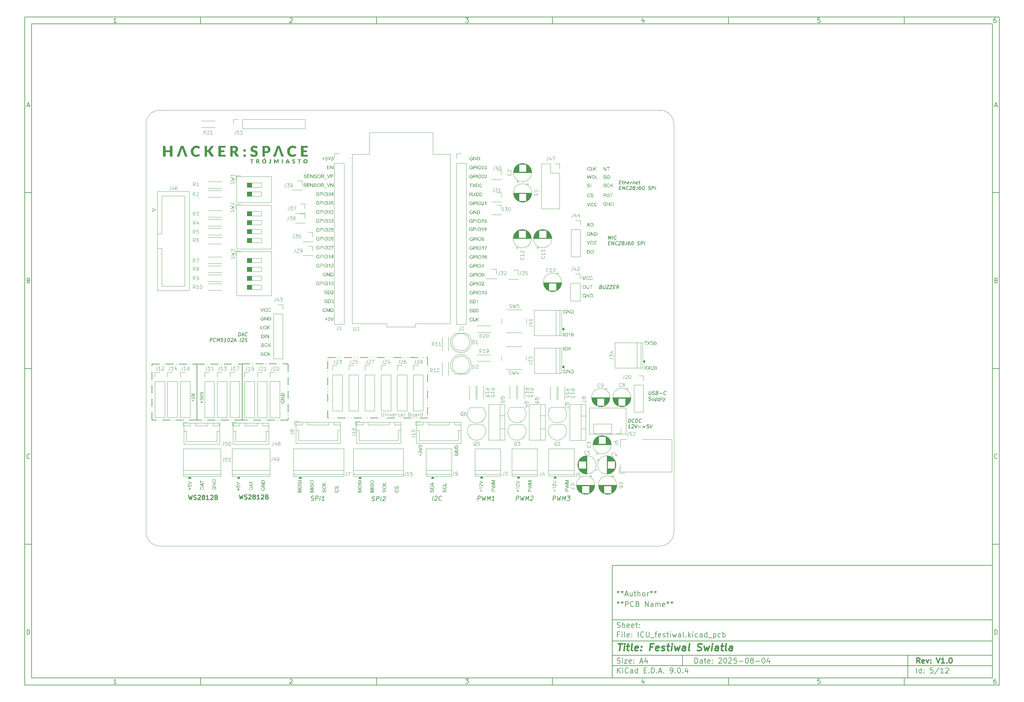
<source format=gbr>
%TF.GenerationSoftware,KiCad,Pcbnew,9.0.4*%
%TF.CreationDate,2025-08-27T10:42:59+02:00*%
%TF.ProjectId,ICU_festiwal,4943555f-6665-4737-9469-77616c2e6b69,V1.0*%
%TF.SameCoordinates,Original*%
%TF.FileFunction,Legend,Top*%
%TF.FilePolarity,Positive*%
%FSLAX46Y46*%
G04 Gerber Fmt 4.6, Leading zero omitted, Abs format (unit mm)*
G04 Created by KiCad (PCBNEW 9.0.4) date 2025-08-27 10:42:59*
%MOMM*%
%LPD*%
G01*
G04 APERTURE LIST*
%ADD10C,0.100000*%
%ADD11C,0.150000*%
%ADD12C,0.300000*%
%ADD13C,0.400000*%
%ADD14C,0.200000*%
%ADD15C,0.250000*%
%ADD16C,0.000000*%
%TA.AperFunction,Profile*%
%ADD17C,0.050000*%
%TD*%
G04 APERTURE END LIST*
D10*
D11*
X177002200Y-166007200D02*
X285002200Y-166007200D01*
X285002200Y-198007200D01*
X177002200Y-198007200D01*
X177002200Y-166007200D01*
D10*
D11*
X10000000Y-10000000D02*
X287002200Y-10000000D01*
X287002200Y-200007200D01*
X10000000Y-200007200D01*
X10000000Y-10000000D01*
D10*
D11*
X12000000Y-12000000D02*
X285002200Y-12000000D01*
X285002200Y-198007200D01*
X12000000Y-198007200D01*
X12000000Y-12000000D01*
D10*
D11*
X60000000Y-12000000D02*
X60000000Y-10000000D01*
D10*
D11*
X110000000Y-12000000D02*
X110000000Y-10000000D01*
D10*
D11*
X160000000Y-12000000D02*
X160000000Y-10000000D01*
D10*
D11*
X210000000Y-12000000D02*
X210000000Y-10000000D01*
D10*
D11*
X260000000Y-12000000D02*
X260000000Y-10000000D01*
D10*
D11*
X36089160Y-11593604D02*
X35346303Y-11593604D01*
X35717731Y-11593604D02*
X35717731Y-10293604D01*
X35717731Y-10293604D02*
X35593922Y-10479319D01*
X35593922Y-10479319D02*
X35470112Y-10603128D01*
X35470112Y-10603128D02*
X35346303Y-10665033D01*
D10*
D11*
X85346303Y-10417414D02*
X85408207Y-10355509D01*
X85408207Y-10355509D02*
X85532017Y-10293604D01*
X85532017Y-10293604D02*
X85841541Y-10293604D01*
X85841541Y-10293604D02*
X85965350Y-10355509D01*
X85965350Y-10355509D02*
X86027255Y-10417414D01*
X86027255Y-10417414D02*
X86089160Y-10541223D01*
X86089160Y-10541223D02*
X86089160Y-10665033D01*
X86089160Y-10665033D02*
X86027255Y-10850747D01*
X86027255Y-10850747D02*
X85284398Y-11593604D01*
X85284398Y-11593604D02*
X86089160Y-11593604D01*
D10*
D11*
X135284398Y-10293604D02*
X136089160Y-10293604D01*
X136089160Y-10293604D02*
X135655826Y-10788842D01*
X135655826Y-10788842D02*
X135841541Y-10788842D01*
X135841541Y-10788842D02*
X135965350Y-10850747D01*
X135965350Y-10850747D02*
X136027255Y-10912652D01*
X136027255Y-10912652D02*
X136089160Y-11036461D01*
X136089160Y-11036461D02*
X136089160Y-11345985D01*
X136089160Y-11345985D02*
X136027255Y-11469795D01*
X136027255Y-11469795D02*
X135965350Y-11531700D01*
X135965350Y-11531700D02*
X135841541Y-11593604D01*
X135841541Y-11593604D02*
X135470112Y-11593604D01*
X135470112Y-11593604D02*
X135346303Y-11531700D01*
X135346303Y-11531700D02*
X135284398Y-11469795D01*
D10*
D11*
X185965350Y-10726938D02*
X185965350Y-11593604D01*
X185655826Y-10231700D02*
X185346303Y-11160271D01*
X185346303Y-11160271D02*
X186151064Y-11160271D01*
D10*
D11*
X236027255Y-10293604D02*
X235408207Y-10293604D01*
X235408207Y-10293604D02*
X235346303Y-10912652D01*
X235346303Y-10912652D02*
X235408207Y-10850747D01*
X235408207Y-10850747D02*
X235532017Y-10788842D01*
X235532017Y-10788842D02*
X235841541Y-10788842D01*
X235841541Y-10788842D02*
X235965350Y-10850747D01*
X235965350Y-10850747D02*
X236027255Y-10912652D01*
X236027255Y-10912652D02*
X236089160Y-11036461D01*
X236089160Y-11036461D02*
X236089160Y-11345985D01*
X236089160Y-11345985D02*
X236027255Y-11469795D01*
X236027255Y-11469795D02*
X235965350Y-11531700D01*
X235965350Y-11531700D02*
X235841541Y-11593604D01*
X235841541Y-11593604D02*
X235532017Y-11593604D01*
X235532017Y-11593604D02*
X235408207Y-11531700D01*
X235408207Y-11531700D02*
X235346303Y-11469795D01*
D10*
D11*
X285965350Y-10293604D02*
X285717731Y-10293604D01*
X285717731Y-10293604D02*
X285593922Y-10355509D01*
X285593922Y-10355509D02*
X285532017Y-10417414D01*
X285532017Y-10417414D02*
X285408207Y-10603128D01*
X285408207Y-10603128D02*
X285346303Y-10850747D01*
X285346303Y-10850747D02*
X285346303Y-11345985D01*
X285346303Y-11345985D02*
X285408207Y-11469795D01*
X285408207Y-11469795D02*
X285470112Y-11531700D01*
X285470112Y-11531700D02*
X285593922Y-11593604D01*
X285593922Y-11593604D02*
X285841541Y-11593604D01*
X285841541Y-11593604D02*
X285965350Y-11531700D01*
X285965350Y-11531700D02*
X286027255Y-11469795D01*
X286027255Y-11469795D02*
X286089160Y-11345985D01*
X286089160Y-11345985D02*
X286089160Y-11036461D01*
X286089160Y-11036461D02*
X286027255Y-10912652D01*
X286027255Y-10912652D02*
X285965350Y-10850747D01*
X285965350Y-10850747D02*
X285841541Y-10788842D01*
X285841541Y-10788842D02*
X285593922Y-10788842D01*
X285593922Y-10788842D02*
X285470112Y-10850747D01*
X285470112Y-10850747D02*
X285408207Y-10912652D01*
X285408207Y-10912652D02*
X285346303Y-11036461D01*
D10*
D11*
X60000000Y-198007200D02*
X60000000Y-200007200D01*
D10*
D11*
X110000000Y-198007200D02*
X110000000Y-200007200D01*
D10*
D11*
X160000000Y-198007200D02*
X160000000Y-200007200D01*
D10*
D11*
X210000000Y-198007200D02*
X210000000Y-200007200D01*
D10*
D11*
X260000000Y-198007200D02*
X260000000Y-200007200D01*
D10*
D11*
X36089160Y-199600804D02*
X35346303Y-199600804D01*
X35717731Y-199600804D02*
X35717731Y-198300804D01*
X35717731Y-198300804D02*
X35593922Y-198486519D01*
X35593922Y-198486519D02*
X35470112Y-198610328D01*
X35470112Y-198610328D02*
X35346303Y-198672233D01*
D10*
D11*
X85346303Y-198424614D02*
X85408207Y-198362709D01*
X85408207Y-198362709D02*
X85532017Y-198300804D01*
X85532017Y-198300804D02*
X85841541Y-198300804D01*
X85841541Y-198300804D02*
X85965350Y-198362709D01*
X85965350Y-198362709D02*
X86027255Y-198424614D01*
X86027255Y-198424614D02*
X86089160Y-198548423D01*
X86089160Y-198548423D02*
X86089160Y-198672233D01*
X86089160Y-198672233D02*
X86027255Y-198857947D01*
X86027255Y-198857947D02*
X85284398Y-199600804D01*
X85284398Y-199600804D02*
X86089160Y-199600804D01*
D10*
D11*
X135284398Y-198300804D02*
X136089160Y-198300804D01*
X136089160Y-198300804D02*
X135655826Y-198796042D01*
X135655826Y-198796042D02*
X135841541Y-198796042D01*
X135841541Y-198796042D02*
X135965350Y-198857947D01*
X135965350Y-198857947D02*
X136027255Y-198919852D01*
X136027255Y-198919852D02*
X136089160Y-199043661D01*
X136089160Y-199043661D02*
X136089160Y-199353185D01*
X136089160Y-199353185D02*
X136027255Y-199476995D01*
X136027255Y-199476995D02*
X135965350Y-199538900D01*
X135965350Y-199538900D02*
X135841541Y-199600804D01*
X135841541Y-199600804D02*
X135470112Y-199600804D01*
X135470112Y-199600804D02*
X135346303Y-199538900D01*
X135346303Y-199538900D02*
X135284398Y-199476995D01*
D10*
D11*
X185965350Y-198734138D02*
X185965350Y-199600804D01*
X185655826Y-198238900D02*
X185346303Y-199167471D01*
X185346303Y-199167471D02*
X186151064Y-199167471D01*
D10*
D11*
X236027255Y-198300804D02*
X235408207Y-198300804D01*
X235408207Y-198300804D02*
X235346303Y-198919852D01*
X235346303Y-198919852D02*
X235408207Y-198857947D01*
X235408207Y-198857947D02*
X235532017Y-198796042D01*
X235532017Y-198796042D02*
X235841541Y-198796042D01*
X235841541Y-198796042D02*
X235965350Y-198857947D01*
X235965350Y-198857947D02*
X236027255Y-198919852D01*
X236027255Y-198919852D02*
X236089160Y-199043661D01*
X236089160Y-199043661D02*
X236089160Y-199353185D01*
X236089160Y-199353185D02*
X236027255Y-199476995D01*
X236027255Y-199476995D02*
X235965350Y-199538900D01*
X235965350Y-199538900D02*
X235841541Y-199600804D01*
X235841541Y-199600804D02*
X235532017Y-199600804D01*
X235532017Y-199600804D02*
X235408207Y-199538900D01*
X235408207Y-199538900D02*
X235346303Y-199476995D01*
D10*
D11*
X285965350Y-198300804D02*
X285717731Y-198300804D01*
X285717731Y-198300804D02*
X285593922Y-198362709D01*
X285593922Y-198362709D02*
X285532017Y-198424614D01*
X285532017Y-198424614D02*
X285408207Y-198610328D01*
X285408207Y-198610328D02*
X285346303Y-198857947D01*
X285346303Y-198857947D02*
X285346303Y-199353185D01*
X285346303Y-199353185D02*
X285408207Y-199476995D01*
X285408207Y-199476995D02*
X285470112Y-199538900D01*
X285470112Y-199538900D02*
X285593922Y-199600804D01*
X285593922Y-199600804D02*
X285841541Y-199600804D01*
X285841541Y-199600804D02*
X285965350Y-199538900D01*
X285965350Y-199538900D02*
X286027255Y-199476995D01*
X286027255Y-199476995D02*
X286089160Y-199353185D01*
X286089160Y-199353185D02*
X286089160Y-199043661D01*
X286089160Y-199043661D02*
X286027255Y-198919852D01*
X286027255Y-198919852D02*
X285965350Y-198857947D01*
X285965350Y-198857947D02*
X285841541Y-198796042D01*
X285841541Y-198796042D02*
X285593922Y-198796042D01*
X285593922Y-198796042D02*
X285470112Y-198857947D01*
X285470112Y-198857947D02*
X285408207Y-198919852D01*
X285408207Y-198919852D02*
X285346303Y-199043661D01*
D10*
D11*
X10000000Y-60000000D02*
X12000000Y-60000000D01*
D10*
D11*
X10000000Y-110000000D02*
X12000000Y-110000000D01*
D10*
D11*
X10000000Y-160000000D02*
X12000000Y-160000000D01*
D10*
D11*
X10690476Y-35222176D02*
X11309523Y-35222176D01*
X10566666Y-35593604D02*
X10999999Y-34293604D01*
X10999999Y-34293604D02*
X11433333Y-35593604D01*
D10*
D11*
X11092857Y-84912652D02*
X11278571Y-84974557D01*
X11278571Y-84974557D02*
X11340476Y-85036461D01*
X11340476Y-85036461D02*
X11402380Y-85160271D01*
X11402380Y-85160271D02*
X11402380Y-85345985D01*
X11402380Y-85345985D02*
X11340476Y-85469795D01*
X11340476Y-85469795D02*
X11278571Y-85531700D01*
X11278571Y-85531700D02*
X11154761Y-85593604D01*
X11154761Y-85593604D02*
X10659523Y-85593604D01*
X10659523Y-85593604D02*
X10659523Y-84293604D01*
X10659523Y-84293604D02*
X11092857Y-84293604D01*
X11092857Y-84293604D02*
X11216666Y-84355509D01*
X11216666Y-84355509D02*
X11278571Y-84417414D01*
X11278571Y-84417414D02*
X11340476Y-84541223D01*
X11340476Y-84541223D02*
X11340476Y-84665033D01*
X11340476Y-84665033D02*
X11278571Y-84788842D01*
X11278571Y-84788842D02*
X11216666Y-84850747D01*
X11216666Y-84850747D02*
X11092857Y-84912652D01*
X11092857Y-84912652D02*
X10659523Y-84912652D01*
D10*
D11*
X11402380Y-135469795D02*
X11340476Y-135531700D01*
X11340476Y-135531700D02*
X11154761Y-135593604D01*
X11154761Y-135593604D02*
X11030952Y-135593604D01*
X11030952Y-135593604D02*
X10845238Y-135531700D01*
X10845238Y-135531700D02*
X10721428Y-135407890D01*
X10721428Y-135407890D02*
X10659523Y-135284080D01*
X10659523Y-135284080D02*
X10597619Y-135036461D01*
X10597619Y-135036461D02*
X10597619Y-134850747D01*
X10597619Y-134850747D02*
X10659523Y-134603128D01*
X10659523Y-134603128D02*
X10721428Y-134479319D01*
X10721428Y-134479319D02*
X10845238Y-134355509D01*
X10845238Y-134355509D02*
X11030952Y-134293604D01*
X11030952Y-134293604D02*
X11154761Y-134293604D01*
X11154761Y-134293604D02*
X11340476Y-134355509D01*
X11340476Y-134355509D02*
X11402380Y-134417414D01*
D10*
D11*
X10659523Y-185593604D02*
X10659523Y-184293604D01*
X10659523Y-184293604D02*
X10969047Y-184293604D01*
X10969047Y-184293604D02*
X11154761Y-184355509D01*
X11154761Y-184355509D02*
X11278571Y-184479319D01*
X11278571Y-184479319D02*
X11340476Y-184603128D01*
X11340476Y-184603128D02*
X11402380Y-184850747D01*
X11402380Y-184850747D02*
X11402380Y-185036461D01*
X11402380Y-185036461D02*
X11340476Y-185284080D01*
X11340476Y-185284080D02*
X11278571Y-185407890D01*
X11278571Y-185407890D02*
X11154761Y-185531700D01*
X11154761Y-185531700D02*
X10969047Y-185593604D01*
X10969047Y-185593604D02*
X10659523Y-185593604D01*
D10*
D11*
X287002200Y-60000000D02*
X285002200Y-60000000D01*
D10*
D11*
X287002200Y-110000000D02*
X285002200Y-110000000D01*
D10*
D11*
X287002200Y-160000000D02*
X285002200Y-160000000D01*
D10*
D11*
X285692676Y-35222176D02*
X286311723Y-35222176D01*
X285568866Y-35593604D02*
X286002199Y-34293604D01*
X286002199Y-34293604D02*
X286435533Y-35593604D01*
D10*
D11*
X286095057Y-84912652D02*
X286280771Y-84974557D01*
X286280771Y-84974557D02*
X286342676Y-85036461D01*
X286342676Y-85036461D02*
X286404580Y-85160271D01*
X286404580Y-85160271D02*
X286404580Y-85345985D01*
X286404580Y-85345985D02*
X286342676Y-85469795D01*
X286342676Y-85469795D02*
X286280771Y-85531700D01*
X286280771Y-85531700D02*
X286156961Y-85593604D01*
X286156961Y-85593604D02*
X285661723Y-85593604D01*
X285661723Y-85593604D02*
X285661723Y-84293604D01*
X285661723Y-84293604D02*
X286095057Y-84293604D01*
X286095057Y-84293604D02*
X286218866Y-84355509D01*
X286218866Y-84355509D02*
X286280771Y-84417414D01*
X286280771Y-84417414D02*
X286342676Y-84541223D01*
X286342676Y-84541223D02*
X286342676Y-84665033D01*
X286342676Y-84665033D02*
X286280771Y-84788842D01*
X286280771Y-84788842D02*
X286218866Y-84850747D01*
X286218866Y-84850747D02*
X286095057Y-84912652D01*
X286095057Y-84912652D02*
X285661723Y-84912652D01*
D10*
D11*
X286404580Y-135469795D02*
X286342676Y-135531700D01*
X286342676Y-135531700D02*
X286156961Y-135593604D01*
X286156961Y-135593604D02*
X286033152Y-135593604D01*
X286033152Y-135593604D02*
X285847438Y-135531700D01*
X285847438Y-135531700D02*
X285723628Y-135407890D01*
X285723628Y-135407890D02*
X285661723Y-135284080D01*
X285661723Y-135284080D02*
X285599819Y-135036461D01*
X285599819Y-135036461D02*
X285599819Y-134850747D01*
X285599819Y-134850747D02*
X285661723Y-134603128D01*
X285661723Y-134603128D02*
X285723628Y-134479319D01*
X285723628Y-134479319D02*
X285847438Y-134355509D01*
X285847438Y-134355509D02*
X286033152Y-134293604D01*
X286033152Y-134293604D02*
X286156961Y-134293604D01*
X286156961Y-134293604D02*
X286342676Y-134355509D01*
X286342676Y-134355509D02*
X286404580Y-134417414D01*
D10*
D11*
X285661723Y-185593604D02*
X285661723Y-184293604D01*
X285661723Y-184293604D02*
X285971247Y-184293604D01*
X285971247Y-184293604D02*
X286156961Y-184355509D01*
X286156961Y-184355509D02*
X286280771Y-184479319D01*
X286280771Y-184479319D02*
X286342676Y-184603128D01*
X286342676Y-184603128D02*
X286404580Y-184850747D01*
X286404580Y-184850747D02*
X286404580Y-185036461D01*
X286404580Y-185036461D02*
X286342676Y-185284080D01*
X286342676Y-185284080D02*
X286280771Y-185407890D01*
X286280771Y-185407890D02*
X286156961Y-185531700D01*
X286156961Y-185531700D02*
X285971247Y-185593604D01*
X285971247Y-185593604D02*
X285661723Y-185593604D01*
D10*
D11*
X200458026Y-193793328D02*
X200458026Y-192293328D01*
X200458026Y-192293328D02*
X200815169Y-192293328D01*
X200815169Y-192293328D02*
X201029455Y-192364757D01*
X201029455Y-192364757D02*
X201172312Y-192507614D01*
X201172312Y-192507614D02*
X201243741Y-192650471D01*
X201243741Y-192650471D02*
X201315169Y-192936185D01*
X201315169Y-192936185D02*
X201315169Y-193150471D01*
X201315169Y-193150471D02*
X201243741Y-193436185D01*
X201243741Y-193436185D02*
X201172312Y-193579042D01*
X201172312Y-193579042D02*
X201029455Y-193721900D01*
X201029455Y-193721900D02*
X200815169Y-193793328D01*
X200815169Y-193793328D02*
X200458026Y-193793328D01*
X202600884Y-193793328D02*
X202600884Y-193007614D01*
X202600884Y-193007614D02*
X202529455Y-192864757D01*
X202529455Y-192864757D02*
X202386598Y-192793328D01*
X202386598Y-192793328D02*
X202100884Y-192793328D01*
X202100884Y-192793328D02*
X201958026Y-192864757D01*
X202600884Y-193721900D02*
X202458026Y-193793328D01*
X202458026Y-193793328D02*
X202100884Y-193793328D01*
X202100884Y-193793328D02*
X201958026Y-193721900D01*
X201958026Y-193721900D02*
X201886598Y-193579042D01*
X201886598Y-193579042D02*
X201886598Y-193436185D01*
X201886598Y-193436185D02*
X201958026Y-193293328D01*
X201958026Y-193293328D02*
X202100884Y-193221900D01*
X202100884Y-193221900D02*
X202458026Y-193221900D01*
X202458026Y-193221900D02*
X202600884Y-193150471D01*
X203100884Y-192793328D02*
X203672312Y-192793328D01*
X203315169Y-192293328D02*
X203315169Y-193579042D01*
X203315169Y-193579042D02*
X203386598Y-193721900D01*
X203386598Y-193721900D02*
X203529455Y-193793328D01*
X203529455Y-193793328D02*
X203672312Y-193793328D01*
X204743741Y-193721900D02*
X204600884Y-193793328D01*
X204600884Y-193793328D02*
X204315170Y-193793328D01*
X204315170Y-193793328D02*
X204172312Y-193721900D01*
X204172312Y-193721900D02*
X204100884Y-193579042D01*
X204100884Y-193579042D02*
X204100884Y-193007614D01*
X204100884Y-193007614D02*
X204172312Y-192864757D01*
X204172312Y-192864757D02*
X204315170Y-192793328D01*
X204315170Y-192793328D02*
X204600884Y-192793328D01*
X204600884Y-192793328D02*
X204743741Y-192864757D01*
X204743741Y-192864757D02*
X204815170Y-193007614D01*
X204815170Y-193007614D02*
X204815170Y-193150471D01*
X204815170Y-193150471D02*
X204100884Y-193293328D01*
X205458026Y-193650471D02*
X205529455Y-193721900D01*
X205529455Y-193721900D02*
X205458026Y-193793328D01*
X205458026Y-193793328D02*
X205386598Y-193721900D01*
X205386598Y-193721900D02*
X205458026Y-193650471D01*
X205458026Y-193650471D02*
X205458026Y-193793328D01*
X205458026Y-192864757D02*
X205529455Y-192936185D01*
X205529455Y-192936185D02*
X205458026Y-193007614D01*
X205458026Y-193007614D02*
X205386598Y-192936185D01*
X205386598Y-192936185D02*
X205458026Y-192864757D01*
X205458026Y-192864757D02*
X205458026Y-193007614D01*
X207243741Y-192436185D02*
X207315169Y-192364757D01*
X207315169Y-192364757D02*
X207458027Y-192293328D01*
X207458027Y-192293328D02*
X207815169Y-192293328D01*
X207815169Y-192293328D02*
X207958027Y-192364757D01*
X207958027Y-192364757D02*
X208029455Y-192436185D01*
X208029455Y-192436185D02*
X208100884Y-192579042D01*
X208100884Y-192579042D02*
X208100884Y-192721900D01*
X208100884Y-192721900D02*
X208029455Y-192936185D01*
X208029455Y-192936185D02*
X207172312Y-193793328D01*
X207172312Y-193793328D02*
X208100884Y-193793328D01*
X209029455Y-192293328D02*
X209172312Y-192293328D01*
X209172312Y-192293328D02*
X209315169Y-192364757D01*
X209315169Y-192364757D02*
X209386598Y-192436185D01*
X209386598Y-192436185D02*
X209458026Y-192579042D01*
X209458026Y-192579042D02*
X209529455Y-192864757D01*
X209529455Y-192864757D02*
X209529455Y-193221900D01*
X209529455Y-193221900D02*
X209458026Y-193507614D01*
X209458026Y-193507614D02*
X209386598Y-193650471D01*
X209386598Y-193650471D02*
X209315169Y-193721900D01*
X209315169Y-193721900D02*
X209172312Y-193793328D01*
X209172312Y-193793328D02*
X209029455Y-193793328D01*
X209029455Y-193793328D02*
X208886598Y-193721900D01*
X208886598Y-193721900D02*
X208815169Y-193650471D01*
X208815169Y-193650471D02*
X208743740Y-193507614D01*
X208743740Y-193507614D02*
X208672312Y-193221900D01*
X208672312Y-193221900D02*
X208672312Y-192864757D01*
X208672312Y-192864757D02*
X208743740Y-192579042D01*
X208743740Y-192579042D02*
X208815169Y-192436185D01*
X208815169Y-192436185D02*
X208886598Y-192364757D01*
X208886598Y-192364757D02*
X209029455Y-192293328D01*
X210100883Y-192436185D02*
X210172311Y-192364757D01*
X210172311Y-192364757D02*
X210315169Y-192293328D01*
X210315169Y-192293328D02*
X210672311Y-192293328D01*
X210672311Y-192293328D02*
X210815169Y-192364757D01*
X210815169Y-192364757D02*
X210886597Y-192436185D01*
X210886597Y-192436185D02*
X210958026Y-192579042D01*
X210958026Y-192579042D02*
X210958026Y-192721900D01*
X210958026Y-192721900D02*
X210886597Y-192936185D01*
X210886597Y-192936185D02*
X210029454Y-193793328D01*
X210029454Y-193793328D02*
X210958026Y-193793328D01*
X212315168Y-192293328D02*
X211600882Y-192293328D01*
X211600882Y-192293328D02*
X211529454Y-193007614D01*
X211529454Y-193007614D02*
X211600882Y-192936185D01*
X211600882Y-192936185D02*
X211743740Y-192864757D01*
X211743740Y-192864757D02*
X212100882Y-192864757D01*
X212100882Y-192864757D02*
X212243740Y-192936185D01*
X212243740Y-192936185D02*
X212315168Y-193007614D01*
X212315168Y-193007614D02*
X212386597Y-193150471D01*
X212386597Y-193150471D02*
X212386597Y-193507614D01*
X212386597Y-193507614D02*
X212315168Y-193650471D01*
X212315168Y-193650471D02*
X212243740Y-193721900D01*
X212243740Y-193721900D02*
X212100882Y-193793328D01*
X212100882Y-193793328D02*
X211743740Y-193793328D01*
X211743740Y-193793328D02*
X211600882Y-193721900D01*
X211600882Y-193721900D02*
X211529454Y-193650471D01*
X213029453Y-193221900D02*
X214172311Y-193221900D01*
X215172311Y-192293328D02*
X215315168Y-192293328D01*
X215315168Y-192293328D02*
X215458025Y-192364757D01*
X215458025Y-192364757D02*
X215529454Y-192436185D01*
X215529454Y-192436185D02*
X215600882Y-192579042D01*
X215600882Y-192579042D02*
X215672311Y-192864757D01*
X215672311Y-192864757D02*
X215672311Y-193221900D01*
X215672311Y-193221900D02*
X215600882Y-193507614D01*
X215600882Y-193507614D02*
X215529454Y-193650471D01*
X215529454Y-193650471D02*
X215458025Y-193721900D01*
X215458025Y-193721900D02*
X215315168Y-193793328D01*
X215315168Y-193793328D02*
X215172311Y-193793328D01*
X215172311Y-193793328D02*
X215029454Y-193721900D01*
X215029454Y-193721900D02*
X214958025Y-193650471D01*
X214958025Y-193650471D02*
X214886596Y-193507614D01*
X214886596Y-193507614D02*
X214815168Y-193221900D01*
X214815168Y-193221900D02*
X214815168Y-192864757D01*
X214815168Y-192864757D02*
X214886596Y-192579042D01*
X214886596Y-192579042D02*
X214958025Y-192436185D01*
X214958025Y-192436185D02*
X215029454Y-192364757D01*
X215029454Y-192364757D02*
X215172311Y-192293328D01*
X216529453Y-192936185D02*
X216386596Y-192864757D01*
X216386596Y-192864757D02*
X216315167Y-192793328D01*
X216315167Y-192793328D02*
X216243739Y-192650471D01*
X216243739Y-192650471D02*
X216243739Y-192579042D01*
X216243739Y-192579042D02*
X216315167Y-192436185D01*
X216315167Y-192436185D02*
X216386596Y-192364757D01*
X216386596Y-192364757D02*
X216529453Y-192293328D01*
X216529453Y-192293328D02*
X216815167Y-192293328D01*
X216815167Y-192293328D02*
X216958025Y-192364757D01*
X216958025Y-192364757D02*
X217029453Y-192436185D01*
X217029453Y-192436185D02*
X217100882Y-192579042D01*
X217100882Y-192579042D02*
X217100882Y-192650471D01*
X217100882Y-192650471D02*
X217029453Y-192793328D01*
X217029453Y-192793328D02*
X216958025Y-192864757D01*
X216958025Y-192864757D02*
X216815167Y-192936185D01*
X216815167Y-192936185D02*
X216529453Y-192936185D01*
X216529453Y-192936185D02*
X216386596Y-193007614D01*
X216386596Y-193007614D02*
X216315167Y-193079042D01*
X216315167Y-193079042D02*
X216243739Y-193221900D01*
X216243739Y-193221900D02*
X216243739Y-193507614D01*
X216243739Y-193507614D02*
X216315167Y-193650471D01*
X216315167Y-193650471D02*
X216386596Y-193721900D01*
X216386596Y-193721900D02*
X216529453Y-193793328D01*
X216529453Y-193793328D02*
X216815167Y-193793328D01*
X216815167Y-193793328D02*
X216958025Y-193721900D01*
X216958025Y-193721900D02*
X217029453Y-193650471D01*
X217029453Y-193650471D02*
X217100882Y-193507614D01*
X217100882Y-193507614D02*
X217100882Y-193221900D01*
X217100882Y-193221900D02*
X217029453Y-193079042D01*
X217029453Y-193079042D02*
X216958025Y-193007614D01*
X216958025Y-193007614D02*
X216815167Y-192936185D01*
X217743738Y-193221900D02*
X218886596Y-193221900D01*
X219886596Y-192293328D02*
X220029453Y-192293328D01*
X220029453Y-192293328D02*
X220172310Y-192364757D01*
X220172310Y-192364757D02*
X220243739Y-192436185D01*
X220243739Y-192436185D02*
X220315167Y-192579042D01*
X220315167Y-192579042D02*
X220386596Y-192864757D01*
X220386596Y-192864757D02*
X220386596Y-193221900D01*
X220386596Y-193221900D02*
X220315167Y-193507614D01*
X220315167Y-193507614D02*
X220243739Y-193650471D01*
X220243739Y-193650471D02*
X220172310Y-193721900D01*
X220172310Y-193721900D02*
X220029453Y-193793328D01*
X220029453Y-193793328D02*
X219886596Y-193793328D01*
X219886596Y-193793328D02*
X219743739Y-193721900D01*
X219743739Y-193721900D02*
X219672310Y-193650471D01*
X219672310Y-193650471D02*
X219600881Y-193507614D01*
X219600881Y-193507614D02*
X219529453Y-193221900D01*
X219529453Y-193221900D02*
X219529453Y-192864757D01*
X219529453Y-192864757D02*
X219600881Y-192579042D01*
X219600881Y-192579042D02*
X219672310Y-192436185D01*
X219672310Y-192436185D02*
X219743739Y-192364757D01*
X219743739Y-192364757D02*
X219886596Y-192293328D01*
X221672310Y-192793328D02*
X221672310Y-193793328D01*
X221315167Y-192221900D02*
X220958024Y-193293328D01*
X220958024Y-193293328D02*
X221886595Y-193293328D01*
D10*
D11*
X177002200Y-194507200D02*
X285002200Y-194507200D01*
D10*
D11*
X178458026Y-196593328D02*
X178458026Y-195093328D01*
X179315169Y-196593328D02*
X178672312Y-195736185D01*
X179315169Y-195093328D02*
X178458026Y-195950471D01*
X179958026Y-196593328D02*
X179958026Y-195593328D01*
X179958026Y-195093328D02*
X179886598Y-195164757D01*
X179886598Y-195164757D02*
X179958026Y-195236185D01*
X179958026Y-195236185D02*
X180029455Y-195164757D01*
X180029455Y-195164757D02*
X179958026Y-195093328D01*
X179958026Y-195093328D02*
X179958026Y-195236185D01*
X181529455Y-196450471D02*
X181458027Y-196521900D01*
X181458027Y-196521900D02*
X181243741Y-196593328D01*
X181243741Y-196593328D02*
X181100884Y-196593328D01*
X181100884Y-196593328D02*
X180886598Y-196521900D01*
X180886598Y-196521900D02*
X180743741Y-196379042D01*
X180743741Y-196379042D02*
X180672312Y-196236185D01*
X180672312Y-196236185D02*
X180600884Y-195950471D01*
X180600884Y-195950471D02*
X180600884Y-195736185D01*
X180600884Y-195736185D02*
X180672312Y-195450471D01*
X180672312Y-195450471D02*
X180743741Y-195307614D01*
X180743741Y-195307614D02*
X180886598Y-195164757D01*
X180886598Y-195164757D02*
X181100884Y-195093328D01*
X181100884Y-195093328D02*
X181243741Y-195093328D01*
X181243741Y-195093328D02*
X181458027Y-195164757D01*
X181458027Y-195164757D02*
X181529455Y-195236185D01*
X182815170Y-196593328D02*
X182815170Y-195807614D01*
X182815170Y-195807614D02*
X182743741Y-195664757D01*
X182743741Y-195664757D02*
X182600884Y-195593328D01*
X182600884Y-195593328D02*
X182315170Y-195593328D01*
X182315170Y-195593328D02*
X182172312Y-195664757D01*
X182815170Y-196521900D02*
X182672312Y-196593328D01*
X182672312Y-196593328D02*
X182315170Y-196593328D01*
X182315170Y-196593328D02*
X182172312Y-196521900D01*
X182172312Y-196521900D02*
X182100884Y-196379042D01*
X182100884Y-196379042D02*
X182100884Y-196236185D01*
X182100884Y-196236185D02*
X182172312Y-196093328D01*
X182172312Y-196093328D02*
X182315170Y-196021900D01*
X182315170Y-196021900D02*
X182672312Y-196021900D01*
X182672312Y-196021900D02*
X182815170Y-195950471D01*
X184172313Y-196593328D02*
X184172313Y-195093328D01*
X184172313Y-196521900D02*
X184029455Y-196593328D01*
X184029455Y-196593328D02*
X183743741Y-196593328D01*
X183743741Y-196593328D02*
X183600884Y-196521900D01*
X183600884Y-196521900D02*
X183529455Y-196450471D01*
X183529455Y-196450471D02*
X183458027Y-196307614D01*
X183458027Y-196307614D02*
X183458027Y-195879042D01*
X183458027Y-195879042D02*
X183529455Y-195736185D01*
X183529455Y-195736185D02*
X183600884Y-195664757D01*
X183600884Y-195664757D02*
X183743741Y-195593328D01*
X183743741Y-195593328D02*
X184029455Y-195593328D01*
X184029455Y-195593328D02*
X184172313Y-195664757D01*
X186029455Y-195807614D02*
X186529455Y-195807614D01*
X186743741Y-196593328D02*
X186029455Y-196593328D01*
X186029455Y-196593328D02*
X186029455Y-195093328D01*
X186029455Y-195093328D02*
X186743741Y-195093328D01*
X187386598Y-196450471D02*
X187458027Y-196521900D01*
X187458027Y-196521900D02*
X187386598Y-196593328D01*
X187386598Y-196593328D02*
X187315170Y-196521900D01*
X187315170Y-196521900D02*
X187386598Y-196450471D01*
X187386598Y-196450471D02*
X187386598Y-196593328D01*
X188100884Y-196593328D02*
X188100884Y-195093328D01*
X188100884Y-195093328D02*
X188458027Y-195093328D01*
X188458027Y-195093328D02*
X188672313Y-195164757D01*
X188672313Y-195164757D02*
X188815170Y-195307614D01*
X188815170Y-195307614D02*
X188886599Y-195450471D01*
X188886599Y-195450471D02*
X188958027Y-195736185D01*
X188958027Y-195736185D02*
X188958027Y-195950471D01*
X188958027Y-195950471D02*
X188886599Y-196236185D01*
X188886599Y-196236185D02*
X188815170Y-196379042D01*
X188815170Y-196379042D02*
X188672313Y-196521900D01*
X188672313Y-196521900D02*
X188458027Y-196593328D01*
X188458027Y-196593328D02*
X188100884Y-196593328D01*
X189600884Y-196450471D02*
X189672313Y-196521900D01*
X189672313Y-196521900D02*
X189600884Y-196593328D01*
X189600884Y-196593328D02*
X189529456Y-196521900D01*
X189529456Y-196521900D02*
X189600884Y-196450471D01*
X189600884Y-196450471D02*
X189600884Y-196593328D01*
X190243742Y-196164757D02*
X190958028Y-196164757D01*
X190100885Y-196593328D02*
X190600885Y-195093328D01*
X190600885Y-195093328D02*
X191100885Y-196593328D01*
X191600884Y-196450471D02*
X191672313Y-196521900D01*
X191672313Y-196521900D02*
X191600884Y-196593328D01*
X191600884Y-196593328D02*
X191529456Y-196521900D01*
X191529456Y-196521900D02*
X191600884Y-196450471D01*
X191600884Y-196450471D02*
X191600884Y-196593328D01*
X193529456Y-196593328D02*
X193815170Y-196593328D01*
X193815170Y-196593328D02*
X193958027Y-196521900D01*
X193958027Y-196521900D02*
X194029456Y-196450471D01*
X194029456Y-196450471D02*
X194172313Y-196236185D01*
X194172313Y-196236185D02*
X194243742Y-195950471D01*
X194243742Y-195950471D02*
X194243742Y-195379042D01*
X194243742Y-195379042D02*
X194172313Y-195236185D01*
X194172313Y-195236185D02*
X194100885Y-195164757D01*
X194100885Y-195164757D02*
X193958027Y-195093328D01*
X193958027Y-195093328D02*
X193672313Y-195093328D01*
X193672313Y-195093328D02*
X193529456Y-195164757D01*
X193529456Y-195164757D02*
X193458027Y-195236185D01*
X193458027Y-195236185D02*
X193386599Y-195379042D01*
X193386599Y-195379042D02*
X193386599Y-195736185D01*
X193386599Y-195736185D02*
X193458027Y-195879042D01*
X193458027Y-195879042D02*
X193529456Y-195950471D01*
X193529456Y-195950471D02*
X193672313Y-196021900D01*
X193672313Y-196021900D02*
X193958027Y-196021900D01*
X193958027Y-196021900D02*
X194100885Y-195950471D01*
X194100885Y-195950471D02*
X194172313Y-195879042D01*
X194172313Y-195879042D02*
X194243742Y-195736185D01*
X194886598Y-196450471D02*
X194958027Y-196521900D01*
X194958027Y-196521900D02*
X194886598Y-196593328D01*
X194886598Y-196593328D02*
X194815170Y-196521900D01*
X194815170Y-196521900D02*
X194886598Y-196450471D01*
X194886598Y-196450471D02*
X194886598Y-196593328D01*
X195886599Y-195093328D02*
X196029456Y-195093328D01*
X196029456Y-195093328D02*
X196172313Y-195164757D01*
X196172313Y-195164757D02*
X196243742Y-195236185D01*
X196243742Y-195236185D02*
X196315170Y-195379042D01*
X196315170Y-195379042D02*
X196386599Y-195664757D01*
X196386599Y-195664757D02*
X196386599Y-196021900D01*
X196386599Y-196021900D02*
X196315170Y-196307614D01*
X196315170Y-196307614D02*
X196243742Y-196450471D01*
X196243742Y-196450471D02*
X196172313Y-196521900D01*
X196172313Y-196521900D02*
X196029456Y-196593328D01*
X196029456Y-196593328D02*
X195886599Y-196593328D01*
X195886599Y-196593328D02*
X195743742Y-196521900D01*
X195743742Y-196521900D02*
X195672313Y-196450471D01*
X195672313Y-196450471D02*
X195600884Y-196307614D01*
X195600884Y-196307614D02*
X195529456Y-196021900D01*
X195529456Y-196021900D02*
X195529456Y-195664757D01*
X195529456Y-195664757D02*
X195600884Y-195379042D01*
X195600884Y-195379042D02*
X195672313Y-195236185D01*
X195672313Y-195236185D02*
X195743742Y-195164757D01*
X195743742Y-195164757D02*
X195886599Y-195093328D01*
X197029455Y-196450471D02*
X197100884Y-196521900D01*
X197100884Y-196521900D02*
X197029455Y-196593328D01*
X197029455Y-196593328D02*
X196958027Y-196521900D01*
X196958027Y-196521900D02*
X197029455Y-196450471D01*
X197029455Y-196450471D02*
X197029455Y-196593328D01*
X198386599Y-195593328D02*
X198386599Y-196593328D01*
X198029456Y-195021900D02*
X197672313Y-196093328D01*
X197672313Y-196093328D02*
X198600884Y-196093328D01*
D10*
D11*
X177002200Y-191507200D02*
X285002200Y-191507200D01*
D10*
D12*
X264413853Y-193785528D02*
X263913853Y-193071242D01*
X263556710Y-193785528D02*
X263556710Y-192285528D01*
X263556710Y-192285528D02*
X264128139Y-192285528D01*
X264128139Y-192285528D02*
X264270996Y-192356957D01*
X264270996Y-192356957D02*
X264342425Y-192428385D01*
X264342425Y-192428385D02*
X264413853Y-192571242D01*
X264413853Y-192571242D02*
X264413853Y-192785528D01*
X264413853Y-192785528D02*
X264342425Y-192928385D01*
X264342425Y-192928385D02*
X264270996Y-192999814D01*
X264270996Y-192999814D02*
X264128139Y-193071242D01*
X264128139Y-193071242D02*
X263556710Y-193071242D01*
X265628139Y-193714100D02*
X265485282Y-193785528D01*
X265485282Y-193785528D02*
X265199568Y-193785528D01*
X265199568Y-193785528D02*
X265056710Y-193714100D01*
X265056710Y-193714100D02*
X264985282Y-193571242D01*
X264985282Y-193571242D02*
X264985282Y-192999814D01*
X264985282Y-192999814D02*
X265056710Y-192856957D01*
X265056710Y-192856957D02*
X265199568Y-192785528D01*
X265199568Y-192785528D02*
X265485282Y-192785528D01*
X265485282Y-192785528D02*
X265628139Y-192856957D01*
X265628139Y-192856957D02*
X265699568Y-192999814D01*
X265699568Y-192999814D02*
X265699568Y-193142671D01*
X265699568Y-193142671D02*
X264985282Y-193285528D01*
X266199567Y-192785528D02*
X266556710Y-193785528D01*
X266556710Y-193785528D02*
X266913853Y-192785528D01*
X267485281Y-193642671D02*
X267556710Y-193714100D01*
X267556710Y-193714100D02*
X267485281Y-193785528D01*
X267485281Y-193785528D02*
X267413853Y-193714100D01*
X267413853Y-193714100D02*
X267485281Y-193642671D01*
X267485281Y-193642671D02*
X267485281Y-193785528D01*
X267485281Y-192856957D02*
X267556710Y-192928385D01*
X267556710Y-192928385D02*
X267485281Y-192999814D01*
X267485281Y-192999814D02*
X267413853Y-192928385D01*
X267413853Y-192928385D02*
X267485281Y-192856957D01*
X267485281Y-192856957D02*
X267485281Y-192999814D01*
X269128139Y-192285528D02*
X269628139Y-193785528D01*
X269628139Y-193785528D02*
X270128139Y-192285528D01*
X271413853Y-193785528D02*
X270556710Y-193785528D01*
X270985281Y-193785528D02*
X270985281Y-192285528D01*
X270985281Y-192285528D02*
X270842424Y-192499814D01*
X270842424Y-192499814D02*
X270699567Y-192642671D01*
X270699567Y-192642671D02*
X270556710Y-192714100D01*
X272056709Y-193642671D02*
X272128138Y-193714100D01*
X272128138Y-193714100D02*
X272056709Y-193785528D01*
X272056709Y-193785528D02*
X271985281Y-193714100D01*
X271985281Y-193714100D02*
X272056709Y-193642671D01*
X272056709Y-193642671D02*
X272056709Y-193785528D01*
X273056710Y-192285528D02*
X273199567Y-192285528D01*
X273199567Y-192285528D02*
X273342424Y-192356957D01*
X273342424Y-192356957D02*
X273413853Y-192428385D01*
X273413853Y-192428385D02*
X273485281Y-192571242D01*
X273485281Y-192571242D02*
X273556710Y-192856957D01*
X273556710Y-192856957D02*
X273556710Y-193214100D01*
X273556710Y-193214100D02*
X273485281Y-193499814D01*
X273485281Y-193499814D02*
X273413853Y-193642671D01*
X273413853Y-193642671D02*
X273342424Y-193714100D01*
X273342424Y-193714100D02*
X273199567Y-193785528D01*
X273199567Y-193785528D02*
X273056710Y-193785528D01*
X273056710Y-193785528D02*
X272913853Y-193714100D01*
X272913853Y-193714100D02*
X272842424Y-193642671D01*
X272842424Y-193642671D02*
X272770995Y-193499814D01*
X272770995Y-193499814D02*
X272699567Y-193214100D01*
X272699567Y-193214100D02*
X272699567Y-192856957D01*
X272699567Y-192856957D02*
X272770995Y-192571242D01*
X272770995Y-192571242D02*
X272842424Y-192428385D01*
X272842424Y-192428385D02*
X272913853Y-192356957D01*
X272913853Y-192356957D02*
X273056710Y-192285528D01*
D10*
D11*
X178386598Y-193721900D02*
X178600884Y-193793328D01*
X178600884Y-193793328D02*
X178958026Y-193793328D01*
X178958026Y-193793328D02*
X179100884Y-193721900D01*
X179100884Y-193721900D02*
X179172312Y-193650471D01*
X179172312Y-193650471D02*
X179243741Y-193507614D01*
X179243741Y-193507614D02*
X179243741Y-193364757D01*
X179243741Y-193364757D02*
X179172312Y-193221900D01*
X179172312Y-193221900D02*
X179100884Y-193150471D01*
X179100884Y-193150471D02*
X178958026Y-193079042D01*
X178958026Y-193079042D02*
X178672312Y-193007614D01*
X178672312Y-193007614D02*
X178529455Y-192936185D01*
X178529455Y-192936185D02*
X178458026Y-192864757D01*
X178458026Y-192864757D02*
X178386598Y-192721900D01*
X178386598Y-192721900D02*
X178386598Y-192579042D01*
X178386598Y-192579042D02*
X178458026Y-192436185D01*
X178458026Y-192436185D02*
X178529455Y-192364757D01*
X178529455Y-192364757D02*
X178672312Y-192293328D01*
X178672312Y-192293328D02*
X179029455Y-192293328D01*
X179029455Y-192293328D02*
X179243741Y-192364757D01*
X179886597Y-193793328D02*
X179886597Y-192793328D01*
X179886597Y-192293328D02*
X179815169Y-192364757D01*
X179815169Y-192364757D02*
X179886597Y-192436185D01*
X179886597Y-192436185D02*
X179958026Y-192364757D01*
X179958026Y-192364757D02*
X179886597Y-192293328D01*
X179886597Y-192293328D02*
X179886597Y-192436185D01*
X180458026Y-192793328D02*
X181243741Y-192793328D01*
X181243741Y-192793328D02*
X180458026Y-193793328D01*
X180458026Y-193793328D02*
X181243741Y-193793328D01*
X182386598Y-193721900D02*
X182243741Y-193793328D01*
X182243741Y-193793328D02*
X181958027Y-193793328D01*
X181958027Y-193793328D02*
X181815169Y-193721900D01*
X181815169Y-193721900D02*
X181743741Y-193579042D01*
X181743741Y-193579042D02*
X181743741Y-193007614D01*
X181743741Y-193007614D02*
X181815169Y-192864757D01*
X181815169Y-192864757D02*
X181958027Y-192793328D01*
X181958027Y-192793328D02*
X182243741Y-192793328D01*
X182243741Y-192793328D02*
X182386598Y-192864757D01*
X182386598Y-192864757D02*
X182458027Y-193007614D01*
X182458027Y-193007614D02*
X182458027Y-193150471D01*
X182458027Y-193150471D02*
X181743741Y-193293328D01*
X183100883Y-193650471D02*
X183172312Y-193721900D01*
X183172312Y-193721900D02*
X183100883Y-193793328D01*
X183100883Y-193793328D02*
X183029455Y-193721900D01*
X183029455Y-193721900D02*
X183100883Y-193650471D01*
X183100883Y-193650471D02*
X183100883Y-193793328D01*
X183100883Y-192864757D02*
X183172312Y-192936185D01*
X183172312Y-192936185D02*
X183100883Y-193007614D01*
X183100883Y-193007614D02*
X183029455Y-192936185D01*
X183029455Y-192936185D02*
X183100883Y-192864757D01*
X183100883Y-192864757D02*
X183100883Y-193007614D01*
X184886598Y-193364757D02*
X185600884Y-193364757D01*
X184743741Y-193793328D02*
X185243741Y-192293328D01*
X185243741Y-192293328D02*
X185743741Y-193793328D01*
X186886598Y-192793328D02*
X186886598Y-193793328D01*
X186529455Y-192221900D02*
X186172312Y-193293328D01*
X186172312Y-193293328D02*
X187100883Y-193293328D01*
D10*
D11*
X263458026Y-196593328D02*
X263458026Y-195093328D01*
X264815170Y-196593328D02*
X264815170Y-195093328D01*
X264815170Y-196521900D02*
X264672312Y-196593328D01*
X264672312Y-196593328D02*
X264386598Y-196593328D01*
X264386598Y-196593328D02*
X264243741Y-196521900D01*
X264243741Y-196521900D02*
X264172312Y-196450471D01*
X264172312Y-196450471D02*
X264100884Y-196307614D01*
X264100884Y-196307614D02*
X264100884Y-195879042D01*
X264100884Y-195879042D02*
X264172312Y-195736185D01*
X264172312Y-195736185D02*
X264243741Y-195664757D01*
X264243741Y-195664757D02*
X264386598Y-195593328D01*
X264386598Y-195593328D02*
X264672312Y-195593328D01*
X264672312Y-195593328D02*
X264815170Y-195664757D01*
X265529455Y-196450471D02*
X265600884Y-196521900D01*
X265600884Y-196521900D02*
X265529455Y-196593328D01*
X265529455Y-196593328D02*
X265458027Y-196521900D01*
X265458027Y-196521900D02*
X265529455Y-196450471D01*
X265529455Y-196450471D02*
X265529455Y-196593328D01*
X265529455Y-195664757D02*
X265600884Y-195736185D01*
X265600884Y-195736185D02*
X265529455Y-195807614D01*
X265529455Y-195807614D02*
X265458027Y-195736185D01*
X265458027Y-195736185D02*
X265529455Y-195664757D01*
X265529455Y-195664757D02*
X265529455Y-195807614D01*
X268100884Y-195093328D02*
X267386598Y-195093328D01*
X267386598Y-195093328D02*
X267315170Y-195807614D01*
X267315170Y-195807614D02*
X267386598Y-195736185D01*
X267386598Y-195736185D02*
X267529456Y-195664757D01*
X267529456Y-195664757D02*
X267886598Y-195664757D01*
X267886598Y-195664757D02*
X268029456Y-195736185D01*
X268029456Y-195736185D02*
X268100884Y-195807614D01*
X268100884Y-195807614D02*
X268172313Y-195950471D01*
X268172313Y-195950471D02*
X268172313Y-196307614D01*
X268172313Y-196307614D02*
X268100884Y-196450471D01*
X268100884Y-196450471D02*
X268029456Y-196521900D01*
X268029456Y-196521900D02*
X267886598Y-196593328D01*
X267886598Y-196593328D02*
X267529456Y-196593328D01*
X267529456Y-196593328D02*
X267386598Y-196521900D01*
X267386598Y-196521900D02*
X267315170Y-196450471D01*
X269886598Y-195021900D02*
X268600884Y-196950471D01*
X271172313Y-196593328D02*
X270315170Y-196593328D01*
X270743741Y-196593328D02*
X270743741Y-195093328D01*
X270743741Y-195093328D02*
X270600884Y-195307614D01*
X270600884Y-195307614D02*
X270458027Y-195450471D01*
X270458027Y-195450471D02*
X270315170Y-195521900D01*
X271743741Y-195236185D02*
X271815169Y-195164757D01*
X271815169Y-195164757D02*
X271958027Y-195093328D01*
X271958027Y-195093328D02*
X272315169Y-195093328D01*
X272315169Y-195093328D02*
X272458027Y-195164757D01*
X272458027Y-195164757D02*
X272529455Y-195236185D01*
X272529455Y-195236185D02*
X272600884Y-195379042D01*
X272600884Y-195379042D02*
X272600884Y-195521900D01*
X272600884Y-195521900D02*
X272529455Y-195736185D01*
X272529455Y-195736185D02*
X271672312Y-196593328D01*
X271672312Y-196593328D02*
X272600884Y-196593328D01*
D10*
D11*
X177002200Y-187507200D02*
X285002200Y-187507200D01*
D10*
D13*
X178693928Y-188211638D02*
X179836785Y-188211638D01*
X179015357Y-190211638D02*
X179265357Y-188211638D01*
X180253452Y-190211638D02*
X180420119Y-188878304D01*
X180503452Y-188211638D02*
X180396309Y-188306876D01*
X180396309Y-188306876D02*
X180479643Y-188402114D01*
X180479643Y-188402114D02*
X180586786Y-188306876D01*
X180586786Y-188306876D02*
X180503452Y-188211638D01*
X180503452Y-188211638D02*
X180479643Y-188402114D01*
X181086786Y-188878304D02*
X181848690Y-188878304D01*
X181455833Y-188211638D02*
X181241548Y-189925923D01*
X181241548Y-189925923D02*
X181312976Y-190116400D01*
X181312976Y-190116400D02*
X181491548Y-190211638D01*
X181491548Y-190211638D02*
X181682024Y-190211638D01*
X182634405Y-190211638D02*
X182455833Y-190116400D01*
X182455833Y-190116400D02*
X182384405Y-189925923D01*
X182384405Y-189925923D02*
X182598690Y-188211638D01*
X184170119Y-190116400D02*
X183967738Y-190211638D01*
X183967738Y-190211638D02*
X183586785Y-190211638D01*
X183586785Y-190211638D02*
X183408214Y-190116400D01*
X183408214Y-190116400D02*
X183336785Y-189925923D01*
X183336785Y-189925923D02*
X183432024Y-189164019D01*
X183432024Y-189164019D02*
X183551071Y-188973542D01*
X183551071Y-188973542D02*
X183753452Y-188878304D01*
X183753452Y-188878304D02*
X184134404Y-188878304D01*
X184134404Y-188878304D02*
X184312976Y-188973542D01*
X184312976Y-188973542D02*
X184384404Y-189164019D01*
X184384404Y-189164019D02*
X184360595Y-189354495D01*
X184360595Y-189354495D02*
X183384404Y-189544971D01*
X185134405Y-190021161D02*
X185217738Y-190116400D01*
X185217738Y-190116400D02*
X185110595Y-190211638D01*
X185110595Y-190211638D02*
X185027262Y-190116400D01*
X185027262Y-190116400D02*
X185134405Y-190021161D01*
X185134405Y-190021161D02*
X185110595Y-190211638D01*
X185265357Y-188973542D02*
X185348690Y-189068780D01*
X185348690Y-189068780D02*
X185241548Y-189164019D01*
X185241548Y-189164019D02*
X185158214Y-189068780D01*
X185158214Y-189068780D02*
X185265357Y-188973542D01*
X185265357Y-188973542D02*
X185241548Y-189164019D01*
X188384405Y-189164019D02*
X187717739Y-189164019D01*
X187586786Y-190211638D02*
X187836786Y-188211638D01*
X187836786Y-188211638D02*
X188789167Y-188211638D01*
X190074882Y-190116400D02*
X189872501Y-190211638D01*
X189872501Y-190211638D02*
X189491548Y-190211638D01*
X189491548Y-190211638D02*
X189312977Y-190116400D01*
X189312977Y-190116400D02*
X189241548Y-189925923D01*
X189241548Y-189925923D02*
X189336787Y-189164019D01*
X189336787Y-189164019D02*
X189455834Y-188973542D01*
X189455834Y-188973542D02*
X189658215Y-188878304D01*
X189658215Y-188878304D02*
X190039167Y-188878304D01*
X190039167Y-188878304D02*
X190217739Y-188973542D01*
X190217739Y-188973542D02*
X190289167Y-189164019D01*
X190289167Y-189164019D02*
X190265358Y-189354495D01*
X190265358Y-189354495D02*
X189289167Y-189544971D01*
X190932025Y-190116400D02*
X191110596Y-190211638D01*
X191110596Y-190211638D02*
X191491549Y-190211638D01*
X191491549Y-190211638D02*
X191693930Y-190116400D01*
X191693930Y-190116400D02*
X191812977Y-189925923D01*
X191812977Y-189925923D02*
X191824882Y-189830685D01*
X191824882Y-189830685D02*
X191753453Y-189640209D01*
X191753453Y-189640209D02*
X191574882Y-189544971D01*
X191574882Y-189544971D02*
X191289168Y-189544971D01*
X191289168Y-189544971D02*
X191110596Y-189449733D01*
X191110596Y-189449733D02*
X191039168Y-189259257D01*
X191039168Y-189259257D02*
X191051073Y-189164019D01*
X191051073Y-189164019D02*
X191170120Y-188973542D01*
X191170120Y-188973542D02*
X191372501Y-188878304D01*
X191372501Y-188878304D02*
X191658215Y-188878304D01*
X191658215Y-188878304D02*
X191836787Y-188973542D01*
X192515359Y-188878304D02*
X193277263Y-188878304D01*
X192884406Y-188211638D02*
X192670121Y-189925923D01*
X192670121Y-189925923D02*
X192741549Y-190116400D01*
X192741549Y-190116400D02*
X192920121Y-190211638D01*
X192920121Y-190211638D02*
X193110597Y-190211638D01*
X193777263Y-190211638D02*
X193943930Y-188878304D01*
X194027263Y-188211638D02*
X193920120Y-188306876D01*
X193920120Y-188306876D02*
X194003454Y-188402114D01*
X194003454Y-188402114D02*
X194110597Y-188306876D01*
X194110597Y-188306876D02*
X194027263Y-188211638D01*
X194027263Y-188211638D02*
X194003454Y-188402114D01*
X194705835Y-188878304D02*
X194920120Y-190211638D01*
X194920120Y-190211638D02*
X195420120Y-189259257D01*
X195420120Y-189259257D02*
X195682025Y-190211638D01*
X195682025Y-190211638D02*
X196229644Y-188878304D01*
X197682025Y-190211638D02*
X197812977Y-189164019D01*
X197812977Y-189164019D02*
X197741549Y-188973542D01*
X197741549Y-188973542D02*
X197562977Y-188878304D01*
X197562977Y-188878304D02*
X197182025Y-188878304D01*
X197182025Y-188878304D02*
X196979644Y-188973542D01*
X197693930Y-190116400D02*
X197491549Y-190211638D01*
X197491549Y-190211638D02*
X197015358Y-190211638D01*
X197015358Y-190211638D02*
X196836787Y-190116400D01*
X196836787Y-190116400D02*
X196765358Y-189925923D01*
X196765358Y-189925923D02*
X196789168Y-189735447D01*
X196789168Y-189735447D02*
X196908216Y-189544971D01*
X196908216Y-189544971D02*
X197110597Y-189449733D01*
X197110597Y-189449733D02*
X197586787Y-189449733D01*
X197586787Y-189449733D02*
X197789168Y-189354495D01*
X198920121Y-190211638D02*
X198741549Y-190116400D01*
X198741549Y-190116400D02*
X198670121Y-189925923D01*
X198670121Y-189925923D02*
X198884406Y-188211638D01*
X201122502Y-190116400D02*
X201396311Y-190211638D01*
X201396311Y-190211638D02*
X201872502Y-190211638D01*
X201872502Y-190211638D02*
X202074883Y-190116400D01*
X202074883Y-190116400D02*
X202182026Y-190021161D01*
X202182026Y-190021161D02*
X202301073Y-189830685D01*
X202301073Y-189830685D02*
X202324883Y-189640209D01*
X202324883Y-189640209D02*
X202253454Y-189449733D01*
X202253454Y-189449733D02*
X202170121Y-189354495D01*
X202170121Y-189354495D02*
X201991550Y-189259257D01*
X201991550Y-189259257D02*
X201622502Y-189164019D01*
X201622502Y-189164019D02*
X201443930Y-189068780D01*
X201443930Y-189068780D02*
X201360597Y-188973542D01*
X201360597Y-188973542D02*
X201289169Y-188783066D01*
X201289169Y-188783066D02*
X201312978Y-188592590D01*
X201312978Y-188592590D02*
X201432026Y-188402114D01*
X201432026Y-188402114D02*
X201539169Y-188306876D01*
X201539169Y-188306876D02*
X201741550Y-188211638D01*
X201741550Y-188211638D02*
X202217740Y-188211638D01*
X202217740Y-188211638D02*
X202491550Y-188306876D01*
X203086788Y-188878304D02*
X203301073Y-190211638D01*
X203301073Y-190211638D02*
X203801073Y-189259257D01*
X203801073Y-189259257D02*
X204062978Y-190211638D01*
X204062978Y-190211638D02*
X204610597Y-188878304D01*
X205205835Y-190211638D02*
X205372502Y-188878304D01*
X205455835Y-188211638D02*
X205348692Y-188306876D01*
X205348692Y-188306876D02*
X205432026Y-188402114D01*
X205432026Y-188402114D02*
X205539169Y-188306876D01*
X205539169Y-188306876D02*
X205455835Y-188211638D01*
X205455835Y-188211638D02*
X205432026Y-188402114D01*
X207015359Y-190211638D02*
X207146311Y-189164019D01*
X207146311Y-189164019D02*
X207074883Y-188973542D01*
X207074883Y-188973542D02*
X206896311Y-188878304D01*
X206896311Y-188878304D02*
X206515359Y-188878304D01*
X206515359Y-188878304D02*
X206312978Y-188973542D01*
X207027264Y-190116400D02*
X206824883Y-190211638D01*
X206824883Y-190211638D02*
X206348692Y-190211638D01*
X206348692Y-190211638D02*
X206170121Y-190116400D01*
X206170121Y-190116400D02*
X206098692Y-189925923D01*
X206098692Y-189925923D02*
X206122502Y-189735447D01*
X206122502Y-189735447D02*
X206241550Y-189544971D01*
X206241550Y-189544971D02*
X206443931Y-189449733D01*
X206443931Y-189449733D02*
X206920121Y-189449733D01*
X206920121Y-189449733D02*
X207122502Y-189354495D01*
X207848693Y-188878304D02*
X208610597Y-188878304D01*
X208217740Y-188211638D02*
X208003455Y-189925923D01*
X208003455Y-189925923D02*
X208074883Y-190116400D01*
X208074883Y-190116400D02*
X208253455Y-190211638D01*
X208253455Y-190211638D02*
X208443931Y-190211638D01*
X209396312Y-190211638D02*
X209217740Y-190116400D01*
X209217740Y-190116400D02*
X209146312Y-189925923D01*
X209146312Y-189925923D02*
X209360597Y-188211638D01*
X211015359Y-190211638D02*
X211146311Y-189164019D01*
X211146311Y-189164019D02*
X211074883Y-188973542D01*
X211074883Y-188973542D02*
X210896311Y-188878304D01*
X210896311Y-188878304D02*
X210515359Y-188878304D01*
X210515359Y-188878304D02*
X210312978Y-188973542D01*
X211027264Y-190116400D02*
X210824883Y-190211638D01*
X210824883Y-190211638D02*
X210348692Y-190211638D01*
X210348692Y-190211638D02*
X210170121Y-190116400D01*
X210170121Y-190116400D02*
X210098692Y-189925923D01*
X210098692Y-189925923D02*
X210122502Y-189735447D01*
X210122502Y-189735447D02*
X210241550Y-189544971D01*
X210241550Y-189544971D02*
X210443931Y-189449733D01*
X210443931Y-189449733D02*
X210920121Y-189449733D01*
X210920121Y-189449733D02*
X211122502Y-189354495D01*
D10*
D11*
X178958026Y-185607614D02*
X178458026Y-185607614D01*
X178458026Y-186393328D02*
X178458026Y-184893328D01*
X178458026Y-184893328D02*
X179172312Y-184893328D01*
X179743740Y-186393328D02*
X179743740Y-185393328D01*
X179743740Y-184893328D02*
X179672312Y-184964757D01*
X179672312Y-184964757D02*
X179743740Y-185036185D01*
X179743740Y-185036185D02*
X179815169Y-184964757D01*
X179815169Y-184964757D02*
X179743740Y-184893328D01*
X179743740Y-184893328D02*
X179743740Y-185036185D01*
X180672312Y-186393328D02*
X180529455Y-186321900D01*
X180529455Y-186321900D02*
X180458026Y-186179042D01*
X180458026Y-186179042D02*
X180458026Y-184893328D01*
X181815169Y-186321900D02*
X181672312Y-186393328D01*
X181672312Y-186393328D02*
X181386598Y-186393328D01*
X181386598Y-186393328D02*
X181243740Y-186321900D01*
X181243740Y-186321900D02*
X181172312Y-186179042D01*
X181172312Y-186179042D02*
X181172312Y-185607614D01*
X181172312Y-185607614D02*
X181243740Y-185464757D01*
X181243740Y-185464757D02*
X181386598Y-185393328D01*
X181386598Y-185393328D02*
X181672312Y-185393328D01*
X181672312Y-185393328D02*
X181815169Y-185464757D01*
X181815169Y-185464757D02*
X181886598Y-185607614D01*
X181886598Y-185607614D02*
X181886598Y-185750471D01*
X181886598Y-185750471D02*
X181172312Y-185893328D01*
X182529454Y-186250471D02*
X182600883Y-186321900D01*
X182600883Y-186321900D02*
X182529454Y-186393328D01*
X182529454Y-186393328D02*
X182458026Y-186321900D01*
X182458026Y-186321900D02*
X182529454Y-186250471D01*
X182529454Y-186250471D02*
X182529454Y-186393328D01*
X182529454Y-185464757D02*
X182600883Y-185536185D01*
X182600883Y-185536185D02*
X182529454Y-185607614D01*
X182529454Y-185607614D02*
X182458026Y-185536185D01*
X182458026Y-185536185D02*
X182529454Y-185464757D01*
X182529454Y-185464757D02*
X182529454Y-185607614D01*
X184386597Y-186393328D02*
X184386597Y-184893328D01*
X185958026Y-186250471D02*
X185886598Y-186321900D01*
X185886598Y-186321900D02*
X185672312Y-186393328D01*
X185672312Y-186393328D02*
X185529455Y-186393328D01*
X185529455Y-186393328D02*
X185315169Y-186321900D01*
X185315169Y-186321900D02*
X185172312Y-186179042D01*
X185172312Y-186179042D02*
X185100883Y-186036185D01*
X185100883Y-186036185D02*
X185029455Y-185750471D01*
X185029455Y-185750471D02*
X185029455Y-185536185D01*
X185029455Y-185536185D02*
X185100883Y-185250471D01*
X185100883Y-185250471D02*
X185172312Y-185107614D01*
X185172312Y-185107614D02*
X185315169Y-184964757D01*
X185315169Y-184964757D02*
X185529455Y-184893328D01*
X185529455Y-184893328D02*
X185672312Y-184893328D01*
X185672312Y-184893328D02*
X185886598Y-184964757D01*
X185886598Y-184964757D02*
X185958026Y-185036185D01*
X186600883Y-184893328D02*
X186600883Y-186107614D01*
X186600883Y-186107614D02*
X186672312Y-186250471D01*
X186672312Y-186250471D02*
X186743741Y-186321900D01*
X186743741Y-186321900D02*
X186886598Y-186393328D01*
X186886598Y-186393328D02*
X187172312Y-186393328D01*
X187172312Y-186393328D02*
X187315169Y-186321900D01*
X187315169Y-186321900D02*
X187386598Y-186250471D01*
X187386598Y-186250471D02*
X187458026Y-186107614D01*
X187458026Y-186107614D02*
X187458026Y-184893328D01*
X187815170Y-186536185D02*
X188958027Y-186536185D01*
X189100884Y-185393328D02*
X189672312Y-185393328D01*
X189315169Y-186393328D02*
X189315169Y-185107614D01*
X189315169Y-185107614D02*
X189386598Y-184964757D01*
X189386598Y-184964757D02*
X189529455Y-184893328D01*
X189529455Y-184893328D02*
X189672312Y-184893328D01*
X190743741Y-186321900D02*
X190600884Y-186393328D01*
X190600884Y-186393328D02*
X190315170Y-186393328D01*
X190315170Y-186393328D02*
X190172312Y-186321900D01*
X190172312Y-186321900D02*
X190100884Y-186179042D01*
X190100884Y-186179042D02*
X190100884Y-185607614D01*
X190100884Y-185607614D02*
X190172312Y-185464757D01*
X190172312Y-185464757D02*
X190315170Y-185393328D01*
X190315170Y-185393328D02*
X190600884Y-185393328D01*
X190600884Y-185393328D02*
X190743741Y-185464757D01*
X190743741Y-185464757D02*
X190815170Y-185607614D01*
X190815170Y-185607614D02*
X190815170Y-185750471D01*
X190815170Y-185750471D02*
X190100884Y-185893328D01*
X191386598Y-186321900D02*
X191529455Y-186393328D01*
X191529455Y-186393328D02*
X191815169Y-186393328D01*
X191815169Y-186393328D02*
X191958026Y-186321900D01*
X191958026Y-186321900D02*
X192029455Y-186179042D01*
X192029455Y-186179042D02*
X192029455Y-186107614D01*
X192029455Y-186107614D02*
X191958026Y-185964757D01*
X191958026Y-185964757D02*
X191815169Y-185893328D01*
X191815169Y-185893328D02*
X191600884Y-185893328D01*
X191600884Y-185893328D02*
X191458026Y-185821900D01*
X191458026Y-185821900D02*
X191386598Y-185679042D01*
X191386598Y-185679042D02*
X191386598Y-185607614D01*
X191386598Y-185607614D02*
X191458026Y-185464757D01*
X191458026Y-185464757D02*
X191600884Y-185393328D01*
X191600884Y-185393328D02*
X191815169Y-185393328D01*
X191815169Y-185393328D02*
X191958026Y-185464757D01*
X192458027Y-185393328D02*
X193029455Y-185393328D01*
X192672312Y-184893328D02*
X192672312Y-186179042D01*
X192672312Y-186179042D02*
X192743741Y-186321900D01*
X192743741Y-186321900D02*
X192886598Y-186393328D01*
X192886598Y-186393328D02*
X193029455Y-186393328D01*
X193529455Y-186393328D02*
X193529455Y-185393328D01*
X193529455Y-184893328D02*
X193458027Y-184964757D01*
X193458027Y-184964757D02*
X193529455Y-185036185D01*
X193529455Y-185036185D02*
X193600884Y-184964757D01*
X193600884Y-184964757D02*
X193529455Y-184893328D01*
X193529455Y-184893328D02*
X193529455Y-185036185D01*
X194100884Y-185393328D02*
X194386599Y-186393328D01*
X194386599Y-186393328D02*
X194672313Y-185679042D01*
X194672313Y-185679042D02*
X194958027Y-186393328D01*
X194958027Y-186393328D02*
X195243741Y-185393328D01*
X196458028Y-186393328D02*
X196458028Y-185607614D01*
X196458028Y-185607614D02*
X196386599Y-185464757D01*
X196386599Y-185464757D02*
X196243742Y-185393328D01*
X196243742Y-185393328D02*
X195958028Y-185393328D01*
X195958028Y-185393328D02*
X195815170Y-185464757D01*
X196458028Y-186321900D02*
X196315170Y-186393328D01*
X196315170Y-186393328D02*
X195958028Y-186393328D01*
X195958028Y-186393328D02*
X195815170Y-186321900D01*
X195815170Y-186321900D02*
X195743742Y-186179042D01*
X195743742Y-186179042D02*
X195743742Y-186036185D01*
X195743742Y-186036185D02*
X195815170Y-185893328D01*
X195815170Y-185893328D02*
X195958028Y-185821900D01*
X195958028Y-185821900D02*
X196315170Y-185821900D01*
X196315170Y-185821900D02*
X196458028Y-185750471D01*
X197386599Y-186393328D02*
X197243742Y-186321900D01*
X197243742Y-186321900D02*
X197172313Y-186179042D01*
X197172313Y-186179042D02*
X197172313Y-184893328D01*
X197958027Y-186250471D02*
X198029456Y-186321900D01*
X198029456Y-186321900D02*
X197958027Y-186393328D01*
X197958027Y-186393328D02*
X197886599Y-186321900D01*
X197886599Y-186321900D02*
X197958027Y-186250471D01*
X197958027Y-186250471D02*
X197958027Y-186393328D01*
X198672313Y-186393328D02*
X198672313Y-184893328D01*
X198815171Y-185821900D02*
X199243742Y-186393328D01*
X199243742Y-185393328D02*
X198672313Y-185964757D01*
X199886599Y-186393328D02*
X199886599Y-185393328D01*
X199886599Y-184893328D02*
X199815171Y-184964757D01*
X199815171Y-184964757D02*
X199886599Y-185036185D01*
X199886599Y-185036185D02*
X199958028Y-184964757D01*
X199958028Y-184964757D02*
X199886599Y-184893328D01*
X199886599Y-184893328D02*
X199886599Y-185036185D01*
X201243743Y-186321900D02*
X201100885Y-186393328D01*
X201100885Y-186393328D02*
X200815171Y-186393328D01*
X200815171Y-186393328D02*
X200672314Y-186321900D01*
X200672314Y-186321900D02*
X200600885Y-186250471D01*
X200600885Y-186250471D02*
X200529457Y-186107614D01*
X200529457Y-186107614D02*
X200529457Y-185679042D01*
X200529457Y-185679042D02*
X200600885Y-185536185D01*
X200600885Y-185536185D02*
X200672314Y-185464757D01*
X200672314Y-185464757D02*
X200815171Y-185393328D01*
X200815171Y-185393328D02*
X201100885Y-185393328D01*
X201100885Y-185393328D02*
X201243743Y-185464757D01*
X202529457Y-186393328D02*
X202529457Y-185607614D01*
X202529457Y-185607614D02*
X202458028Y-185464757D01*
X202458028Y-185464757D02*
X202315171Y-185393328D01*
X202315171Y-185393328D02*
X202029457Y-185393328D01*
X202029457Y-185393328D02*
X201886599Y-185464757D01*
X202529457Y-186321900D02*
X202386599Y-186393328D01*
X202386599Y-186393328D02*
X202029457Y-186393328D01*
X202029457Y-186393328D02*
X201886599Y-186321900D01*
X201886599Y-186321900D02*
X201815171Y-186179042D01*
X201815171Y-186179042D02*
X201815171Y-186036185D01*
X201815171Y-186036185D02*
X201886599Y-185893328D01*
X201886599Y-185893328D02*
X202029457Y-185821900D01*
X202029457Y-185821900D02*
X202386599Y-185821900D01*
X202386599Y-185821900D02*
X202529457Y-185750471D01*
X203886600Y-186393328D02*
X203886600Y-184893328D01*
X203886600Y-186321900D02*
X203743742Y-186393328D01*
X203743742Y-186393328D02*
X203458028Y-186393328D01*
X203458028Y-186393328D02*
X203315171Y-186321900D01*
X203315171Y-186321900D02*
X203243742Y-186250471D01*
X203243742Y-186250471D02*
X203172314Y-186107614D01*
X203172314Y-186107614D02*
X203172314Y-185679042D01*
X203172314Y-185679042D02*
X203243742Y-185536185D01*
X203243742Y-185536185D02*
X203315171Y-185464757D01*
X203315171Y-185464757D02*
X203458028Y-185393328D01*
X203458028Y-185393328D02*
X203743742Y-185393328D01*
X203743742Y-185393328D02*
X203886600Y-185464757D01*
X204243743Y-186536185D02*
X205386600Y-186536185D01*
X205743742Y-185393328D02*
X205743742Y-186893328D01*
X205743742Y-185464757D02*
X205886600Y-185393328D01*
X205886600Y-185393328D02*
X206172314Y-185393328D01*
X206172314Y-185393328D02*
X206315171Y-185464757D01*
X206315171Y-185464757D02*
X206386600Y-185536185D01*
X206386600Y-185536185D02*
X206458028Y-185679042D01*
X206458028Y-185679042D02*
X206458028Y-186107614D01*
X206458028Y-186107614D02*
X206386600Y-186250471D01*
X206386600Y-186250471D02*
X206315171Y-186321900D01*
X206315171Y-186321900D02*
X206172314Y-186393328D01*
X206172314Y-186393328D02*
X205886600Y-186393328D01*
X205886600Y-186393328D02*
X205743742Y-186321900D01*
X207743743Y-186321900D02*
X207600885Y-186393328D01*
X207600885Y-186393328D02*
X207315171Y-186393328D01*
X207315171Y-186393328D02*
X207172314Y-186321900D01*
X207172314Y-186321900D02*
X207100885Y-186250471D01*
X207100885Y-186250471D02*
X207029457Y-186107614D01*
X207029457Y-186107614D02*
X207029457Y-185679042D01*
X207029457Y-185679042D02*
X207100885Y-185536185D01*
X207100885Y-185536185D02*
X207172314Y-185464757D01*
X207172314Y-185464757D02*
X207315171Y-185393328D01*
X207315171Y-185393328D02*
X207600885Y-185393328D01*
X207600885Y-185393328D02*
X207743743Y-185464757D01*
X208386599Y-186393328D02*
X208386599Y-184893328D01*
X208386599Y-185464757D02*
X208529457Y-185393328D01*
X208529457Y-185393328D02*
X208815171Y-185393328D01*
X208815171Y-185393328D02*
X208958028Y-185464757D01*
X208958028Y-185464757D02*
X209029457Y-185536185D01*
X209029457Y-185536185D02*
X209100885Y-185679042D01*
X209100885Y-185679042D02*
X209100885Y-186107614D01*
X209100885Y-186107614D02*
X209029457Y-186250471D01*
X209029457Y-186250471D02*
X208958028Y-186321900D01*
X208958028Y-186321900D02*
X208815171Y-186393328D01*
X208815171Y-186393328D02*
X208529457Y-186393328D01*
X208529457Y-186393328D02*
X208386599Y-186321900D01*
D10*
D11*
X177002200Y-181507200D02*
X285002200Y-181507200D01*
D10*
D11*
X178386598Y-183621900D02*
X178600884Y-183693328D01*
X178600884Y-183693328D02*
X178958026Y-183693328D01*
X178958026Y-183693328D02*
X179100884Y-183621900D01*
X179100884Y-183621900D02*
X179172312Y-183550471D01*
X179172312Y-183550471D02*
X179243741Y-183407614D01*
X179243741Y-183407614D02*
X179243741Y-183264757D01*
X179243741Y-183264757D02*
X179172312Y-183121900D01*
X179172312Y-183121900D02*
X179100884Y-183050471D01*
X179100884Y-183050471D02*
X178958026Y-182979042D01*
X178958026Y-182979042D02*
X178672312Y-182907614D01*
X178672312Y-182907614D02*
X178529455Y-182836185D01*
X178529455Y-182836185D02*
X178458026Y-182764757D01*
X178458026Y-182764757D02*
X178386598Y-182621900D01*
X178386598Y-182621900D02*
X178386598Y-182479042D01*
X178386598Y-182479042D02*
X178458026Y-182336185D01*
X178458026Y-182336185D02*
X178529455Y-182264757D01*
X178529455Y-182264757D02*
X178672312Y-182193328D01*
X178672312Y-182193328D02*
X179029455Y-182193328D01*
X179029455Y-182193328D02*
X179243741Y-182264757D01*
X179886597Y-183693328D02*
X179886597Y-182193328D01*
X180529455Y-183693328D02*
X180529455Y-182907614D01*
X180529455Y-182907614D02*
X180458026Y-182764757D01*
X180458026Y-182764757D02*
X180315169Y-182693328D01*
X180315169Y-182693328D02*
X180100883Y-182693328D01*
X180100883Y-182693328D02*
X179958026Y-182764757D01*
X179958026Y-182764757D02*
X179886597Y-182836185D01*
X181815169Y-183621900D02*
X181672312Y-183693328D01*
X181672312Y-183693328D02*
X181386598Y-183693328D01*
X181386598Y-183693328D02*
X181243740Y-183621900D01*
X181243740Y-183621900D02*
X181172312Y-183479042D01*
X181172312Y-183479042D02*
X181172312Y-182907614D01*
X181172312Y-182907614D02*
X181243740Y-182764757D01*
X181243740Y-182764757D02*
X181386598Y-182693328D01*
X181386598Y-182693328D02*
X181672312Y-182693328D01*
X181672312Y-182693328D02*
X181815169Y-182764757D01*
X181815169Y-182764757D02*
X181886598Y-182907614D01*
X181886598Y-182907614D02*
X181886598Y-183050471D01*
X181886598Y-183050471D02*
X181172312Y-183193328D01*
X183100883Y-183621900D02*
X182958026Y-183693328D01*
X182958026Y-183693328D02*
X182672312Y-183693328D01*
X182672312Y-183693328D02*
X182529454Y-183621900D01*
X182529454Y-183621900D02*
X182458026Y-183479042D01*
X182458026Y-183479042D02*
X182458026Y-182907614D01*
X182458026Y-182907614D02*
X182529454Y-182764757D01*
X182529454Y-182764757D02*
X182672312Y-182693328D01*
X182672312Y-182693328D02*
X182958026Y-182693328D01*
X182958026Y-182693328D02*
X183100883Y-182764757D01*
X183100883Y-182764757D02*
X183172312Y-182907614D01*
X183172312Y-182907614D02*
X183172312Y-183050471D01*
X183172312Y-183050471D02*
X182458026Y-183193328D01*
X183600883Y-182693328D02*
X184172311Y-182693328D01*
X183815168Y-182193328D02*
X183815168Y-183479042D01*
X183815168Y-183479042D02*
X183886597Y-183621900D01*
X183886597Y-183621900D02*
X184029454Y-183693328D01*
X184029454Y-183693328D02*
X184172311Y-183693328D01*
X184672311Y-183550471D02*
X184743740Y-183621900D01*
X184743740Y-183621900D02*
X184672311Y-183693328D01*
X184672311Y-183693328D02*
X184600883Y-183621900D01*
X184600883Y-183621900D02*
X184672311Y-183550471D01*
X184672311Y-183550471D02*
X184672311Y-183693328D01*
X184672311Y-182764757D02*
X184743740Y-182836185D01*
X184743740Y-182836185D02*
X184672311Y-182907614D01*
X184672311Y-182907614D02*
X184600883Y-182836185D01*
X184600883Y-182836185D02*
X184672311Y-182764757D01*
X184672311Y-182764757D02*
X184672311Y-182907614D01*
D10*
D11*
X178672312Y-176193328D02*
X178672312Y-176550471D01*
X178315169Y-176407614D02*
X178672312Y-176550471D01*
X178672312Y-176550471D02*
X179029455Y-176407614D01*
X178458026Y-176836185D02*
X178672312Y-176550471D01*
X178672312Y-176550471D02*
X178886598Y-176836185D01*
X179815169Y-176193328D02*
X179815169Y-176550471D01*
X179458026Y-176407614D02*
X179815169Y-176550471D01*
X179815169Y-176550471D02*
X180172312Y-176407614D01*
X179600883Y-176836185D02*
X179815169Y-176550471D01*
X179815169Y-176550471D02*
X180029455Y-176836185D01*
X180743740Y-177693328D02*
X180743740Y-176193328D01*
X180743740Y-176193328D02*
X181315169Y-176193328D01*
X181315169Y-176193328D02*
X181458026Y-176264757D01*
X181458026Y-176264757D02*
X181529455Y-176336185D01*
X181529455Y-176336185D02*
X181600883Y-176479042D01*
X181600883Y-176479042D02*
X181600883Y-176693328D01*
X181600883Y-176693328D02*
X181529455Y-176836185D01*
X181529455Y-176836185D02*
X181458026Y-176907614D01*
X181458026Y-176907614D02*
X181315169Y-176979042D01*
X181315169Y-176979042D02*
X180743740Y-176979042D01*
X183100883Y-177550471D02*
X183029455Y-177621900D01*
X183029455Y-177621900D02*
X182815169Y-177693328D01*
X182815169Y-177693328D02*
X182672312Y-177693328D01*
X182672312Y-177693328D02*
X182458026Y-177621900D01*
X182458026Y-177621900D02*
X182315169Y-177479042D01*
X182315169Y-177479042D02*
X182243740Y-177336185D01*
X182243740Y-177336185D02*
X182172312Y-177050471D01*
X182172312Y-177050471D02*
X182172312Y-176836185D01*
X182172312Y-176836185D02*
X182243740Y-176550471D01*
X182243740Y-176550471D02*
X182315169Y-176407614D01*
X182315169Y-176407614D02*
X182458026Y-176264757D01*
X182458026Y-176264757D02*
X182672312Y-176193328D01*
X182672312Y-176193328D02*
X182815169Y-176193328D01*
X182815169Y-176193328D02*
X183029455Y-176264757D01*
X183029455Y-176264757D02*
X183100883Y-176336185D01*
X184243740Y-176907614D02*
X184458026Y-176979042D01*
X184458026Y-176979042D02*
X184529455Y-177050471D01*
X184529455Y-177050471D02*
X184600883Y-177193328D01*
X184600883Y-177193328D02*
X184600883Y-177407614D01*
X184600883Y-177407614D02*
X184529455Y-177550471D01*
X184529455Y-177550471D02*
X184458026Y-177621900D01*
X184458026Y-177621900D02*
X184315169Y-177693328D01*
X184315169Y-177693328D02*
X183743740Y-177693328D01*
X183743740Y-177693328D02*
X183743740Y-176193328D01*
X183743740Y-176193328D02*
X184243740Y-176193328D01*
X184243740Y-176193328D02*
X184386598Y-176264757D01*
X184386598Y-176264757D02*
X184458026Y-176336185D01*
X184458026Y-176336185D02*
X184529455Y-176479042D01*
X184529455Y-176479042D02*
X184529455Y-176621900D01*
X184529455Y-176621900D02*
X184458026Y-176764757D01*
X184458026Y-176764757D02*
X184386598Y-176836185D01*
X184386598Y-176836185D02*
X184243740Y-176907614D01*
X184243740Y-176907614D02*
X183743740Y-176907614D01*
X186386597Y-177693328D02*
X186386597Y-176193328D01*
X186386597Y-176193328D02*
X187243740Y-177693328D01*
X187243740Y-177693328D02*
X187243740Y-176193328D01*
X188600884Y-177693328D02*
X188600884Y-176907614D01*
X188600884Y-176907614D02*
X188529455Y-176764757D01*
X188529455Y-176764757D02*
X188386598Y-176693328D01*
X188386598Y-176693328D02*
X188100884Y-176693328D01*
X188100884Y-176693328D02*
X187958026Y-176764757D01*
X188600884Y-177621900D02*
X188458026Y-177693328D01*
X188458026Y-177693328D02*
X188100884Y-177693328D01*
X188100884Y-177693328D02*
X187958026Y-177621900D01*
X187958026Y-177621900D02*
X187886598Y-177479042D01*
X187886598Y-177479042D02*
X187886598Y-177336185D01*
X187886598Y-177336185D02*
X187958026Y-177193328D01*
X187958026Y-177193328D02*
X188100884Y-177121900D01*
X188100884Y-177121900D02*
X188458026Y-177121900D01*
X188458026Y-177121900D02*
X188600884Y-177050471D01*
X189315169Y-177693328D02*
X189315169Y-176693328D01*
X189315169Y-176836185D02*
X189386598Y-176764757D01*
X189386598Y-176764757D02*
X189529455Y-176693328D01*
X189529455Y-176693328D02*
X189743741Y-176693328D01*
X189743741Y-176693328D02*
X189886598Y-176764757D01*
X189886598Y-176764757D02*
X189958027Y-176907614D01*
X189958027Y-176907614D02*
X189958027Y-177693328D01*
X189958027Y-176907614D02*
X190029455Y-176764757D01*
X190029455Y-176764757D02*
X190172312Y-176693328D01*
X190172312Y-176693328D02*
X190386598Y-176693328D01*
X190386598Y-176693328D02*
X190529455Y-176764757D01*
X190529455Y-176764757D02*
X190600884Y-176907614D01*
X190600884Y-176907614D02*
X190600884Y-177693328D01*
X191886598Y-177621900D02*
X191743741Y-177693328D01*
X191743741Y-177693328D02*
X191458027Y-177693328D01*
X191458027Y-177693328D02*
X191315169Y-177621900D01*
X191315169Y-177621900D02*
X191243741Y-177479042D01*
X191243741Y-177479042D02*
X191243741Y-176907614D01*
X191243741Y-176907614D02*
X191315169Y-176764757D01*
X191315169Y-176764757D02*
X191458027Y-176693328D01*
X191458027Y-176693328D02*
X191743741Y-176693328D01*
X191743741Y-176693328D02*
X191886598Y-176764757D01*
X191886598Y-176764757D02*
X191958027Y-176907614D01*
X191958027Y-176907614D02*
X191958027Y-177050471D01*
X191958027Y-177050471D02*
X191243741Y-177193328D01*
X192815169Y-176193328D02*
X192815169Y-176550471D01*
X192458026Y-176407614D02*
X192815169Y-176550471D01*
X192815169Y-176550471D02*
X193172312Y-176407614D01*
X192600883Y-176836185D02*
X192815169Y-176550471D01*
X192815169Y-176550471D02*
X193029455Y-176836185D01*
X193958026Y-176193328D02*
X193958026Y-176550471D01*
X193600883Y-176407614D02*
X193958026Y-176550471D01*
X193958026Y-176550471D02*
X194315169Y-176407614D01*
X193743740Y-176836185D02*
X193958026Y-176550471D01*
X193958026Y-176550471D02*
X194172312Y-176836185D01*
D10*
D11*
X178672312Y-173193328D02*
X178672312Y-173550471D01*
X178315169Y-173407614D02*
X178672312Y-173550471D01*
X178672312Y-173550471D02*
X179029455Y-173407614D01*
X178458026Y-173836185D02*
X178672312Y-173550471D01*
X178672312Y-173550471D02*
X178886598Y-173836185D01*
X179815169Y-173193328D02*
X179815169Y-173550471D01*
X179458026Y-173407614D02*
X179815169Y-173550471D01*
X179815169Y-173550471D02*
X180172312Y-173407614D01*
X179600883Y-173836185D02*
X179815169Y-173550471D01*
X179815169Y-173550471D02*
X180029455Y-173836185D01*
X180672312Y-174264757D02*
X181386598Y-174264757D01*
X180529455Y-174693328D02*
X181029455Y-173193328D01*
X181029455Y-173193328D02*
X181529455Y-174693328D01*
X182672312Y-173693328D02*
X182672312Y-174693328D01*
X182029454Y-173693328D02*
X182029454Y-174479042D01*
X182029454Y-174479042D02*
X182100883Y-174621900D01*
X182100883Y-174621900D02*
X182243740Y-174693328D01*
X182243740Y-174693328D02*
X182458026Y-174693328D01*
X182458026Y-174693328D02*
X182600883Y-174621900D01*
X182600883Y-174621900D02*
X182672312Y-174550471D01*
X183172312Y-173693328D02*
X183743740Y-173693328D01*
X183386597Y-173193328D02*
X183386597Y-174479042D01*
X183386597Y-174479042D02*
X183458026Y-174621900D01*
X183458026Y-174621900D02*
X183600883Y-174693328D01*
X183600883Y-174693328D02*
X183743740Y-174693328D01*
X184243740Y-174693328D02*
X184243740Y-173193328D01*
X184886598Y-174693328D02*
X184886598Y-173907614D01*
X184886598Y-173907614D02*
X184815169Y-173764757D01*
X184815169Y-173764757D02*
X184672312Y-173693328D01*
X184672312Y-173693328D02*
X184458026Y-173693328D01*
X184458026Y-173693328D02*
X184315169Y-173764757D01*
X184315169Y-173764757D02*
X184243740Y-173836185D01*
X185815169Y-174693328D02*
X185672312Y-174621900D01*
X185672312Y-174621900D02*
X185600883Y-174550471D01*
X185600883Y-174550471D02*
X185529455Y-174407614D01*
X185529455Y-174407614D02*
X185529455Y-173979042D01*
X185529455Y-173979042D02*
X185600883Y-173836185D01*
X185600883Y-173836185D02*
X185672312Y-173764757D01*
X185672312Y-173764757D02*
X185815169Y-173693328D01*
X185815169Y-173693328D02*
X186029455Y-173693328D01*
X186029455Y-173693328D02*
X186172312Y-173764757D01*
X186172312Y-173764757D02*
X186243741Y-173836185D01*
X186243741Y-173836185D02*
X186315169Y-173979042D01*
X186315169Y-173979042D02*
X186315169Y-174407614D01*
X186315169Y-174407614D02*
X186243741Y-174550471D01*
X186243741Y-174550471D02*
X186172312Y-174621900D01*
X186172312Y-174621900D02*
X186029455Y-174693328D01*
X186029455Y-174693328D02*
X185815169Y-174693328D01*
X186958026Y-174693328D02*
X186958026Y-173693328D01*
X186958026Y-173979042D02*
X187029455Y-173836185D01*
X187029455Y-173836185D02*
X187100884Y-173764757D01*
X187100884Y-173764757D02*
X187243741Y-173693328D01*
X187243741Y-173693328D02*
X187386598Y-173693328D01*
X188100883Y-173193328D02*
X188100883Y-173550471D01*
X187743740Y-173407614D02*
X188100883Y-173550471D01*
X188100883Y-173550471D02*
X188458026Y-173407614D01*
X187886597Y-173836185D02*
X188100883Y-173550471D01*
X188100883Y-173550471D02*
X188315169Y-173836185D01*
X189243740Y-173193328D02*
X189243740Y-173550471D01*
X188886597Y-173407614D02*
X189243740Y-173550471D01*
X189243740Y-173550471D02*
X189600883Y-173407614D01*
X189029454Y-173836185D02*
X189243740Y-173550471D01*
X189243740Y-173550471D02*
X189458026Y-173836185D01*
D10*
D11*
X197002200Y-191507200D02*
X197002200Y-194507200D01*
D10*
D11*
X261002200Y-191507200D02*
X261002200Y-198007200D01*
D14*
X46200000Y-108740000D02*
X48400000Y-108740000D01*
X49200000Y-108740000D02*
X49240000Y-108740000D01*
X50040000Y-108740000D02*
X52240000Y-108740000D01*
X53040000Y-108740000D02*
X53080000Y-108740000D01*
X53880000Y-108740000D02*
X56080000Y-108740000D01*
X56880000Y-108740000D02*
X56920000Y-108740000D01*
X57720000Y-108740000D02*
X59000000Y-108740000D01*
X59000000Y-108740000D02*
X59000000Y-110940000D01*
X59000000Y-111740000D02*
X59000000Y-111780000D01*
X59000000Y-112580000D02*
X59000000Y-114780000D01*
X59000000Y-115580000D02*
X59000000Y-115620000D01*
X59000000Y-116420000D02*
X59000000Y-118620000D01*
X59000000Y-119420000D02*
X59000000Y-119460000D01*
X59000000Y-120260000D02*
X59000000Y-122460000D01*
X59000000Y-123260000D02*
X59000000Y-123300000D01*
X59000000Y-124100000D02*
X59000000Y-124640000D01*
X59000000Y-124640000D02*
X56800000Y-124640000D01*
X56000000Y-124640000D02*
X55960000Y-124640000D01*
X55160000Y-124640000D02*
X52960000Y-124640000D01*
X52160000Y-124640000D02*
X52120000Y-124640000D01*
X51320000Y-124640000D02*
X49120000Y-124640000D01*
X48320000Y-124640000D02*
X48280000Y-124640000D01*
X47480000Y-124640000D02*
X46200000Y-124640000D01*
X46200000Y-124640000D02*
X46200000Y-122440000D01*
X46200000Y-121640000D02*
X46200000Y-121600000D01*
X46200000Y-120800000D02*
X46200000Y-118600000D01*
X46200000Y-117800000D02*
X46200000Y-117760000D01*
X46200000Y-116960000D02*
X46200000Y-114760000D01*
X46200000Y-113960000D02*
X46200000Y-113920000D01*
X46200000Y-113120000D02*
X46200000Y-110920000D01*
X46200000Y-110120000D02*
X46200000Y-110080000D01*
X46200000Y-109280000D02*
X46200000Y-108740000D01*
D10*
X170500000Y-121200000D02*
X180900000Y-121200000D01*
X180900000Y-128600000D01*
X170500000Y-128600000D01*
X170500000Y-121200000D01*
D14*
X59000000Y-108740000D02*
X61200000Y-108740000D01*
X62000000Y-108740000D02*
X62040000Y-108740000D01*
X62840000Y-108740000D02*
X65040000Y-108740000D01*
X65840000Y-108740000D02*
X65880000Y-108740000D01*
X66680000Y-108740000D02*
X68880000Y-108740000D01*
X69680000Y-108740000D02*
X69720000Y-108740000D01*
X70520000Y-108740000D02*
X71800000Y-108740000D01*
X71800000Y-108740000D02*
X71800000Y-110940000D01*
X71800000Y-111740000D02*
X71800000Y-111780000D01*
X71800000Y-112580000D02*
X71800000Y-114780000D01*
X71800000Y-115580000D02*
X71800000Y-115620000D01*
X71800000Y-116420000D02*
X71800000Y-118620000D01*
X71800000Y-119420000D02*
X71800000Y-119460000D01*
X71800000Y-120260000D02*
X71800000Y-122460000D01*
X71800000Y-123260000D02*
X71800000Y-123300000D01*
X71800000Y-124100000D02*
X71800000Y-124640000D01*
X71800000Y-124640000D02*
X69600000Y-124640000D01*
X68800000Y-124640000D02*
X68760000Y-124640000D01*
X67960000Y-124640000D02*
X65760000Y-124640000D01*
X64960000Y-124640000D02*
X64920000Y-124640000D01*
X64120000Y-124640000D02*
X61920000Y-124640000D01*
X61120000Y-124640000D02*
X61080000Y-124640000D01*
X60280000Y-124640000D02*
X59000000Y-124640000D01*
X59000000Y-124640000D02*
X59000000Y-122440000D01*
X59000000Y-121640000D02*
X59000000Y-121600000D01*
X59000000Y-120800000D02*
X59000000Y-118600000D01*
X59000000Y-117800000D02*
X59000000Y-117760000D01*
X59000000Y-116960000D02*
X59000000Y-114760000D01*
X59000000Y-113960000D02*
X59000000Y-113920000D01*
X59000000Y-113120000D02*
X59000000Y-110920000D01*
X59000000Y-110120000D02*
X59000000Y-110080000D01*
X59000000Y-109280000D02*
X59000000Y-108740000D01*
X71801111Y-108640558D02*
X74001111Y-108640558D01*
X74801111Y-108640558D02*
X74841111Y-108640558D01*
X75641111Y-108640558D02*
X77841111Y-108640558D01*
X78641111Y-108640558D02*
X78681111Y-108640558D01*
X79481111Y-108640558D02*
X81681111Y-108640558D01*
X82481111Y-108640558D02*
X82521111Y-108640558D01*
X83321111Y-108640558D02*
X84901111Y-108640558D01*
X84901111Y-108640558D02*
X84901111Y-110840558D01*
X84901111Y-111640558D02*
X84901111Y-111680558D01*
X84901111Y-112480558D02*
X84901111Y-114680558D01*
X84901111Y-115480558D02*
X84901111Y-115520558D01*
X84901111Y-116320558D02*
X84901111Y-118520558D01*
X84901111Y-119320558D02*
X84901111Y-119360558D01*
X84901111Y-120160558D02*
X84901111Y-122360558D01*
X84901111Y-123160558D02*
X84901111Y-123200558D01*
X84901111Y-124000558D02*
X84901111Y-124640558D01*
X84901111Y-124640558D02*
X82701111Y-124640558D01*
X81901111Y-124640558D02*
X81861111Y-124640558D01*
X81061111Y-124640558D02*
X78861111Y-124640558D01*
X78061111Y-124640558D02*
X78021111Y-124640558D01*
X77221111Y-124640558D02*
X75021111Y-124640558D01*
X74221111Y-124640558D02*
X74181111Y-124640558D01*
X73381111Y-124640558D02*
X71801111Y-124640558D01*
X71801111Y-124640558D02*
X71801111Y-122440558D01*
X71801111Y-121640558D02*
X71801111Y-121600558D01*
X71801111Y-120800558D02*
X71801111Y-118600558D01*
X71801111Y-117800558D02*
X71801111Y-117760558D01*
X71801111Y-116960558D02*
X71801111Y-114760558D01*
X71801111Y-113960558D02*
X71801111Y-113920558D01*
X71801111Y-113120558D02*
X71801111Y-110920558D01*
X71801111Y-110120558D02*
X71801111Y-110080558D01*
X71801111Y-109280558D02*
X71801111Y-108640558D01*
X96100000Y-106900000D02*
X98300000Y-106900000D01*
X99100000Y-106900000D02*
X99140000Y-106900000D01*
X99940000Y-106900000D02*
X99980000Y-106900000D01*
X100780000Y-106900000D02*
X102980000Y-106900000D01*
X103780000Y-106900000D02*
X103820000Y-106900000D01*
X104620000Y-106900000D02*
X104660000Y-106900000D01*
X105460000Y-106900000D02*
X107660000Y-106900000D01*
X108460000Y-106900000D02*
X108500000Y-106900000D01*
X109300000Y-106900000D02*
X109340000Y-106900000D01*
X110140000Y-106900000D02*
X112340000Y-106900000D01*
X113140000Y-106900000D02*
X113180000Y-106900000D01*
X113980000Y-106900000D02*
X114020000Y-106900000D01*
X114820000Y-106900000D02*
X117020000Y-106900000D01*
X117820000Y-106900000D02*
X117860000Y-106900000D01*
X118660000Y-106900000D02*
X118700000Y-106900000D01*
X119500000Y-106900000D02*
X121700000Y-106900000D01*
X122500000Y-106900000D02*
X122540000Y-106900000D01*
X123340000Y-106900000D02*
X123380000Y-106900000D01*
X124180000Y-106900000D02*
X124500000Y-106900000D01*
X124500000Y-106900000D02*
X124500000Y-109100000D01*
X124500000Y-109900000D02*
X124500000Y-109940000D01*
X124500000Y-110740000D02*
X124500000Y-110780000D01*
X124500000Y-111580000D02*
X124500000Y-113780000D01*
X124500000Y-114580000D02*
X124500000Y-114620000D01*
X124500000Y-115420000D02*
X124500000Y-115460000D01*
X124500000Y-116260000D02*
X124500000Y-118460000D01*
X124500000Y-119260000D02*
X124500000Y-119300000D01*
X124500000Y-120100000D02*
X124500000Y-120140000D01*
X124500000Y-120940000D02*
X124500000Y-123140000D01*
X124500000Y-123940000D02*
X124500000Y-123980000D01*
X124500000Y-124100000D02*
X122300000Y-124100000D01*
X121500000Y-124100000D02*
X121460000Y-124100000D01*
X120660000Y-124100000D02*
X120620000Y-124100000D01*
X119820000Y-124100000D02*
X117620000Y-124100000D01*
X116820000Y-124100000D02*
X116780000Y-124100000D01*
X115980000Y-124100000D02*
X115940000Y-124100000D01*
X115140000Y-124100000D02*
X112940000Y-124100000D01*
X112140000Y-124100000D02*
X112100000Y-124100000D01*
X111300000Y-124100000D02*
X111260000Y-124100000D01*
X110460000Y-124100000D02*
X108260000Y-124100000D01*
X107460000Y-124100000D02*
X107420000Y-124100000D01*
X106620000Y-124100000D02*
X106580000Y-124100000D01*
X105780000Y-124100000D02*
X103580000Y-124100000D01*
X102780000Y-124100000D02*
X102740000Y-124100000D01*
X101940000Y-124100000D02*
X101900000Y-124100000D01*
X101100000Y-124100000D02*
X98900000Y-124100000D01*
X98100000Y-124100000D02*
X98060000Y-124100000D01*
X97260000Y-124100000D02*
X97220000Y-124100000D01*
X96420000Y-124100000D02*
X96100000Y-124100000D01*
X96100000Y-124100000D02*
X96100000Y-121900000D01*
X96100000Y-121100000D02*
X96100000Y-121060000D01*
X96100000Y-120260000D02*
X96100000Y-120220000D01*
X96100000Y-119420000D02*
X96100000Y-117220000D01*
X96100000Y-116420000D02*
X96100000Y-116380000D01*
X96100000Y-115580000D02*
X96100000Y-115540000D01*
X96100000Y-114740000D02*
X96100000Y-112540000D01*
X96100000Y-111740000D02*
X96100000Y-111700000D01*
X96100000Y-110900000D02*
X96100000Y-110860000D01*
X96100000Y-110060000D02*
X96100000Y-107860000D01*
X96100000Y-107060000D02*
X96100000Y-107020000D01*
G36*
X170276535Y-71834326D02*
G01*
X170276535Y-71718066D01*
X170700785Y-71717395D01*
X170700785Y-72089316D01*
X170633622Y-72137770D01*
X170566530Y-72176552D01*
X170499223Y-72206369D01*
X170429155Y-72228244D01*
X170358284Y-72241280D01*
X170286121Y-72245631D01*
X170189315Y-72238392D01*
X170100379Y-72217230D01*
X170017943Y-72182433D01*
X169960937Y-72147002D01*
X169912027Y-72105017D01*
X169870485Y-72056148D01*
X169835921Y-71999740D01*
X169802124Y-71918059D01*
X169781504Y-71829473D01*
X169774433Y-71732599D01*
X169781334Y-71636560D01*
X169801718Y-71545957D01*
X169835554Y-71459719D01*
X169870266Y-71399304D01*
X169910985Y-71348404D01*
X169957880Y-71306020D01*
X170011470Y-71271530D01*
X170090120Y-71237939D01*
X170177680Y-71217222D01*
X170275863Y-71210041D01*
X170347615Y-71214121D01*
X170412789Y-71225931D01*
X170472234Y-71245029D01*
X170528073Y-71272314D01*
X170573485Y-71304825D01*
X170609865Y-71342543D01*
X170639266Y-71386271D01*
X170664713Y-71440029D01*
X170685764Y-71505514D01*
X170566207Y-71538304D01*
X170539558Y-71467311D01*
X170510153Y-71418442D01*
X170485570Y-71392117D01*
X170454076Y-71368838D01*
X170414532Y-71348649D01*
X170349945Y-71329147D01*
X170276535Y-71322393D01*
X170216413Y-71325734D01*
X170164423Y-71335192D01*
X170119426Y-71350115D01*
X170058460Y-71382963D01*
X170012508Y-71423021D01*
X169976270Y-71470588D01*
X169949310Y-71522184D01*
X169928266Y-71585265D01*
X169915453Y-71652326D01*
X169911086Y-71724050D01*
X169916734Y-71812594D01*
X169932521Y-71886643D01*
X169957187Y-71948571D01*
X169992939Y-72004042D01*
X170037391Y-72048355D01*
X170091399Y-72082660D01*
X170151444Y-72107000D01*
X170213608Y-72121548D01*
X170278611Y-72126441D01*
X170335345Y-72122792D01*
X170391194Y-72111841D01*
X170446589Y-72093407D01*
X170522335Y-72057166D01*
X170570969Y-72022882D01*
X170570969Y-71834326D01*
X170276535Y-71834326D01*
G37*
G36*
X170894897Y-72230000D02*
G01*
X170894897Y-71225673D01*
X171030879Y-71225673D01*
X171556856Y-72014211D01*
X171556856Y-71225673D01*
X171683923Y-71225673D01*
X171683923Y-72230000D01*
X171548002Y-72230000D01*
X171021964Y-71440790D01*
X171021964Y-72230000D01*
X170894897Y-72230000D01*
G37*
G36*
X172361327Y-71229864D02*
G01*
X172429719Y-71240083D01*
X172485253Y-71257270D01*
X172533926Y-71281260D01*
X172576631Y-71312013D01*
X172624570Y-71360395D01*
X172663976Y-71417222D01*
X172695088Y-71483593D01*
X172716411Y-71554288D01*
X172729756Y-71633466D01*
X172734412Y-71722341D01*
X172731220Y-71798382D01*
X172722123Y-71865668D01*
X172707728Y-71925184D01*
X172676193Y-72008349D01*
X172639401Y-72071425D01*
X172594762Y-72124165D01*
X172548237Y-72162527D01*
X172495020Y-72191123D01*
X172428681Y-72212903D01*
X172355923Y-72225462D01*
X172267847Y-72230000D01*
X171906489Y-72230000D01*
X171906489Y-72113740D01*
X172038991Y-72113740D01*
X172252826Y-72113740D01*
X172346410Y-72108449D01*
X172408225Y-72095177D01*
X172460119Y-72072028D01*
X172498046Y-72042787D01*
X172526151Y-72008886D01*
X172550695Y-71966728D01*
X172571441Y-71914926D01*
X172585447Y-71860770D01*
X172594510Y-71796417D01*
X172597758Y-71720265D01*
X172593875Y-71638827D01*
X172583218Y-71572671D01*
X172567025Y-71519343D01*
X172546161Y-71476693D01*
X172507645Y-71424302D01*
X172466026Y-71387070D01*
X172420865Y-71362632D01*
X172384257Y-71352319D01*
X172329063Y-71344857D01*
X172249406Y-71341933D01*
X172038991Y-71341933D01*
X172038991Y-72113740D01*
X171906489Y-72113740D01*
X171906489Y-71225673D01*
X172251421Y-71225673D01*
X172361327Y-71229864D01*
G37*
G36*
X170262792Y-76329864D02*
G01*
X170331184Y-76340083D01*
X170386719Y-76357270D01*
X170435392Y-76381260D01*
X170478096Y-76412013D01*
X170526036Y-76460395D01*
X170565442Y-76517222D01*
X170596554Y-76583593D01*
X170617876Y-76654288D01*
X170631221Y-76733466D01*
X170635877Y-76822341D01*
X170632685Y-76898382D01*
X170623589Y-76965668D01*
X170609193Y-77025184D01*
X170577658Y-77108349D01*
X170540867Y-77171425D01*
X170496227Y-77224165D01*
X170449703Y-77262527D01*
X170396486Y-77291123D01*
X170330146Y-77312903D01*
X170257388Y-77325462D01*
X170169312Y-77330000D01*
X169807955Y-77330000D01*
X169807955Y-77213740D01*
X169940457Y-77213740D01*
X170154291Y-77213740D01*
X170247875Y-77208449D01*
X170309691Y-77195177D01*
X170361585Y-77172028D01*
X170399511Y-77142787D01*
X170427616Y-77108886D01*
X170452161Y-77066728D01*
X170472906Y-77014926D01*
X170486912Y-76960770D01*
X170495975Y-76896417D01*
X170499223Y-76820265D01*
X170495341Y-76738827D01*
X170484683Y-76672671D01*
X170468490Y-76619343D01*
X170447627Y-76576693D01*
X170409110Y-76524302D01*
X170367491Y-76487070D01*
X170322330Y-76462632D01*
X170285723Y-76452319D01*
X170230528Y-76444857D01*
X170150872Y-76441933D01*
X169940457Y-76441933D01*
X169940457Y-77213740D01*
X169807955Y-77213740D01*
X169807955Y-76325673D01*
X170152887Y-76325673D01*
X170262792Y-76329864D01*
G37*
G36*
X171326099Y-76314324D02*
G01*
X171390236Y-76326884D01*
X171450453Y-76347511D01*
X171507336Y-76376292D01*
X171559786Y-76412715D01*
X171605259Y-76455330D01*
X171644275Y-76504523D01*
X171677084Y-76560940D01*
X171709043Y-76641743D01*
X171728722Y-76730781D01*
X171735519Y-76829546D01*
X171728385Y-76929529D01*
X171707704Y-77019813D01*
X171674031Y-77101938D01*
X171639575Y-77159108D01*
X171599257Y-77208013D01*
X171552863Y-77249431D01*
X171499886Y-77283838D01*
X171422781Y-77318162D01*
X171342089Y-77338700D01*
X171256681Y-77345631D01*
X171186555Y-77341198D01*
X171121532Y-77328227D01*
X171060856Y-77306973D01*
X171003890Y-77277365D01*
X170951412Y-77239960D01*
X170906113Y-77196707D01*
X170867458Y-77147254D01*
X170835179Y-77091008D01*
X170803295Y-77010661D01*
X170784245Y-76927681D01*
X170777974Y-76842918D01*
X170914436Y-76842918D01*
X170921213Y-76933330D01*
X170940311Y-77009583D01*
X170970561Y-77074127D01*
X171011767Y-77128866D01*
X171063838Y-77174749D01*
X171121078Y-77206985D01*
X171184598Y-77226543D01*
X171256010Y-77233279D01*
X171328830Y-77226429D01*
X171393091Y-77206608D01*
X171450510Y-77174048D01*
X171502267Y-77127827D01*
X171542718Y-77072747D01*
X171572803Y-77006154D01*
X171592034Y-76925719D01*
X171598927Y-76828508D01*
X171594003Y-76747630D01*
X171579963Y-76676789D01*
X171557588Y-76614551D01*
X171525287Y-76557434D01*
X171485146Y-76510562D01*
X171436688Y-76472768D01*
X171381794Y-76444906D01*
X171322620Y-76428118D01*
X171258025Y-76422393D01*
X171189506Y-76428566D01*
X171127100Y-76446635D01*
X171069527Y-76476590D01*
X171015858Y-76519296D01*
X170982244Y-76558950D01*
X170954639Y-76608893D01*
X170933397Y-76671130D01*
X170919490Y-76748167D01*
X170914436Y-76842918D01*
X170777974Y-76842918D01*
X170777843Y-76841147D01*
X170783895Y-76740065D01*
X170801088Y-76652258D01*
X170828361Y-76575828D01*
X170865205Y-76509169D01*
X170911688Y-76451031D01*
X170968109Y-76400468D01*
X171029957Y-76361473D01*
X171098005Y-76333356D01*
X171173348Y-76316034D01*
X171257353Y-76310041D01*
X171326099Y-76314324D01*
G37*
G36*
X163576535Y-110934326D02*
G01*
X163576535Y-110818066D01*
X164000785Y-110817395D01*
X164000785Y-111189316D01*
X163933622Y-111237770D01*
X163866530Y-111276552D01*
X163799223Y-111306369D01*
X163729155Y-111328244D01*
X163658284Y-111341280D01*
X163586121Y-111345631D01*
X163489315Y-111338392D01*
X163400379Y-111317230D01*
X163317943Y-111282433D01*
X163260937Y-111247002D01*
X163212027Y-111205017D01*
X163170485Y-111156148D01*
X163135921Y-111099740D01*
X163102124Y-111018059D01*
X163081504Y-110929473D01*
X163074433Y-110832599D01*
X163081334Y-110736560D01*
X163101718Y-110645957D01*
X163135554Y-110559719D01*
X163170266Y-110499304D01*
X163210985Y-110448404D01*
X163257880Y-110406020D01*
X163311470Y-110371530D01*
X163390120Y-110337939D01*
X163477680Y-110317222D01*
X163575863Y-110310041D01*
X163647615Y-110314121D01*
X163712789Y-110325931D01*
X163772234Y-110345029D01*
X163828073Y-110372314D01*
X163873485Y-110404825D01*
X163909865Y-110442543D01*
X163939266Y-110486271D01*
X163964713Y-110540029D01*
X163985764Y-110605514D01*
X163866207Y-110638304D01*
X163839558Y-110567311D01*
X163810153Y-110518442D01*
X163785570Y-110492117D01*
X163754076Y-110468838D01*
X163714532Y-110448649D01*
X163649945Y-110429147D01*
X163576535Y-110422393D01*
X163516413Y-110425734D01*
X163464423Y-110435192D01*
X163419426Y-110450115D01*
X163358460Y-110482963D01*
X163312508Y-110523021D01*
X163276270Y-110570588D01*
X163249310Y-110622184D01*
X163228266Y-110685265D01*
X163215453Y-110752326D01*
X163211086Y-110824050D01*
X163216734Y-110912594D01*
X163232521Y-110986643D01*
X163257187Y-111048571D01*
X163292939Y-111104042D01*
X163337391Y-111148355D01*
X163391399Y-111182660D01*
X163451444Y-111207000D01*
X163513608Y-111221548D01*
X163578611Y-111226441D01*
X163635345Y-111222792D01*
X163691194Y-111211841D01*
X163746589Y-111193407D01*
X163822335Y-111157166D01*
X163870969Y-111122882D01*
X163870969Y-110934326D01*
X163576535Y-110934326D01*
G37*
G36*
X164194897Y-111330000D02*
G01*
X164194897Y-110325673D01*
X164330879Y-110325673D01*
X164856856Y-111114211D01*
X164856856Y-110325673D01*
X164983923Y-110325673D01*
X164983923Y-111330000D01*
X164848002Y-111330000D01*
X164321964Y-110540790D01*
X164321964Y-111330000D01*
X164194897Y-111330000D01*
G37*
G36*
X165661327Y-110329864D02*
G01*
X165729719Y-110340083D01*
X165785253Y-110357270D01*
X165833926Y-110381260D01*
X165876631Y-110412013D01*
X165924570Y-110460395D01*
X165963976Y-110517222D01*
X165995088Y-110583593D01*
X166016411Y-110654288D01*
X166029756Y-110733466D01*
X166034412Y-110822341D01*
X166031220Y-110898382D01*
X166022123Y-110965668D01*
X166007728Y-111025184D01*
X165976193Y-111108349D01*
X165939401Y-111171425D01*
X165894762Y-111224165D01*
X165848237Y-111262527D01*
X165795020Y-111291123D01*
X165728681Y-111312903D01*
X165655923Y-111325462D01*
X165567847Y-111330000D01*
X165206489Y-111330000D01*
X165206489Y-111213740D01*
X165338991Y-111213740D01*
X165552826Y-111213740D01*
X165646410Y-111208449D01*
X165708225Y-111195177D01*
X165760119Y-111172028D01*
X165798046Y-111142787D01*
X165826151Y-111108886D01*
X165850695Y-111066728D01*
X165871441Y-111014926D01*
X165885447Y-110960770D01*
X165894510Y-110896417D01*
X165897758Y-110820265D01*
X165893875Y-110738827D01*
X165883218Y-110672671D01*
X165867025Y-110619343D01*
X165846161Y-110576693D01*
X165807645Y-110524302D01*
X165766026Y-110487070D01*
X165720865Y-110462632D01*
X165684257Y-110452319D01*
X165629063Y-110444857D01*
X165549406Y-110441933D01*
X165338991Y-110441933D01*
X165338991Y-111213740D01*
X165206489Y-111213740D01*
X165206489Y-110325673D01*
X165551421Y-110325673D01*
X165661327Y-110329864D01*
G37*
G36*
X93351274Y-60528770D02*
G01*
X93351274Y-60412510D01*
X93775524Y-60411839D01*
X93775524Y-60783760D01*
X93708361Y-60832214D01*
X93641269Y-60870996D01*
X93573962Y-60900813D01*
X93503894Y-60922688D01*
X93433023Y-60935724D01*
X93360860Y-60940075D01*
X93264054Y-60932836D01*
X93175118Y-60911674D01*
X93092682Y-60876877D01*
X93035676Y-60841446D01*
X92986766Y-60799461D01*
X92945224Y-60750592D01*
X92910660Y-60694184D01*
X92876863Y-60612503D01*
X92856243Y-60523917D01*
X92849172Y-60427043D01*
X92856073Y-60331004D01*
X92876457Y-60240401D01*
X92910293Y-60154163D01*
X92945005Y-60093748D01*
X92985724Y-60042848D01*
X93032619Y-60000464D01*
X93086209Y-59965974D01*
X93164859Y-59932383D01*
X93252419Y-59911666D01*
X93350602Y-59904485D01*
X93422354Y-59908565D01*
X93487528Y-59920375D01*
X93546973Y-59939473D01*
X93602812Y-59966758D01*
X93648224Y-59999269D01*
X93684604Y-60036987D01*
X93714005Y-60080715D01*
X93739452Y-60134473D01*
X93760503Y-60199958D01*
X93640946Y-60232748D01*
X93614297Y-60161755D01*
X93584892Y-60112886D01*
X93560309Y-60086561D01*
X93528815Y-60063282D01*
X93489271Y-60043093D01*
X93424684Y-60023591D01*
X93351274Y-60016837D01*
X93291152Y-60020178D01*
X93239162Y-60029636D01*
X93194165Y-60044559D01*
X93133199Y-60077407D01*
X93087247Y-60117465D01*
X93051009Y-60165032D01*
X93024049Y-60216628D01*
X93003005Y-60279709D01*
X92990192Y-60346770D01*
X92985825Y-60418494D01*
X92991473Y-60507038D01*
X93007260Y-60581087D01*
X93031926Y-60643015D01*
X93067678Y-60698486D01*
X93112130Y-60742799D01*
X93166138Y-60777104D01*
X93226183Y-60801444D01*
X93288347Y-60815992D01*
X93353350Y-60820885D01*
X93410084Y-60817236D01*
X93465933Y-60806285D01*
X93521328Y-60787851D01*
X93597074Y-60751610D01*
X93645708Y-60717326D01*
X93645708Y-60528770D01*
X93351274Y-60528770D01*
G37*
G36*
X94442625Y-59922886D02*
G01*
X94501108Y-59929642D01*
X94570537Y-59948080D01*
X94624756Y-59976354D01*
X94655287Y-60001822D01*
X94681996Y-60033694D01*
X94704990Y-60072830D01*
X94721746Y-60115071D01*
X94731925Y-60160296D01*
X94735398Y-60209117D01*
X94730111Y-60271602D01*
X94714764Y-60327648D01*
X94689594Y-60378452D01*
X94654126Y-60424906D01*
X94620957Y-60453577D01*
X94577519Y-60477476D01*
X94521558Y-60496160D01*
X94450276Y-60508574D01*
X94360424Y-60513139D01*
X94103542Y-60513139D01*
X94103542Y-60924444D01*
X93971040Y-60924444D01*
X93971040Y-60396879D01*
X94103542Y-60396879D01*
X94362439Y-60396879D01*
X94428732Y-60393079D01*
X94479180Y-60382918D01*
X94516991Y-60367862D01*
X94544827Y-60348763D01*
X94574181Y-60313359D01*
X94592321Y-60269067D01*
X94598805Y-60213208D01*
X94595086Y-60172005D01*
X94584413Y-60136223D01*
X94567054Y-60104826D01*
X94543436Y-60077998D01*
X94515755Y-60058349D01*
X94483339Y-60045291D01*
X94442830Y-60039165D01*
X94359691Y-60036377D01*
X94103542Y-60036377D01*
X94103542Y-60396879D01*
X93971040Y-60396879D01*
X93971040Y-59920117D01*
X94348762Y-59920117D01*
X94442625Y-59922886D01*
G37*
G36*
X94926579Y-60924444D02*
G01*
X94926579Y-59920117D01*
X95059081Y-59920117D01*
X95059081Y-60924444D01*
X94926579Y-60924444D01*
G37*
G36*
X95800838Y-59908768D02*
G01*
X95864975Y-59921328D01*
X95925192Y-59941955D01*
X95982075Y-59970736D01*
X96034525Y-60007159D01*
X96079998Y-60049774D01*
X96119014Y-60098967D01*
X96151823Y-60155384D01*
X96183782Y-60236187D01*
X96203461Y-60325225D01*
X96210258Y-60423990D01*
X96203124Y-60523973D01*
X96182443Y-60614257D01*
X96148770Y-60696382D01*
X96114314Y-60753552D01*
X96073996Y-60802457D01*
X96027602Y-60843875D01*
X95974625Y-60878282D01*
X95897520Y-60912606D01*
X95816828Y-60933144D01*
X95731420Y-60940075D01*
X95661294Y-60935642D01*
X95596271Y-60922671D01*
X95535595Y-60901417D01*
X95478629Y-60871809D01*
X95426151Y-60834404D01*
X95380852Y-60791151D01*
X95342197Y-60741698D01*
X95309918Y-60685452D01*
X95278034Y-60605105D01*
X95258984Y-60522125D01*
X95252713Y-60437362D01*
X95389175Y-60437362D01*
X95395952Y-60527774D01*
X95415050Y-60604027D01*
X95445300Y-60668571D01*
X95486506Y-60723310D01*
X95538577Y-60769193D01*
X95595817Y-60801429D01*
X95659337Y-60820987D01*
X95730749Y-60827723D01*
X95803569Y-60820873D01*
X95867830Y-60801052D01*
X95925249Y-60768492D01*
X95977006Y-60722271D01*
X96017457Y-60667191D01*
X96047542Y-60600598D01*
X96066773Y-60520163D01*
X96073666Y-60422952D01*
X96068742Y-60342074D01*
X96054702Y-60271233D01*
X96032327Y-60208995D01*
X96000026Y-60151878D01*
X95959885Y-60105006D01*
X95911427Y-60067212D01*
X95856533Y-60039350D01*
X95797359Y-60022562D01*
X95732764Y-60016837D01*
X95664245Y-60023010D01*
X95601839Y-60041079D01*
X95544266Y-60071034D01*
X95490597Y-60113740D01*
X95456983Y-60153394D01*
X95429378Y-60203337D01*
X95408136Y-60265574D01*
X95394229Y-60342611D01*
X95389175Y-60437362D01*
X95252713Y-60437362D01*
X95252582Y-60435591D01*
X95258634Y-60334509D01*
X95275827Y-60246702D01*
X95303100Y-60170272D01*
X95339944Y-60103613D01*
X95386427Y-60045475D01*
X95442848Y-59994912D01*
X95504696Y-59955917D01*
X95572744Y-59927800D01*
X95648087Y-59910478D01*
X95732092Y-59904485D01*
X95800838Y-59908768D01*
G37*
G36*
X96332013Y-60659440D02*
G01*
X96454990Y-60643076D01*
X96474097Y-60709963D01*
X96498419Y-60758216D01*
X96527041Y-60791942D01*
X96563201Y-60817116D01*
X96604075Y-60832265D01*
X96651056Y-60837493D01*
X96706420Y-60830702D01*
X96754659Y-60810908D01*
X96797540Y-60777592D01*
X96830699Y-60734533D01*
X96850498Y-60685648D01*
X96857319Y-60629093D01*
X96850927Y-60575106D01*
X96832533Y-60529311D01*
X96801998Y-60489813D01*
X96762216Y-60459596D01*
X96715959Y-60441337D01*
X96661314Y-60434981D01*
X96624647Y-60438022D01*
X96574547Y-60448658D01*
X96588163Y-60340764D01*
X96608008Y-60342169D01*
X96659135Y-60337525D01*
X96705942Y-60323902D01*
X96749363Y-60301258D01*
X96776653Y-60278254D01*
X96795985Y-60250306D01*
X96807991Y-60216440D01*
X96812256Y-60175045D01*
X96807002Y-60131925D01*
X96791819Y-60095117D01*
X96766460Y-60063121D01*
X96733606Y-60038820D01*
X96694788Y-60023992D01*
X96648308Y-60018791D01*
X96602247Y-60023967D01*
X96562897Y-60038864D01*
X96528751Y-60063487D01*
X96501937Y-60096209D01*
X96481196Y-60139968D01*
X96467263Y-60197577D01*
X96344348Y-60175717D01*
X96359978Y-60115113D01*
X96382417Y-60063836D01*
X96411317Y-60020525D01*
X96446808Y-59984170D01*
X96488490Y-59954844D01*
X96534884Y-59933743D01*
X96586865Y-59920728D01*
X96645560Y-59916209D01*
X96699367Y-59920219D01*
X96749471Y-59932008D01*
X96796563Y-59951502D01*
X96839619Y-59978349D01*
X96874486Y-60010305D01*
X96902076Y-60047673D01*
X96922539Y-60089506D01*
X96934616Y-60132418D01*
X96938652Y-60177060D01*
X96934730Y-60219377D01*
X96923154Y-60258615D01*
X96903786Y-60295518D01*
X96877620Y-60327900D01*
X96843650Y-60356160D01*
X96800654Y-60380393D01*
X96856651Y-60399496D01*
X96902048Y-60427766D01*
X96938591Y-60465389D01*
X96965356Y-60510668D01*
X96981958Y-60563820D01*
X96987805Y-60626773D01*
X96981725Y-60690326D01*
X96963951Y-60747723D01*
X96934444Y-60800297D01*
X96892184Y-60848972D01*
X96841775Y-60888475D01*
X96785501Y-60916700D01*
X96722219Y-60934051D01*
X96650384Y-60940075D01*
X96585355Y-60934880D01*
X96528020Y-60919931D01*
X96477046Y-60895686D01*
X96431420Y-60861917D01*
X96392690Y-60820130D01*
X96363450Y-60773067D01*
X96343180Y-60719901D01*
X96332013Y-60659440D01*
G37*
G36*
X97626134Y-60572734D02*
G01*
X97761384Y-60572734D01*
X97761384Y-60685086D01*
X97626134Y-60685086D01*
X97626134Y-60924444D01*
X97503158Y-60924444D01*
X97503158Y-60685086D01*
X97068711Y-60685086D01*
X97068711Y-60572734D01*
X97189611Y-60572734D01*
X97503158Y-60572734D01*
X97503158Y-60121373D01*
X97189611Y-60572734D01*
X97068711Y-60572734D01*
X97525689Y-59924025D01*
X97626134Y-59924025D01*
X97626134Y-60572734D01*
G37*
G36*
X174462831Y-55704912D02*
G01*
X174587883Y-55693921D01*
X174596950Y-55744120D01*
X174610892Y-55785566D01*
X174629160Y-55819645D01*
X174653691Y-55849220D01*
X174686748Y-55875705D01*
X174729911Y-55899085D01*
X174776354Y-55915635D01*
X174827356Y-55925845D01*
X174883661Y-55929371D01*
X174956708Y-55923438D01*
X175017506Y-55906779D01*
X175054378Y-55888987D01*
X175082715Y-55868302D01*
X175103907Y-55844802D01*
X175125277Y-55803343D01*
X175132301Y-55758768D01*
X175125362Y-55714214D01*
X175104945Y-55676275D01*
X175071174Y-55645414D01*
X175014820Y-55616985D01*
X174962231Y-55600246D01*
X174836523Y-55568014D01*
X174709496Y-55532522D01*
X174643204Y-55505305D01*
X174597964Y-55477085D01*
X174562791Y-55445948D01*
X174536287Y-55411821D01*
X174516826Y-55373329D01*
X174505108Y-55331927D01*
X174501116Y-55286830D01*
X174505865Y-55237358D01*
X174520052Y-55190248D01*
X174544103Y-55144680D01*
X174576541Y-55104793D01*
X174617986Y-55071406D01*
X174669827Y-55044296D01*
X174725890Y-55025551D01*
X174786897Y-55014013D01*
X174853620Y-55010041D01*
X174927155Y-55014297D01*
X174992230Y-55026478D01*
X175049991Y-55045945D01*
X175103294Y-55074235D01*
X175146464Y-55109308D01*
X175180783Y-55151458D01*
X175206464Y-55199584D01*
X175222869Y-55251838D01*
X175229998Y-55309178D01*
X175102930Y-55318764D01*
X175089865Y-55258122D01*
X175066590Y-55211135D01*
X175033565Y-55174966D01*
X174991415Y-55149418D01*
X174934687Y-55132573D01*
X174859054Y-55126301D01*
X174779686Y-55132223D01*
X174723166Y-55147706D01*
X174683810Y-55170387D01*
X174652564Y-55202780D01*
X174634788Y-55237762D01*
X174628855Y-55276693D01*
X174633290Y-55310941D01*
X174646150Y-55340139D01*
X174667812Y-55365537D01*
X174697137Y-55384337D01*
X174758038Y-55407977D01*
X174867602Y-55436978D01*
X175015971Y-55474804D01*
X175089253Y-55500847D01*
X175144679Y-55531619D01*
X175187020Y-55565702D01*
X175218335Y-55603063D01*
X175241323Y-55645946D01*
X175255255Y-55693092D01*
X175260040Y-55745579D01*
X175255009Y-55797590D01*
X175239923Y-55847559D01*
X175214244Y-55896338D01*
X175179935Y-55939350D01*
X175136539Y-55975942D01*
X175082780Y-56006369D01*
X175024444Y-56027838D01*
X174960427Y-56041066D01*
X174889767Y-56045631D01*
X174799654Y-56040712D01*
X174724485Y-56027021D01*
X174661950Y-56005819D01*
X174604557Y-55974396D01*
X174556886Y-55934620D01*
X174517847Y-55885957D01*
X174488655Y-55830631D01*
X174470318Y-55770658D01*
X174462831Y-55704912D01*
G37*
G36*
X175948918Y-55014324D02*
G01*
X176013055Y-55026884D01*
X176073272Y-55047511D01*
X176130155Y-55076292D01*
X176182605Y-55112715D01*
X176228078Y-55155330D01*
X176267095Y-55204523D01*
X176299904Y-55260940D01*
X176331863Y-55341743D01*
X176351541Y-55430781D01*
X176358339Y-55529546D01*
X176351204Y-55629529D01*
X176330523Y-55719813D01*
X176296851Y-55801938D01*
X176262394Y-55859108D01*
X176222076Y-55908013D01*
X176175682Y-55949431D01*
X176122705Y-55983838D01*
X176045601Y-56018162D01*
X175964909Y-56038700D01*
X175879501Y-56045631D01*
X175809374Y-56041198D01*
X175744351Y-56028227D01*
X175683675Y-56006973D01*
X175626709Y-55977365D01*
X175574231Y-55939960D01*
X175528932Y-55896707D01*
X175490278Y-55847254D01*
X175457998Y-55791008D01*
X175426114Y-55710661D01*
X175407064Y-55627681D01*
X175400793Y-55542918D01*
X175537255Y-55542918D01*
X175544033Y-55633330D01*
X175563130Y-55709583D01*
X175593380Y-55774127D01*
X175634586Y-55828866D01*
X175686657Y-55874749D01*
X175743897Y-55906985D01*
X175807417Y-55926543D01*
X175878829Y-55933279D01*
X175951650Y-55926429D01*
X176015910Y-55906608D01*
X176073329Y-55874048D01*
X176125087Y-55827827D01*
X176165537Y-55772747D01*
X176195622Y-55706154D01*
X176214853Y-55625719D01*
X176221746Y-55528508D01*
X176216822Y-55447630D01*
X176202783Y-55376789D01*
X176180408Y-55314551D01*
X176148106Y-55257434D01*
X176107965Y-55210562D01*
X176059508Y-55172768D01*
X176004613Y-55144906D01*
X175945439Y-55128118D01*
X175880844Y-55122393D01*
X175812325Y-55128566D01*
X175749920Y-55146635D01*
X175692346Y-55176590D01*
X175638677Y-55219296D01*
X175605064Y-55258950D01*
X175577458Y-55308893D01*
X175556216Y-55371130D01*
X175542309Y-55448167D01*
X175537255Y-55542918D01*
X175400793Y-55542918D01*
X175400662Y-55541147D01*
X175406715Y-55440065D01*
X175423907Y-55352258D01*
X175451180Y-55275828D01*
X175488024Y-55209169D01*
X175534508Y-55151031D01*
X175590928Y-55100468D01*
X175652776Y-55061473D01*
X175720824Y-55033356D01*
X175796168Y-55016034D01*
X175880172Y-55010041D01*
X175948918Y-55014324D01*
G37*
G36*
X95322042Y-145237168D02*
G01*
X95311051Y-145112116D01*
X95361250Y-145103049D01*
X95402696Y-145089107D01*
X95436775Y-145070839D01*
X95466350Y-145046308D01*
X95492835Y-145013251D01*
X95516215Y-144970088D01*
X95532765Y-144923645D01*
X95542975Y-144872643D01*
X95546501Y-144816338D01*
X95540568Y-144743291D01*
X95523909Y-144682493D01*
X95506117Y-144645621D01*
X95485432Y-144617284D01*
X95461932Y-144596092D01*
X95420473Y-144574722D01*
X95375898Y-144567698D01*
X95331344Y-144574637D01*
X95293405Y-144595054D01*
X95262544Y-144628825D01*
X95234115Y-144685179D01*
X95217376Y-144737768D01*
X95185144Y-144863476D01*
X95149652Y-144990503D01*
X95122435Y-145056795D01*
X95094215Y-145102035D01*
X95063078Y-145137208D01*
X95028951Y-145163712D01*
X94990459Y-145183173D01*
X94949057Y-145194891D01*
X94903960Y-145198883D01*
X94854488Y-145194134D01*
X94807378Y-145179947D01*
X94761810Y-145155896D01*
X94721923Y-145123458D01*
X94688536Y-145082013D01*
X94661426Y-145030172D01*
X94642681Y-144974109D01*
X94631143Y-144913102D01*
X94627171Y-144846379D01*
X94631427Y-144772844D01*
X94643608Y-144707769D01*
X94663075Y-144650008D01*
X94691365Y-144596705D01*
X94726438Y-144553535D01*
X94768588Y-144519216D01*
X94816714Y-144493535D01*
X94868968Y-144477130D01*
X94926308Y-144470001D01*
X94935894Y-144597069D01*
X94875252Y-144610134D01*
X94828265Y-144633409D01*
X94792096Y-144666434D01*
X94766548Y-144708584D01*
X94749703Y-144765312D01*
X94743431Y-144840945D01*
X94749353Y-144920313D01*
X94764836Y-144976833D01*
X94787517Y-145016189D01*
X94819910Y-145047435D01*
X94854892Y-145065211D01*
X94893823Y-145071144D01*
X94928071Y-145066709D01*
X94957269Y-145053849D01*
X94982667Y-145032187D01*
X95001467Y-145002862D01*
X95025107Y-144941961D01*
X95054108Y-144832397D01*
X95091934Y-144684028D01*
X95117977Y-144610746D01*
X95148749Y-144555320D01*
X95182832Y-144512979D01*
X95220193Y-144481664D01*
X95263076Y-144458676D01*
X95310222Y-144444744D01*
X95362709Y-144439959D01*
X95414720Y-144444990D01*
X95464689Y-144460076D01*
X95513468Y-144485755D01*
X95556480Y-144520064D01*
X95593072Y-144563460D01*
X95623499Y-144617219D01*
X95644968Y-144675555D01*
X95658196Y-144739572D01*
X95662761Y-144810232D01*
X95657842Y-144900345D01*
X95644151Y-144975514D01*
X95622949Y-145038049D01*
X95591526Y-145095442D01*
X95551750Y-145143113D01*
X95503087Y-145182152D01*
X95447761Y-145211344D01*
X95387788Y-145229681D01*
X95322042Y-145237168D01*
G37*
G36*
X95295420Y-143544504D02*
G01*
X95328881Y-143412002D01*
X95408643Y-143438291D01*
X95475516Y-143472212D01*
X95531283Y-143513390D01*
X95577276Y-143561967D01*
X95614134Y-143618096D01*
X95640702Y-143680163D01*
X95657084Y-143749237D01*
X95662761Y-143826666D01*
X95658121Y-143908325D01*
X95645031Y-143978359D01*
X95624439Y-144038446D01*
X95596877Y-144090020D01*
X95560862Y-144136982D01*
X95517544Y-144178205D01*
X95466232Y-144214001D01*
X95405940Y-144244382D01*
X95321179Y-144273618D01*
X95231978Y-144291317D01*
X95137456Y-144297322D01*
X95034570Y-144290249D01*
X94944258Y-144270013D01*
X94864575Y-144237543D01*
X94809167Y-144204027D01*
X94761645Y-144164701D01*
X94721275Y-144119338D01*
X94687621Y-144067428D01*
X94654205Y-143991895D01*
X94634033Y-143911358D01*
X94627171Y-143824590D01*
X94632285Y-143749860D01*
X94646974Y-143683653D01*
X94670637Y-143624672D01*
X94703192Y-143571859D01*
X94744316Y-143525196D01*
X94793000Y-143486004D01*
X94850103Y-143453940D01*
X94916843Y-143429099D01*
X94947618Y-143559525D01*
X94878148Y-143588063D01*
X94826449Y-143621904D01*
X94789165Y-143660642D01*
X94762229Y-143707115D01*
X94745451Y-143762001D01*
X94739523Y-143827337D01*
X94746142Y-143902562D01*
X94764905Y-143966163D01*
X94795027Y-144020350D01*
X94836116Y-144066801D01*
X94885356Y-144102911D01*
X94943954Y-144129282D01*
X95006911Y-144146716D01*
X95071047Y-144157166D01*
X95136723Y-144160668D01*
X95221565Y-144156206D01*
X95295646Y-144143533D01*
X95360388Y-144123482D01*
X95419900Y-144093286D01*
X95466907Y-144054832D01*
X95503148Y-144007711D01*
X95529466Y-143953719D01*
X95545134Y-143897313D01*
X95550409Y-143837595D01*
X95546173Y-143782650D01*
X95533925Y-143733529D01*
X95513984Y-143689247D01*
X95486173Y-143649040D01*
X95451794Y-143614916D01*
X95409431Y-143586034D01*
X95357843Y-143562415D01*
X95295420Y-143544504D01*
G37*
G36*
X95647130Y-143254344D02*
G01*
X94642803Y-143254344D01*
X94642803Y-143121781D01*
X95141486Y-143121781D01*
X94642803Y-142624502D01*
X94642803Y-142444862D01*
X95049895Y-142864959D01*
X95647130Y-142426421D01*
X95647130Y-142601299D01*
X95138738Y-142957833D01*
X95299328Y-143121781D01*
X95647130Y-143121781D01*
X95647130Y-143254344D01*
G37*
G36*
X170622487Y-60878290D02*
G01*
X170754989Y-60911751D01*
X170728701Y-60991513D01*
X170694779Y-61058386D01*
X170653601Y-61114153D01*
X170605024Y-61160146D01*
X170548895Y-61197004D01*
X170486828Y-61223572D01*
X170417754Y-61239954D01*
X170340326Y-61245631D01*
X170258667Y-61240991D01*
X170188632Y-61227901D01*
X170128545Y-61207309D01*
X170076971Y-61179747D01*
X170030010Y-61143732D01*
X169988786Y-61100414D01*
X169952991Y-61049102D01*
X169922609Y-60988810D01*
X169893374Y-60904049D01*
X169875674Y-60814848D01*
X169869670Y-60720326D01*
X169876742Y-60617440D01*
X169896978Y-60527128D01*
X169929448Y-60447445D01*
X169962964Y-60392037D01*
X170002290Y-60344515D01*
X170047653Y-60304145D01*
X170099563Y-60270491D01*
X170175096Y-60237075D01*
X170255633Y-60216903D01*
X170342402Y-60210041D01*
X170417132Y-60215155D01*
X170483338Y-60229844D01*
X170542320Y-60253507D01*
X170595132Y-60286062D01*
X170641796Y-60327186D01*
X170680988Y-60375870D01*
X170713052Y-60432973D01*
X170737892Y-60499713D01*
X170607466Y-60530488D01*
X170578928Y-60461018D01*
X170545088Y-60409319D01*
X170506350Y-60372035D01*
X170459876Y-60345099D01*
X170404990Y-60328321D01*
X170339654Y-60322393D01*
X170264430Y-60329012D01*
X170200829Y-60347775D01*
X170146641Y-60377897D01*
X170100190Y-60418986D01*
X170064080Y-60468226D01*
X170037709Y-60526824D01*
X170020275Y-60589781D01*
X170009825Y-60653917D01*
X170006324Y-60719593D01*
X170010785Y-60804435D01*
X170023459Y-60878516D01*
X170043510Y-60943258D01*
X170073706Y-61002770D01*
X170112160Y-61049777D01*
X170159281Y-61086018D01*
X170213272Y-61112336D01*
X170269678Y-61128004D01*
X170329396Y-61133279D01*
X170384341Y-61129043D01*
X170433462Y-61116795D01*
X170477744Y-61096854D01*
X170517951Y-61069043D01*
X170552076Y-61034664D01*
X170580957Y-60992301D01*
X170604576Y-60940713D01*
X170622487Y-60878290D01*
G37*
G36*
X170873019Y-60904912D02*
G01*
X170998072Y-60893921D01*
X171007139Y-60944120D01*
X171021080Y-60985566D01*
X171039349Y-61019645D01*
X171063879Y-61049220D01*
X171096936Y-61075705D01*
X171140099Y-61099085D01*
X171186542Y-61115635D01*
X171237544Y-61125845D01*
X171293850Y-61129371D01*
X171366897Y-61123438D01*
X171427695Y-61106779D01*
X171464566Y-61088987D01*
X171492904Y-61068302D01*
X171514096Y-61044802D01*
X171535466Y-61003343D01*
X171542489Y-60958768D01*
X171535550Y-60914214D01*
X171515134Y-60876275D01*
X171481362Y-60845414D01*
X171425008Y-60816985D01*
X171372420Y-60800246D01*
X171246711Y-60768014D01*
X171119685Y-60732522D01*
X171053393Y-60705305D01*
X171008153Y-60677085D01*
X170972980Y-60645948D01*
X170946475Y-60611821D01*
X170927014Y-60573329D01*
X170915297Y-60531927D01*
X170911304Y-60486830D01*
X170916054Y-60437358D01*
X170930241Y-60390248D01*
X170954291Y-60344680D01*
X170986730Y-60304793D01*
X171028175Y-60271406D01*
X171080015Y-60244296D01*
X171136078Y-60225551D01*
X171197086Y-60214013D01*
X171263808Y-60210041D01*
X171337343Y-60214297D01*
X171402418Y-60226478D01*
X171460179Y-60245945D01*
X171513483Y-60274235D01*
X171556653Y-60309308D01*
X171590971Y-60351458D01*
X171616652Y-60399584D01*
X171633057Y-60451838D01*
X171640186Y-60509178D01*
X171513119Y-60518764D01*
X171500053Y-60458122D01*
X171476779Y-60411135D01*
X171443754Y-60374966D01*
X171401603Y-60349418D01*
X171344876Y-60332573D01*
X171269242Y-60326301D01*
X171189874Y-60332223D01*
X171133355Y-60347706D01*
X171093998Y-60370387D01*
X171062753Y-60402780D01*
X171044977Y-60437762D01*
X171039043Y-60476693D01*
X171043478Y-60510941D01*
X171056339Y-60540139D01*
X171078000Y-60565537D01*
X171107325Y-60584337D01*
X171168227Y-60607977D01*
X171277791Y-60636978D01*
X171426159Y-60674804D01*
X171499441Y-60700847D01*
X171554868Y-60731619D01*
X171597208Y-60765702D01*
X171628524Y-60803063D01*
X171651511Y-60845946D01*
X171665443Y-60893092D01*
X171670228Y-60945579D01*
X171665197Y-60997590D01*
X171650111Y-61047559D01*
X171624433Y-61096338D01*
X171590124Y-61139350D01*
X171546727Y-61175942D01*
X171492969Y-61206369D01*
X171434632Y-61227838D01*
X171370616Y-61241066D01*
X171299956Y-61245631D01*
X171209842Y-61240712D01*
X171134674Y-61227021D01*
X171072138Y-61205819D01*
X171014745Y-61174396D01*
X170967074Y-61134620D01*
X170928035Y-61085957D01*
X170898844Y-61030631D01*
X170880507Y-60970658D01*
X170873019Y-60904912D01*
G37*
G36*
X132834326Y-134323464D02*
G01*
X132718066Y-134323464D01*
X132717395Y-133899214D01*
X133089316Y-133899214D01*
X133137770Y-133966377D01*
X133176552Y-134033469D01*
X133206369Y-134100776D01*
X133228244Y-134170844D01*
X133241280Y-134241715D01*
X133245631Y-134313878D01*
X133238392Y-134410684D01*
X133217230Y-134499620D01*
X133182433Y-134582056D01*
X133147002Y-134639062D01*
X133105017Y-134687972D01*
X133056148Y-134729514D01*
X132999740Y-134764078D01*
X132918059Y-134797875D01*
X132829473Y-134818495D01*
X132732599Y-134825566D01*
X132636560Y-134818665D01*
X132545957Y-134798281D01*
X132459719Y-134764445D01*
X132399304Y-134729733D01*
X132348404Y-134689014D01*
X132306020Y-134642119D01*
X132271530Y-134588529D01*
X132237939Y-134509879D01*
X132217222Y-134422319D01*
X132210041Y-134324136D01*
X132214121Y-134252384D01*
X132225931Y-134187210D01*
X132245029Y-134127765D01*
X132272314Y-134071926D01*
X132304825Y-134026514D01*
X132342543Y-133990134D01*
X132386271Y-133960733D01*
X132440029Y-133935286D01*
X132505514Y-133914235D01*
X132538304Y-134033792D01*
X132467311Y-134060441D01*
X132418442Y-134089846D01*
X132392117Y-134114429D01*
X132368838Y-134145923D01*
X132348649Y-134185467D01*
X132329147Y-134250054D01*
X132322393Y-134323464D01*
X132325734Y-134383586D01*
X132335192Y-134435576D01*
X132350115Y-134480573D01*
X132382963Y-134541539D01*
X132423021Y-134587491D01*
X132470588Y-134623729D01*
X132522184Y-134650689D01*
X132585265Y-134671733D01*
X132652326Y-134684546D01*
X132724050Y-134688913D01*
X132812594Y-134683265D01*
X132886643Y-134667478D01*
X132948571Y-134642812D01*
X133004042Y-134607060D01*
X133048355Y-134562608D01*
X133082660Y-134508600D01*
X133107000Y-134448555D01*
X133121548Y-134386391D01*
X133126441Y-134321388D01*
X133122792Y-134264654D01*
X133111841Y-134208805D01*
X133093407Y-134153410D01*
X133057166Y-134077664D01*
X133022882Y-134029030D01*
X132834326Y-134029030D01*
X132834326Y-134323464D01*
G37*
G36*
X133230000Y-133705102D02*
G01*
X132225673Y-133705102D01*
X132225673Y-133569120D01*
X133014211Y-133043143D01*
X132225673Y-133043143D01*
X132225673Y-132916076D01*
X133230000Y-132916076D01*
X133230000Y-133051997D01*
X132440790Y-133578035D01*
X133230000Y-133578035D01*
X133230000Y-133705102D01*
G37*
G36*
X132798382Y-131868779D02*
G01*
X132865668Y-131877876D01*
X132925184Y-131892271D01*
X133008349Y-131923806D01*
X133071425Y-131960598D01*
X133124165Y-132005237D01*
X133162527Y-132051762D01*
X133191123Y-132104979D01*
X133212903Y-132171318D01*
X133225462Y-132244076D01*
X133230000Y-132332152D01*
X133230000Y-132693510D01*
X132225673Y-132693510D01*
X132225673Y-132350593D01*
X132341933Y-132350593D01*
X132341933Y-132561008D01*
X133113740Y-132561008D01*
X133113740Y-132347173D01*
X133108449Y-132253589D01*
X133095177Y-132191774D01*
X133072028Y-132139880D01*
X133042787Y-132101953D01*
X133008886Y-132073848D01*
X132966728Y-132049304D01*
X132914926Y-132028558D01*
X132860770Y-132014552D01*
X132796417Y-132005489D01*
X132720265Y-132002241D01*
X132638827Y-132006124D01*
X132572671Y-132016781D01*
X132519343Y-132032974D01*
X132476693Y-132053838D01*
X132424302Y-132092354D01*
X132387070Y-132133973D01*
X132362632Y-132179134D01*
X132352319Y-132215742D01*
X132344857Y-132270936D01*
X132341933Y-132350593D01*
X132225673Y-132350593D01*
X132225673Y-132348578D01*
X132229864Y-132238672D01*
X132240083Y-132170280D01*
X132257270Y-132114746D01*
X132281260Y-132066073D01*
X132312013Y-132023368D01*
X132360395Y-131975429D01*
X132417222Y-131936023D01*
X132483593Y-131904911D01*
X132554288Y-131883588D01*
X132633466Y-131870243D01*
X132722341Y-131865587D01*
X132798382Y-131868779D01*
G37*
G36*
X77710295Y-100339899D02*
G01*
X77778687Y-100350118D01*
X77834222Y-100367305D01*
X77882895Y-100391295D01*
X77925599Y-100422048D01*
X77973539Y-100470430D01*
X78012945Y-100527257D01*
X78044057Y-100593628D01*
X78065379Y-100664323D01*
X78078724Y-100743501D01*
X78083380Y-100832376D01*
X78080188Y-100908417D01*
X78071092Y-100975703D01*
X78056696Y-101035219D01*
X78025161Y-101118384D01*
X77988370Y-101181460D01*
X77943730Y-101234200D01*
X77897206Y-101272562D01*
X77843989Y-101301158D01*
X77777649Y-101322938D01*
X77704891Y-101335497D01*
X77616815Y-101340035D01*
X77255458Y-101340035D01*
X77255458Y-101223775D01*
X77387960Y-101223775D01*
X77601794Y-101223775D01*
X77695378Y-101218484D01*
X77757194Y-101205212D01*
X77809088Y-101182063D01*
X77847014Y-101152822D01*
X77875119Y-101118921D01*
X77899664Y-101076763D01*
X77920409Y-101024961D01*
X77934415Y-100970805D01*
X77943478Y-100906452D01*
X77946726Y-100830300D01*
X77942844Y-100748862D01*
X77932186Y-100682706D01*
X77915993Y-100629378D01*
X77895130Y-100586728D01*
X77856613Y-100534337D01*
X77814994Y-100497105D01*
X77769833Y-100472667D01*
X77733226Y-100462354D01*
X77678031Y-100454892D01*
X77598375Y-100451968D01*
X77387960Y-100451968D01*
X77387960Y-101223775D01*
X77255458Y-101223775D01*
X77255458Y-100335708D01*
X77600390Y-100335708D01*
X77710295Y-100339899D01*
G37*
G36*
X78288178Y-101340035D02*
G01*
X78288178Y-100335708D01*
X78420679Y-100335708D01*
X78420679Y-101340035D01*
X78288178Y-101340035D01*
G37*
G36*
X78653076Y-101340035D02*
G01*
X78653076Y-100335708D01*
X78789059Y-100335708D01*
X79315036Y-101124246D01*
X79315036Y-100335708D01*
X79442103Y-100335708D01*
X79442103Y-101340035D01*
X79306182Y-101340035D01*
X78780144Y-100550825D01*
X78780144Y-101340035D01*
X78653076Y-101340035D01*
G37*
G36*
X92147130Y-145196135D02*
G01*
X91142803Y-145196135D01*
X91142803Y-144996711D01*
X91854221Y-144759673D01*
X92002965Y-144711863D01*
X91841887Y-144658557D01*
X91142803Y-144418771D01*
X91142803Y-144240474D01*
X92147130Y-144240474D01*
X92147130Y-144368213D01*
X91306079Y-144368213D01*
X92147130Y-144659228D01*
X92147130Y-144778785D01*
X91291730Y-145068396D01*
X92147130Y-145068396D01*
X92147130Y-145196135D01*
G37*
G36*
X92147130Y-144003986D02*
G01*
X91142803Y-144003986D01*
X91142803Y-143871484D01*
X92147130Y-143871484D01*
X92147130Y-144003986D01*
G37*
G36*
X91822042Y-143682807D02*
G01*
X91811051Y-143557754D01*
X91861250Y-143548687D01*
X91902696Y-143534746D01*
X91936775Y-143516477D01*
X91966350Y-143491947D01*
X91992835Y-143458889D01*
X92016215Y-143415727D01*
X92032765Y-143369283D01*
X92042975Y-143318282D01*
X92046501Y-143261976D01*
X92040568Y-143188929D01*
X92023909Y-143128131D01*
X92006117Y-143091260D01*
X91985432Y-143062922D01*
X91961932Y-143041730D01*
X91920473Y-143020360D01*
X91875898Y-143013337D01*
X91831344Y-143020276D01*
X91793405Y-143040692D01*
X91762544Y-143074464D01*
X91734115Y-143130818D01*
X91717376Y-143183406D01*
X91685144Y-143309115D01*
X91649652Y-143436141D01*
X91622435Y-143502433D01*
X91594215Y-143547673D01*
X91563078Y-143582846D01*
X91528951Y-143609351D01*
X91490459Y-143628812D01*
X91449057Y-143640529D01*
X91403960Y-143644521D01*
X91354488Y-143639772D01*
X91307378Y-143625585D01*
X91261810Y-143601535D01*
X91221923Y-143569096D01*
X91188536Y-143527651D01*
X91161426Y-143475811D01*
X91142681Y-143419748D01*
X91131143Y-143358740D01*
X91127171Y-143292018D01*
X91131427Y-143218483D01*
X91143608Y-143153407D01*
X91163075Y-143095647D01*
X91191365Y-143042343D01*
X91226438Y-142999173D01*
X91268588Y-142964855D01*
X91316714Y-142939173D01*
X91368968Y-142922769D01*
X91426308Y-142915640D01*
X91435894Y-143042707D01*
X91375252Y-143055773D01*
X91328265Y-143079047D01*
X91292096Y-143112072D01*
X91266548Y-143154223D01*
X91249703Y-143210950D01*
X91243431Y-143286584D01*
X91249353Y-143365952D01*
X91264836Y-143422471D01*
X91287517Y-143461828D01*
X91319910Y-143493073D01*
X91354892Y-143510849D01*
X91393823Y-143516782D01*
X91428071Y-143512348D01*
X91457269Y-143499487D01*
X91482667Y-143477826D01*
X91501467Y-143448501D01*
X91525107Y-143387599D01*
X91554108Y-143278035D01*
X91591934Y-143129666D01*
X91617977Y-143056385D01*
X91648749Y-143000958D01*
X91682832Y-142958618D01*
X91720193Y-142927302D01*
X91763076Y-142904315D01*
X91810222Y-142890383D01*
X91862709Y-142885598D01*
X91914720Y-142890629D01*
X91964689Y-142905715D01*
X92013468Y-142931393D01*
X92056480Y-142965702D01*
X92093072Y-143009099D01*
X92123499Y-143062857D01*
X92144968Y-143121194D01*
X92158196Y-143185210D01*
X92162761Y-143255870D01*
X92157842Y-143345984D01*
X92144151Y-143421152D01*
X92122949Y-143483688D01*
X92091526Y-143541081D01*
X92051750Y-143588752D01*
X92003087Y-143627791D01*
X91947761Y-143656982D01*
X91887788Y-143675319D01*
X91822042Y-143682807D01*
G37*
G36*
X91746659Y-141794433D02*
G01*
X91836943Y-141815115D01*
X91919068Y-141848787D01*
X91976238Y-141883243D01*
X92025143Y-141923561D01*
X92066561Y-141969955D01*
X92100968Y-142022932D01*
X92135292Y-142100037D01*
X92155830Y-142180729D01*
X92162761Y-142266137D01*
X92158328Y-142336263D01*
X92145357Y-142401287D01*
X92124103Y-142461962D01*
X92094495Y-142518928D01*
X92057090Y-142571406D01*
X92013837Y-142616705D01*
X91964384Y-142655360D01*
X91908138Y-142687639D01*
X91827791Y-142719523D01*
X91744811Y-142738573D01*
X91658277Y-142744975D01*
X91557195Y-142738923D01*
X91469388Y-142721731D01*
X91392958Y-142694458D01*
X91326299Y-142657613D01*
X91268161Y-142611130D01*
X91217598Y-142554709D01*
X91178603Y-142492861D01*
X91150486Y-142424814D01*
X91133164Y-142349470D01*
X91127171Y-142265465D01*
X91127213Y-142264794D01*
X91239523Y-142264794D01*
X91245696Y-142333312D01*
X91263765Y-142395718D01*
X91293720Y-142453291D01*
X91336426Y-142506960D01*
X91376080Y-142540574D01*
X91426023Y-142568179D01*
X91488260Y-142589421D01*
X91565297Y-142603328D01*
X91660048Y-142608382D01*
X91750460Y-142601605D01*
X91826713Y-142582508D01*
X91891257Y-142552257D01*
X91945996Y-142511051D01*
X91991879Y-142458981D01*
X92024115Y-142401740D01*
X92043673Y-142338220D01*
X92050409Y-142266809D01*
X92043559Y-142193988D01*
X92023738Y-142129727D01*
X91991178Y-142072308D01*
X91944957Y-142020551D01*
X91889877Y-141980101D01*
X91823284Y-141950015D01*
X91742849Y-141930784D01*
X91645638Y-141923892D01*
X91564760Y-141928815D01*
X91493919Y-141942855D01*
X91431681Y-141965230D01*
X91374564Y-141997531D01*
X91327692Y-142037672D01*
X91289898Y-142086130D01*
X91262036Y-142141025D01*
X91245248Y-142200198D01*
X91239523Y-142264794D01*
X91127213Y-142264794D01*
X91131454Y-142196720D01*
X91144014Y-142132582D01*
X91164641Y-142072365D01*
X91193422Y-142015483D01*
X91229845Y-141963033D01*
X91272460Y-141917560D01*
X91321653Y-141878543D01*
X91378070Y-141845734D01*
X91458873Y-141813775D01*
X91547911Y-141794097D01*
X91646676Y-141787299D01*
X91746659Y-141794433D01*
G37*
G36*
X136926535Y-80884326D02*
G01*
X136926535Y-80768066D01*
X137350785Y-80767395D01*
X137350785Y-81139316D01*
X137283622Y-81187770D01*
X137216530Y-81226552D01*
X137149223Y-81256369D01*
X137079155Y-81278244D01*
X137008284Y-81291280D01*
X136936121Y-81295631D01*
X136839315Y-81288392D01*
X136750379Y-81267230D01*
X136667943Y-81232433D01*
X136610937Y-81197002D01*
X136562027Y-81155017D01*
X136520485Y-81106148D01*
X136485921Y-81049740D01*
X136452124Y-80968059D01*
X136431504Y-80879473D01*
X136424433Y-80782599D01*
X136431334Y-80686560D01*
X136451718Y-80595957D01*
X136485554Y-80509719D01*
X136520266Y-80449304D01*
X136560985Y-80398404D01*
X136607880Y-80356020D01*
X136661470Y-80321530D01*
X136740120Y-80287939D01*
X136827680Y-80267222D01*
X136925863Y-80260041D01*
X136997615Y-80264121D01*
X137062789Y-80275931D01*
X137122234Y-80295029D01*
X137178073Y-80322314D01*
X137223485Y-80354825D01*
X137259865Y-80392543D01*
X137289266Y-80436271D01*
X137314713Y-80490029D01*
X137335764Y-80555514D01*
X137216207Y-80588304D01*
X137189558Y-80517311D01*
X137160153Y-80468442D01*
X137135570Y-80442117D01*
X137104076Y-80418838D01*
X137064532Y-80398649D01*
X136999945Y-80379147D01*
X136926535Y-80372393D01*
X136866413Y-80375734D01*
X136814423Y-80385192D01*
X136769426Y-80400115D01*
X136708460Y-80432963D01*
X136662508Y-80473021D01*
X136626270Y-80520588D01*
X136599310Y-80572184D01*
X136578266Y-80635265D01*
X136565453Y-80702326D01*
X136561086Y-80774050D01*
X136566734Y-80862594D01*
X136582521Y-80936643D01*
X136607187Y-80998571D01*
X136642939Y-81054042D01*
X136687391Y-81098355D01*
X136741399Y-81132660D01*
X136801444Y-81157000D01*
X136863608Y-81171548D01*
X136928611Y-81176441D01*
X136985345Y-81172792D01*
X137041194Y-81161841D01*
X137096589Y-81143407D01*
X137172335Y-81107166D01*
X137220969Y-81072882D01*
X137220969Y-80884326D01*
X136926535Y-80884326D01*
G37*
G36*
X138017886Y-80278442D02*
G01*
X138076369Y-80285198D01*
X138145798Y-80303636D01*
X138200017Y-80331910D01*
X138230548Y-80357378D01*
X138257257Y-80389250D01*
X138280251Y-80428386D01*
X138297007Y-80470627D01*
X138307186Y-80515852D01*
X138310659Y-80564673D01*
X138305372Y-80627158D01*
X138290025Y-80683204D01*
X138264855Y-80734008D01*
X138229387Y-80780462D01*
X138196218Y-80809133D01*
X138152780Y-80833032D01*
X138096819Y-80851716D01*
X138025537Y-80864130D01*
X137935685Y-80868695D01*
X137678803Y-80868695D01*
X137678803Y-81280000D01*
X137546301Y-81280000D01*
X137546301Y-80752435D01*
X137678803Y-80752435D01*
X137937700Y-80752435D01*
X138003993Y-80748635D01*
X138054441Y-80738474D01*
X138092252Y-80723418D01*
X138120088Y-80704319D01*
X138149442Y-80668915D01*
X138167582Y-80624623D01*
X138174066Y-80568764D01*
X138170347Y-80527561D01*
X138159674Y-80491779D01*
X138142315Y-80460382D01*
X138118697Y-80433554D01*
X138091016Y-80413905D01*
X138058600Y-80400847D01*
X138018091Y-80394721D01*
X137934952Y-80391933D01*
X137678803Y-80391933D01*
X137678803Y-80752435D01*
X137546301Y-80752435D01*
X137546301Y-80275673D01*
X137924023Y-80275673D01*
X138017886Y-80278442D01*
G37*
G36*
X138501840Y-81280000D02*
G01*
X138501840Y-80275673D01*
X138634342Y-80275673D01*
X138634342Y-81280000D01*
X138501840Y-81280000D01*
G37*
G36*
X139376099Y-80264324D02*
G01*
X139440236Y-80276884D01*
X139500453Y-80297511D01*
X139557336Y-80326292D01*
X139609786Y-80362715D01*
X139655259Y-80405330D01*
X139694275Y-80454523D01*
X139727084Y-80510940D01*
X139759043Y-80591743D01*
X139778722Y-80680781D01*
X139785519Y-80779546D01*
X139778385Y-80879529D01*
X139757704Y-80969813D01*
X139724031Y-81051938D01*
X139689575Y-81109108D01*
X139649257Y-81158013D01*
X139602863Y-81199431D01*
X139549886Y-81233838D01*
X139472781Y-81268162D01*
X139392089Y-81288700D01*
X139306681Y-81295631D01*
X139236555Y-81291198D01*
X139171532Y-81278227D01*
X139110856Y-81256973D01*
X139053890Y-81227365D01*
X139001412Y-81189960D01*
X138956113Y-81146707D01*
X138917458Y-81097254D01*
X138885179Y-81041008D01*
X138853295Y-80960661D01*
X138834245Y-80877681D01*
X138827974Y-80792918D01*
X138964436Y-80792918D01*
X138971213Y-80883330D01*
X138990311Y-80959583D01*
X139020561Y-81024127D01*
X139061767Y-81078866D01*
X139113838Y-81124749D01*
X139171078Y-81156985D01*
X139234598Y-81176543D01*
X139306010Y-81183279D01*
X139378830Y-81176429D01*
X139443091Y-81156608D01*
X139500510Y-81124048D01*
X139552267Y-81077827D01*
X139592718Y-81022747D01*
X139622803Y-80956154D01*
X139642034Y-80875719D01*
X139648927Y-80778508D01*
X139644003Y-80697630D01*
X139629963Y-80626789D01*
X139607588Y-80564551D01*
X139575287Y-80507434D01*
X139535146Y-80460562D01*
X139486688Y-80422768D01*
X139431794Y-80394906D01*
X139372620Y-80378118D01*
X139308025Y-80372393D01*
X139239506Y-80378566D01*
X139177100Y-80396635D01*
X139119527Y-80426590D01*
X139065858Y-80469296D01*
X139032244Y-80508950D01*
X139004639Y-80558893D01*
X138983397Y-80621130D01*
X138969490Y-80698167D01*
X138964436Y-80792918D01*
X138827974Y-80792918D01*
X138827843Y-80791147D01*
X138833895Y-80690065D01*
X138851088Y-80602258D01*
X138878361Y-80525828D01*
X138915205Y-80459169D01*
X138961688Y-80401031D01*
X139018109Y-80350468D01*
X139079957Y-80311473D01*
X139148005Y-80283356D01*
X139223348Y-80266034D01*
X139307353Y-80260041D01*
X139376099Y-80264324D01*
G37*
G36*
X140423726Y-80928290D02*
G01*
X140558975Y-80928290D01*
X140558975Y-81040642D01*
X140423726Y-81040642D01*
X140423726Y-81280000D01*
X140300750Y-81280000D01*
X140300750Y-81040642D01*
X139866303Y-81040642D01*
X139866303Y-80928290D01*
X139987203Y-80928290D01*
X140300750Y-80928290D01*
X140300750Y-80476929D01*
X139987203Y-80928290D01*
X139866303Y-80928290D01*
X140323281Y-80279581D01*
X140423726Y-80279581D01*
X140423726Y-80928290D01*
G37*
G36*
X74398382Y-143767314D02*
G01*
X74465668Y-143776410D01*
X74525184Y-143790806D01*
X74608349Y-143822341D01*
X74671425Y-143859132D01*
X74724165Y-143903772D01*
X74762527Y-143950296D01*
X74791123Y-144003513D01*
X74812903Y-144069853D01*
X74825462Y-144142611D01*
X74830000Y-144230687D01*
X74830000Y-144592044D01*
X73825673Y-144592044D01*
X73825673Y-144249127D01*
X73941933Y-144249127D01*
X73941933Y-144459542D01*
X74713740Y-144459542D01*
X74713740Y-144245708D01*
X74708449Y-144152124D01*
X74695177Y-144090308D01*
X74672028Y-144038414D01*
X74642787Y-144000488D01*
X74608886Y-143972383D01*
X74566728Y-143947838D01*
X74514926Y-143927093D01*
X74460770Y-143913087D01*
X74396417Y-143904024D01*
X74320265Y-143900776D01*
X74238827Y-143904658D01*
X74172671Y-143915316D01*
X74119343Y-143931509D01*
X74076693Y-143952372D01*
X74024302Y-143990889D01*
X73987070Y-144032508D01*
X73962632Y-144077669D01*
X73952319Y-144114276D01*
X73944857Y-144169471D01*
X73941933Y-144249127D01*
X73825673Y-144249127D01*
X73825673Y-144247112D01*
X73829864Y-144137207D01*
X73840083Y-144068815D01*
X73857270Y-144013280D01*
X73881260Y-143964607D01*
X73912013Y-143921903D01*
X73960395Y-143873963D01*
X74017222Y-143834557D01*
X74083593Y-143803445D01*
X74154288Y-143782123D01*
X74233466Y-143768778D01*
X74322341Y-143764122D01*
X74398382Y-143767314D01*
G37*
G36*
X74830000Y-142905608D02*
G01*
X74525184Y-143022418D01*
X74525184Y-143441172D01*
X74830000Y-143551142D01*
X74830000Y-143691887D01*
X73825673Y-143307266D01*
X73825673Y-143238939D01*
X73930881Y-143238939D01*
X74026495Y-143261893D01*
X74122123Y-143292916D01*
X74415764Y-143402887D01*
X74415764Y-143063389D01*
X74138487Y-143167925D01*
X74017490Y-143211604D01*
X73930881Y-143238939D01*
X73825673Y-143238939D01*
X73825673Y-143164506D01*
X74830000Y-142754605D01*
X74830000Y-142905608D01*
G37*
G36*
X74830000Y-142497601D02*
G01*
X73941933Y-142497601D01*
X73941933Y-142827573D01*
X73825673Y-142827573D01*
X73825673Y-142033784D01*
X73941933Y-142033784D01*
X73941933Y-142365099D01*
X74830000Y-142365099D01*
X74830000Y-142497601D01*
G37*
G36*
X58169776Y-119149572D02*
G01*
X57895247Y-119149572D01*
X57895247Y-119422147D01*
X57778988Y-119422147D01*
X57778988Y-119149572D01*
X57509344Y-119149572D01*
X57509344Y-119033435D01*
X57778988Y-119033435D01*
X57778988Y-118760860D01*
X57895247Y-118760860D01*
X57895247Y-119033435D01*
X58169776Y-119033435D01*
X58169776Y-119149572D01*
G37*
G36*
X58064263Y-118625183D02*
G01*
X58053333Y-118496100D01*
X58114100Y-118481288D01*
X58160521Y-118458845D01*
X58195483Y-118429483D01*
X58221861Y-118392338D01*
X58237633Y-118350786D01*
X58243049Y-118303454D01*
X58238799Y-118260492D01*
X58226363Y-118221701D01*
X58205659Y-118186142D01*
X58175882Y-118153183D01*
X58140707Y-118126965D01*
X58100030Y-118107865D01*
X58052813Y-118095907D01*
X57997707Y-118091695D01*
X57945308Y-118095780D01*
X57900980Y-118107318D01*
X57863303Y-118125670D01*
X57831195Y-118150802D01*
X57797701Y-118193542D01*
X57777338Y-118244310D01*
X57770195Y-118305469D01*
X57777193Y-118362527D01*
X57797672Y-118412752D01*
X57829469Y-118455739D01*
X57868869Y-118487857D01*
X57853848Y-118603323D01*
X57337397Y-118506297D01*
X57337397Y-118008347D01*
X57453656Y-118008347D01*
X57453656Y-118407929D01*
X57726109Y-118461906D01*
X57689720Y-118399413D01*
X57668686Y-118336747D01*
X57661751Y-118272679D01*
X57667615Y-118208809D01*
X57684690Y-118151457D01*
X57712877Y-118099298D01*
X57752976Y-118051395D01*
X57801230Y-118012340D01*
X57855553Y-117984408D01*
X57917128Y-117967200D01*
X57987571Y-117961209D01*
X58054818Y-117966367D01*
X58115884Y-117981382D01*
X58171835Y-118005982D01*
X58223510Y-118040465D01*
X58267556Y-118081892D01*
X58301266Y-118128084D01*
X58325492Y-118179678D01*
X58340437Y-118237691D01*
X58345631Y-118303454D01*
X58340422Y-118371094D01*
X58325540Y-118429875D01*
X58301611Y-118481294D01*
X58268572Y-118526509D01*
X58227365Y-118564728D01*
X58180264Y-118593747D01*
X58126338Y-118613983D01*
X58064263Y-118625183D01*
G37*
G36*
X58330000Y-117511435D02*
G01*
X57325673Y-117899415D01*
X57325673Y-117755983D01*
X58055532Y-117495682D01*
X58220029Y-117443108D01*
X58055532Y-117389131D01*
X57325673Y-117118632D01*
X57325673Y-116983382D01*
X58330000Y-117375453D01*
X58330000Y-117511435D01*
G37*
G36*
X93351274Y-78281548D02*
G01*
X93351274Y-78165288D01*
X93775524Y-78164617D01*
X93775524Y-78536538D01*
X93708361Y-78584992D01*
X93641269Y-78623774D01*
X93573962Y-78653591D01*
X93503894Y-78675466D01*
X93433023Y-78688502D01*
X93360860Y-78692853D01*
X93264054Y-78685614D01*
X93175118Y-78664452D01*
X93092682Y-78629655D01*
X93035676Y-78594224D01*
X92986766Y-78552239D01*
X92945224Y-78503370D01*
X92910660Y-78446962D01*
X92876863Y-78365281D01*
X92856243Y-78276695D01*
X92849172Y-78179821D01*
X92856073Y-78083782D01*
X92876457Y-77993179D01*
X92910293Y-77906941D01*
X92945005Y-77846526D01*
X92985724Y-77795626D01*
X93032619Y-77753242D01*
X93086209Y-77718752D01*
X93164859Y-77685161D01*
X93252419Y-77664444D01*
X93350602Y-77657263D01*
X93422354Y-77661343D01*
X93487528Y-77673153D01*
X93546973Y-77692251D01*
X93602812Y-77719536D01*
X93648224Y-77752047D01*
X93684604Y-77789765D01*
X93714005Y-77833493D01*
X93739452Y-77887251D01*
X93760503Y-77952736D01*
X93640946Y-77985526D01*
X93614297Y-77914533D01*
X93584892Y-77865664D01*
X93560309Y-77839339D01*
X93528815Y-77816060D01*
X93489271Y-77795871D01*
X93424684Y-77776369D01*
X93351274Y-77769615D01*
X93291152Y-77772956D01*
X93239162Y-77782414D01*
X93194165Y-77797337D01*
X93133199Y-77830185D01*
X93087247Y-77870243D01*
X93051009Y-77917810D01*
X93024049Y-77969406D01*
X93003005Y-78032487D01*
X92990192Y-78099548D01*
X92985825Y-78171272D01*
X92991473Y-78259816D01*
X93007260Y-78333865D01*
X93031926Y-78395793D01*
X93067678Y-78451264D01*
X93112130Y-78495577D01*
X93166138Y-78529882D01*
X93226183Y-78554222D01*
X93288347Y-78568770D01*
X93353350Y-78573663D01*
X93410084Y-78570014D01*
X93465933Y-78559063D01*
X93521328Y-78540629D01*
X93597074Y-78504388D01*
X93645708Y-78470104D01*
X93645708Y-78281548D01*
X93351274Y-78281548D01*
G37*
G36*
X94442625Y-77675664D02*
G01*
X94501108Y-77682420D01*
X94570537Y-77700858D01*
X94624756Y-77729132D01*
X94655287Y-77754600D01*
X94681996Y-77786472D01*
X94704990Y-77825608D01*
X94721746Y-77867849D01*
X94731925Y-77913074D01*
X94735398Y-77961895D01*
X94730111Y-78024380D01*
X94714764Y-78080426D01*
X94689594Y-78131230D01*
X94654126Y-78177684D01*
X94620957Y-78206355D01*
X94577519Y-78230254D01*
X94521558Y-78248938D01*
X94450276Y-78261352D01*
X94360424Y-78265917D01*
X94103542Y-78265917D01*
X94103542Y-78677222D01*
X93971040Y-78677222D01*
X93971040Y-78149657D01*
X94103542Y-78149657D01*
X94362439Y-78149657D01*
X94428732Y-78145857D01*
X94479180Y-78135696D01*
X94516991Y-78120640D01*
X94544827Y-78101541D01*
X94574181Y-78066137D01*
X94592321Y-78021845D01*
X94598805Y-77965986D01*
X94595086Y-77924783D01*
X94584413Y-77889001D01*
X94567054Y-77857604D01*
X94543436Y-77830776D01*
X94515755Y-77811127D01*
X94483339Y-77798069D01*
X94442830Y-77791943D01*
X94359691Y-77789155D01*
X94103542Y-77789155D01*
X94103542Y-78149657D01*
X93971040Y-78149657D01*
X93971040Y-77672895D01*
X94348762Y-77672895D01*
X94442625Y-77675664D01*
G37*
G36*
X94926579Y-78677222D02*
G01*
X94926579Y-77672895D01*
X95059081Y-77672895D01*
X95059081Y-78677222D01*
X94926579Y-78677222D01*
G37*
G36*
X95800838Y-77661546D02*
G01*
X95864975Y-77674106D01*
X95925192Y-77694733D01*
X95982075Y-77723514D01*
X96034525Y-77759937D01*
X96079998Y-77802552D01*
X96119014Y-77851745D01*
X96151823Y-77908162D01*
X96183782Y-77988965D01*
X96203461Y-78078003D01*
X96210258Y-78176768D01*
X96203124Y-78276751D01*
X96182443Y-78367035D01*
X96148770Y-78449160D01*
X96114314Y-78506330D01*
X96073996Y-78555235D01*
X96027602Y-78596653D01*
X95974625Y-78631060D01*
X95897520Y-78665384D01*
X95816828Y-78685922D01*
X95731420Y-78692853D01*
X95661294Y-78688420D01*
X95596271Y-78675449D01*
X95535595Y-78654195D01*
X95478629Y-78624587D01*
X95426151Y-78587182D01*
X95380852Y-78543929D01*
X95342197Y-78494476D01*
X95309918Y-78438230D01*
X95278034Y-78357883D01*
X95258984Y-78274903D01*
X95252713Y-78190140D01*
X95389175Y-78190140D01*
X95395952Y-78280552D01*
X95415050Y-78356805D01*
X95445300Y-78421349D01*
X95486506Y-78476088D01*
X95538577Y-78521971D01*
X95595817Y-78554207D01*
X95659337Y-78573765D01*
X95730749Y-78580501D01*
X95803569Y-78573651D01*
X95867830Y-78553830D01*
X95925249Y-78521270D01*
X95977006Y-78475049D01*
X96017457Y-78419969D01*
X96047542Y-78353376D01*
X96066773Y-78272941D01*
X96073666Y-78175730D01*
X96068742Y-78094852D01*
X96054702Y-78024011D01*
X96032327Y-77961773D01*
X96000026Y-77904656D01*
X95959885Y-77857784D01*
X95911427Y-77819990D01*
X95856533Y-77792128D01*
X95797359Y-77775340D01*
X95732764Y-77769615D01*
X95664245Y-77775788D01*
X95601839Y-77793857D01*
X95544266Y-77823812D01*
X95490597Y-77866518D01*
X95456983Y-77906172D01*
X95429378Y-77956115D01*
X95408136Y-78018352D01*
X95394229Y-78095389D01*
X95389175Y-78190140D01*
X95252713Y-78190140D01*
X95252582Y-78188369D01*
X95258634Y-78087287D01*
X95275827Y-77999480D01*
X95303100Y-77923050D01*
X95339944Y-77856391D01*
X95386427Y-77798253D01*
X95442848Y-77747690D01*
X95504696Y-77708695D01*
X95572744Y-77680578D01*
X95648087Y-77663256D01*
X95732092Y-77657263D01*
X95800838Y-77661546D01*
G37*
G36*
X96794487Y-78677222D02*
G01*
X96671511Y-78677222D01*
X96671511Y-77891614D01*
X96622576Y-77932329D01*
X96555068Y-77976550D01*
X96484024Y-78014991D01*
X96425620Y-78040236D01*
X96425620Y-77923000D01*
X96492502Y-77887419D01*
X96552425Y-77847843D01*
X96605932Y-77804298D01*
X96655021Y-77755376D01*
X96690723Y-77710465D01*
X96715230Y-77668987D01*
X96794487Y-77668987D01*
X96794487Y-78677222D01*
G37*
G36*
X97626134Y-78325512D02*
G01*
X97761384Y-78325512D01*
X97761384Y-78437864D01*
X97626134Y-78437864D01*
X97626134Y-78677222D01*
X97503158Y-78677222D01*
X97503158Y-78437864D01*
X97068711Y-78437864D01*
X97068711Y-78325512D01*
X97189611Y-78325512D01*
X97503158Y-78325512D01*
X97503158Y-77874151D01*
X97189611Y-78325512D01*
X97068711Y-78325512D01*
X97525689Y-77676803D01*
X97626134Y-77676803D01*
X97626134Y-78325512D01*
G37*
G36*
X170194146Y-63830000D02*
G01*
X169806167Y-62825673D01*
X169949598Y-62825673D01*
X170209900Y-63555532D01*
X170262473Y-63720029D01*
X170316451Y-63555532D01*
X170586950Y-62825673D01*
X170722199Y-62825673D01*
X170330129Y-63830000D01*
X170194146Y-63830000D01*
G37*
G36*
X171555495Y-63478290D02*
G01*
X171687997Y-63511751D01*
X171661708Y-63591513D01*
X171627787Y-63658386D01*
X171586609Y-63714153D01*
X171538032Y-63760146D01*
X171481903Y-63797004D01*
X171419836Y-63823572D01*
X171350762Y-63839954D01*
X171273333Y-63845631D01*
X171191674Y-63840991D01*
X171121640Y-63827901D01*
X171061553Y-63807309D01*
X171009979Y-63779747D01*
X170963017Y-63743732D01*
X170921794Y-63700414D01*
X170885998Y-63649102D01*
X170855617Y-63588810D01*
X170826381Y-63504049D01*
X170808682Y-63414848D01*
X170802677Y-63320326D01*
X170809750Y-63217440D01*
X170829986Y-63127128D01*
X170862456Y-63047445D01*
X170895972Y-62992037D01*
X170935298Y-62944515D01*
X170980661Y-62904145D01*
X171032571Y-62870491D01*
X171108104Y-62837075D01*
X171188641Y-62816903D01*
X171275409Y-62810041D01*
X171350139Y-62815155D01*
X171416346Y-62829844D01*
X171475327Y-62853507D01*
X171528140Y-62886062D01*
X171574803Y-62927186D01*
X171613995Y-62975870D01*
X171646059Y-63032973D01*
X171670900Y-63099713D01*
X171540474Y-63130488D01*
X171511936Y-63061018D01*
X171478095Y-63009319D01*
X171439357Y-62972035D01*
X171392884Y-62945099D01*
X171337998Y-62928321D01*
X171272662Y-62922393D01*
X171197437Y-62929012D01*
X171133836Y-62947775D01*
X171079649Y-62977897D01*
X171033198Y-63018986D01*
X170997088Y-63068226D01*
X170970717Y-63126824D01*
X170953283Y-63189781D01*
X170942833Y-63253917D01*
X170939331Y-63319593D01*
X170943793Y-63404435D01*
X170956466Y-63478516D01*
X170976517Y-63543258D01*
X171006713Y-63602770D01*
X171045167Y-63649777D01*
X171092288Y-63686018D01*
X171146280Y-63712336D01*
X171202686Y-63728004D01*
X171262404Y-63733279D01*
X171317349Y-63729043D01*
X171366470Y-63716795D01*
X171410752Y-63696854D01*
X171450959Y-63669043D01*
X171485083Y-63634664D01*
X171513965Y-63592301D01*
X171537584Y-63540713D01*
X171555495Y-63478290D01*
G37*
G36*
X172565683Y-63478290D02*
G01*
X172698185Y-63511751D01*
X172671897Y-63591513D01*
X172637975Y-63658386D01*
X172596797Y-63714153D01*
X172548220Y-63760146D01*
X172492091Y-63797004D01*
X172430025Y-63823572D01*
X172360950Y-63839954D01*
X172283522Y-63845631D01*
X172201863Y-63840991D01*
X172131828Y-63827901D01*
X172071741Y-63807309D01*
X172020167Y-63779747D01*
X171973206Y-63743732D01*
X171931982Y-63700414D01*
X171896187Y-63649102D01*
X171865806Y-63588810D01*
X171836570Y-63504049D01*
X171818870Y-63414848D01*
X171812866Y-63320326D01*
X171819938Y-63217440D01*
X171840174Y-63127128D01*
X171872644Y-63047445D01*
X171906160Y-62992037D01*
X171945486Y-62944515D01*
X171990849Y-62904145D01*
X172042759Y-62870491D01*
X172118292Y-62837075D01*
X172198829Y-62816903D01*
X172285598Y-62810041D01*
X172360328Y-62815155D01*
X172426534Y-62829844D01*
X172485516Y-62853507D01*
X172538328Y-62886062D01*
X172584992Y-62927186D01*
X172624184Y-62975870D01*
X172656248Y-63032973D01*
X172681088Y-63099713D01*
X172550662Y-63130488D01*
X172522124Y-63061018D01*
X172488284Y-63009319D01*
X172449546Y-62972035D01*
X172403072Y-62945099D01*
X172348186Y-62928321D01*
X172282850Y-62922393D01*
X172207626Y-62929012D01*
X172144025Y-62947775D01*
X172089837Y-62977897D01*
X172043386Y-63018986D01*
X172007276Y-63068226D01*
X171980905Y-63126824D01*
X171963471Y-63189781D01*
X171953021Y-63253917D01*
X171949520Y-63319593D01*
X171953981Y-63404435D01*
X171966655Y-63478516D01*
X171986706Y-63543258D01*
X172016902Y-63602770D01*
X172055356Y-63649777D01*
X172102477Y-63686018D01*
X172156469Y-63712336D01*
X172212874Y-63728004D01*
X172272592Y-63733279D01*
X172327537Y-63729043D01*
X172376659Y-63716795D01*
X172420940Y-63696854D01*
X172461147Y-63669043D01*
X172495272Y-63634664D01*
X172524154Y-63592301D01*
X172547772Y-63540713D01*
X172565683Y-63478290D01*
G37*
G36*
X136926535Y-85967659D02*
G01*
X136926535Y-85851399D01*
X137350785Y-85850728D01*
X137350785Y-86222649D01*
X137283622Y-86271103D01*
X137216530Y-86309885D01*
X137149223Y-86339702D01*
X137079155Y-86361577D01*
X137008284Y-86374613D01*
X136936121Y-86378964D01*
X136839315Y-86371725D01*
X136750379Y-86350563D01*
X136667943Y-86315766D01*
X136610937Y-86280335D01*
X136562027Y-86238350D01*
X136520485Y-86189481D01*
X136485921Y-86133073D01*
X136452124Y-86051392D01*
X136431504Y-85962806D01*
X136424433Y-85865932D01*
X136431334Y-85769893D01*
X136451718Y-85679290D01*
X136485554Y-85593052D01*
X136520266Y-85532637D01*
X136560985Y-85481737D01*
X136607880Y-85439353D01*
X136661470Y-85404863D01*
X136740120Y-85371272D01*
X136827680Y-85350555D01*
X136925863Y-85343374D01*
X136997615Y-85347454D01*
X137062789Y-85359264D01*
X137122234Y-85378362D01*
X137178073Y-85405647D01*
X137223485Y-85438158D01*
X137259865Y-85475876D01*
X137289266Y-85519604D01*
X137314713Y-85573362D01*
X137335764Y-85638847D01*
X137216207Y-85671637D01*
X137189558Y-85600644D01*
X137160153Y-85551775D01*
X137135570Y-85525450D01*
X137104076Y-85502171D01*
X137064532Y-85481982D01*
X136999945Y-85462480D01*
X136926535Y-85455726D01*
X136866413Y-85459067D01*
X136814423Y-85468525D01*
X136769426Y-85483448D01*
X136708460Y-85516296D01*
X136662508Y-85556354D01*
X136626270Y-85603921D01*
X136599310Y-85655517D01*
X136578266Y-85718598D01*
X136565453Y-85785659D01*
X136561086Y-85857383D01*
X136566734Y-85945927D01*
X136582521Y-86019976D01*
X136607187Y-86081904D01*
X136642939Y-86137375D01*
X136687391Y-86181688D01*
X136741399Y-86215993D01*
X136801444Y-86240333D01*
X136863608Y-86254881D01*
X136928611Y-86259774D01*
X136985345Y-86256125D01*
X137041194Y-86245174D01*
X137096589Y-86226740D01*
X137172335Y-86190499D01*
X137220969Y-86156215D01*
X137220969Y-85967659D01*
X136926535Y-85967659D01*
G37*
G36*
X138017886Y-85361775D02*
G01*
X138076369Y-85368531D01*
X138145798Y-85386969D01*
X138200017Y-85415243D01*
X138230548Y-85440711D01*
X138257257Y-85472583D01*
X138280251Y-85511719D01*
X138297007Y-85553960D01*
X138307186Y-85599185D01*
X138310659Y-85648006D01*
X138305372Y-85710491D01*
X138290025Y-85766537D01*
X138264855Y-85817341D01*
X138229387Y-85863795D01*
X138196218Y-85892466D01*
X138152780Y-85916365D01*
X138096819Y-85935049D01*
X138025537Y-85947463D01*
X137935685Y-85952028D01*
X137678803Y-85952028D01*
X137678803Y-86363333D01*
X137546301Y-86363333D01*
X137546301Y-85835768D01*
X137678803Y-85835768D01*
X137937700Y-85835768D01*
X138003993Y-85831968D01*
X138054441Y-85821807D01*
X138092252Y-85806751D01*
X138120088Y-85787652D01*
X138149442Y-85752248D01*
X138167582Y-85707956D01*
X138174066Y-85652097D01*
X138170347Y-85610894D01*
X138159674Y-85575112D01*
X138142315Y-85543715D01*
X138118697Y-85516887D01*
X138091016Y-85497238D01*
X138058600Y-85484180D01*
X138018091Y-85478054D01*
X137934952Y-85475266D01*
X137678803Y-85475266D01*
X137678803Y-85835768D01*
X137546301Y-85835768D01*
X137546301Y-85359006D01*
X137924023Y-85359006D01*
X138017886Y-85361775D01*
G37*
G36*
X138501840Y-86363333D02*
G01*
X138501840Y-85359006D01*
X138634342Y-85359006D01*
X138634342Y-86363333D01*
X138501840Y-86363333D01*
G37*
G36*
X139376099Y-85347657D02*
G01*
X139440236Y-85360217D01*
X139500453Y-85380844D01*
X139557336Y-85409625D01*
X139609786Y-85446048D01*
X139655259Y-85488663D01*
X139694275Y-85537856D01*
X139727084Y-85594273D01*
X139759043Y-85675076D01*
X139778722Y-85764114D01*
X139785519Y-85862879D01*
X139778385Y-85962862D01*
X139757704Y-86053146D01*
X139724031Y-86135271D01*
X139689575Y-86192441D01*
X139649257Y-86241346D01*
X139602863Y-86282764D01*
X139549886Y-86317171D01*
X139472781Y-86351495D01*
X139392089Y-86372033D01*
X139306681Y-86378964D01*
X139236555Y-86374531D01*
X139171532Y-86361560D01*
X139110856Y-86340306D01*
X139053890Y-86310698D01*
X139001412Y-86273293D01*
X138956113Y-86230040D01*
X138917458Y-86180587D01*
X138885179Y-86124341D01*
X138853295Y-86043994D01*
X138834245Y-85961014D01*
X138827974Y-85876251D01*
X138964436Y-85876251D01*
X138971213Y-85966663D01*
X138990311Y-86042916D01*
X139020561Y-86107460D01*
X139061767Y-86162199D01*
X139113838Y-86208082D01*
X139171078Y-86240318D01*
X139234598Y-86259876D01*
X139306010Y-86266612D01*
X139378830Y-86259762D01*
X139443091Y-86239941D01*
X139500510Y-86207381D01*
X139552267Y-86161160D01*
X139592718Y-86106080D01*
X139622803Y-86039487D01*
X139642034Y-85959052D01*
X139648927Y-85861841D01*
X139644003Y-85780963D01*
X139629963Y-85710122D01*
X139607588Y-85647884D01*
X139575287Y-85590767D01*
X139535146Y-85543895D01*
X139486688Y-85506101D01*
X139431794Y-85478239D01*
X139372620Y-85461451D01*
X139308025Y-85455726D01*
X139239506Y-85461899D01*
X139177100Y-85479968D01*
X139119527Y-85509923D01*
X139065858Y-85552629D01*
X139032244Y-85592283D01*
X139004639Y-85642226D01*
X138983397Y-85704463D01*
X138969490Y-85781500D01*
X138964436Y-85876251D01*
X138827974Y-85876251D01*
X138827843Y-85874480D01*
X138833895Y-85773398D01*
X138851088Y-85685591D01*
X138878361Y-85609161D01*
X138915205Y-85542502D01*
X138961688Y-85484364D01*
X139018109Y-85433801D01*
X139079957Y-85394806D01*
X139148005Y-85366689D01*
X139223348Y-85349367D01*
X139307353Y-85343374D01*
X139376099Y-85347657D01*
G37*
G36*
X140552808Y-86247073D02*
G01*
X140552808Y-86363333D01*
X139890910Y-86363333D01*
X139893805Y-86319797D01*
X139905259Y-86278092D01*
X139937235Y-86212593D01*
X139986165Y-86145163D01*
X140049534Y-86079034D01*
X140147060Y-85993793D01*
X140255114Y-85900316D01*
X140325510Y-85830972D01*
X140367672Y-85780691D01*
X140401089Y-85726144D01*
X140419352Y-85677075D01*
X140425069Y-85632008D01*
X140419171Y-85585287D01*
X140401937Y-85544516D01*
X140372801Y-85508177D01*
X140335277Y-85480563D01*
X140290547Y-85463639D01*
X140236575Y-85457680D01*
X140179572Y-85464052D01*
X140132961Y-85482060D01*
X140094426Y-85511352D01*
X140065585Y-85550168D01*
X140047360Y-85598763D01*
X140040509Y-85659913D01*
X139914113Y-85646846D01*
X139925963Y-85576409D01*
X139946565Y-85518018D01*
X139975179Y-85469645D01*
X140011810Y-85429775D01*
X140055958Y-85398145D01*
X140107577Y-85374919D01*
X140168081Y-85360280D01*
X140239262Y-85355098D01*
X140310867Y-85360645D01*
X140371570Y-85376327D01*
X140423276Y-85401279D01*
X140467445Y-85435454D01*
X140504396Y-85478279D01*
X140530342Y-85525086D01*
X140546061Y-85576746D01*
X140551465Y-85634512D01*
X140545384Y-85694052D01*
X140526857Y-85753275D01*
X140495776Y-85810717D01*
X140445219Y-85876190D01*
X140377351Y-85945155D01*
X140255687Y-86053266D01*
X140155410Y-86140140D01*
X140113538Y-86180089D01*
X140084394Y-86214110D01*
X140061697Y-86247073D01*
X140552808Y-86247073D01*
G37*
G36*
X93351274Y-80817659D02*
G01*
X93351274Y-80701399D01*
X93775524Y-80700728D01*
X93775524Y-81072649D01*
X93708361Y-81121103D01*
X93641269Y-81159885D01*
X93573962Y-81189702D01*
X93503894Y-81211577D01*
X93433023Y-81224613D01*
X93360860Y-81228964D01*
X93264054Y-81221725D01*
X93175118Y-81200563D01*
X93092682Y-81165766D01*
X93035676Y-81130335D01*
X92986766Y-81088350D01*
X92945224Y-81039481D01*
X92910660Y-80983073D01*
X92876863Y-80901392D01*
X92856243Y-80812806D01*
X92849172Y-80715932D01*
X92856073Y-80619893D01*
X92876457Y-80529290D01*
X92910293Y-80443052D01*
X92945005Y-80382637D01*
X92985724Y-80331737D01*
X93032619Y-80289353D01*
X93086209Y-80254863D01*
X93164859Y-80221272D01*
X93252419Y-80200555D01*
X93350602Y-80193374D01*
X93422354Y-80197454D01*
X93487528Y-80209264D01*
X93546973Y-80228362D01*
X93602812Y-80255647D01*
X93648224Y-80288158D01*
X93684604Y-80325876D01*
X93714005Y-80369604D01*
X93739452Y-80423362D01*
X93760503Y-80488847D01*
X93640946Y-80521637D01*
X93614297Y-80450644D01*
X93584892Y-80401775D01*
X93560309Y-80375450D01*
X93528815Y-80352171D01*
X93489271Y-80331982D01*
X93424684Y-80312480D01*
X93351274Y-80305726D01*
X93291152Y-80309067D01*
X93239162Y-80318525D01*
X93194165Y-80333448D01*
X93133199Y-80366296D01*
X93087247Y-80406354D01*
X93051009Y-80453921D01*
X93024049Y-80505517D01*
X93003005Y-80568598D01*
X92990192Y-80635659D01*
X92985825Y-80707383D01*
X92991473Y-80795927D01*
X93007260Y-80869976D01*
X93031926Y-80931904D01*
X93067678Y-80987375D01*
X93112130Y-81031688D01*
X93166138Y-81065993D01*
X93226183Y-81090333D01*
X93288347Y-81104881D01*
X93353350Y-81109774D01*
X93410084Y-81106125D01*
X93465933Y-81095174D01*
X93521328Y-81076740D01*
X93597074Y-81040499D01*
X93645708Y-81006215D01*
X93645708Y-80817659D01*
X93351274Y-80817659D01*
G37*
G36*
X94442625Y-80211775D02*
G01*
X94501108Y-80218531D01*
X94570537Y-80236969D01*
X94624756Y-80265243D01*
X94655287Y-80290711D01*
X94681996Y-80322583D01*
X94704990Y-80361719D01*
X94721746Y-80403960D01*
X94731925Y-80449185D01*
X94735398Y-80498006D01*
X94730111Y-80560491D01*
X94714764Y-80616537D01*
X94689594Y-80667341D01*
X94654126Y-80713795D01*
X94620957Y-80742466D01*
X94577519Y-80766365D01*
X94521558Y-80785049D01*
X94450276Y-80797463D01*
X94360424Y-80802028D01*
X94103542Y-80802028D01*
X94103542Y-81213333D01*
X93971040Y-81213333D01*
X93971040Y-80685768D01*
X94103542Y-80685768D01*
X94362439Y-80685768D01*
X94428732Y-80681968D01*
X94479180Y-80671807D01*
X94516991Y-80656751D01*
X94544827Y-80637652D01*
X94574181Y-80602248D01*
X94592321Y-80557956D01*
X94598805Y-80502097D01*
X94595086Y-80460894D01*
X94584413Y-80425112D01*
X94567054Y-80393715D01*
X94543436Y-80366887D01*
X94515755Y-80347238D01*
X94483339Y-80334180D01*
X94442830Y-80328054D01*
X94359691Y-80325266D01*
X94103542Y-80325266D01*
X94103542Y-80685768D01*
X93971040Y-80685768D01*
X93971040Y-80209006D01*
X94348762Y-80209006D01*
X94442625Y-80211775D01*
G37*
G36*
X94926579Y-81213333D02*
G01*
X94926579Y-80209006D01*
X95059081Y-80209006D01*
X95059081Y-81213333D01*
X94926579Y-81213333D01*
G37*
G36*
X95800838Y-80197657D02*
G01*
X95864975Y-80210217D01*
X95925192Y-80230844D01*
X95982075Y-80259625D01*
X96034525Y-80296048D01*
X96079998Y-80338663D01*
X96119014Y-80387856D01*
X96151823Y-80444273D01*
X96183782Y-80525076D01*
X96203461Y-80614114D01*
X96210258Y-80712879D01*
X96203124Y-80812862D01*
X96182443Y-80903146D01*
X96148770Y-80985271D01*
X96114314Y-81042441D01*
X96073996Y-81091346D01*
X96027602Y-81132764D01*
X95974625Y-81167171D01*
X95897520Y-81201495D01*
X95816828Y-81222033D01*
X95731420Y-81228964D01*
X95661294Y-81224531D01*
X95596271Y-81211560D01*
X95535595Y-81190306D01*
X95478629Y-81160698D01*
X95426151Y-81123293D01*
X95380852Y-81080040D01*
X95342197Y-81030587D01*
X95309918Y-80974341D01*
X95278034Y-80893994D01*
X95258984Y-80811014D01*
X95252713Y-80726251D01*
X95389175Y-80726251D01*
X95395952Y-80816663D01*
X95415050Y-80892916D01*
X95445300Y-80957460D01*
X95486506Y-81012199D01*
X95538577Y-81058082D01*
X95595817Y-81090318D01*
X95659337Y-81109876D01*
X95730749Y-81116612D01*
X95803569Y-81109762D01*
X95867830Y-81089941D01*
X95925249Y-81057381D01*
X95977006Y-81011160D01*
X96017457Y-80956080D01*
X96047542Y-80889487D01*
X96066773Y-80809052D01*
X96073666Y-80711841D01*
X96068742Y-80630963D01*
X96054702Y-80560122D01*
X96032327Y-80497884D01*
X96000026Y-80440767D01*
X95959885Y-80393895D01*
X95911427Y-80356101D01*
X95856533Y-80328239D01*
X95797359Y-80311451D01*
X95732764Y-80305726D01*
X95664245Y-80311899D01*
X95601839Y-80329968D01*
X95544266Y-80359923D01*
X95490597Y-80402629D01*
X95456983Y-80442283D01*
X95429378Y-80492226D01*
X95408136Y-80554463D01*
X95394229Y-80631500D01*
X95389175Y-80726251D01*
X95252713Y-80726251D01*
X95252582Y-80724480D01*
X95258634Y-80623398D01*
X95275827Y-80535591D01*
X95303100Y-80459161D01*
X95339944Y-80392502D01*
X95386427Y-80334364D01*
X95442848Y-80283801D01*
X95504696Y-80244806D01*
X95572744Y-80216689D01*
X95648087Y-80199367D01*
X95732092Y-80193374D01*
X95800838Y-80197657D01*
G37*
G36*
X96794487Y-81213333D02*
G01*
X96671511Y-81213333D01*
X96671511Y-80427725D01*
X96622576Y-80468440D01*
X96555068Y-80512661D01*
X96484024Y-80551102D01*
X96425620Y-80576347D01*
X96425620Y-80459111D01*
X96492502Y-80423530D01*
X96552425Y-80383954D01*
X96605932Y-80340409D01*
X96655021Y-80291487D01*
X96690723Y-80246576D01*
X96715230Y-80205098D01*
X96794487Y-80205098D01*
X96794487Y-81213333D01*
G37*
G36*
X97755217Y-81097073D02*
G01*
X97755217Y-81213333D01*
X97093318Y-81213333D01*
X97096214Y-81169797D01*
X97107668Y-81128092D01*
X97139643Y-81062593D01*
X97188573Y-80995163D01*
X97251943Y-80929034D01*
X97349468Y-80843793D01*
X97457522Y-80750316D01*
X97527918Y-80680972D01*
X97570080Y-80630691D01*
X97603498Y-80576144D01*
X97621760Y-80527075D01*
X97627478Y-80482008D01*
X97621579Y-80435287D01*
X97604345Y-80394516D01*
X97575210Y-80358177D01*
X97537685Y-80330563D01*
X97492955Y-80313639D01*
X97438983Y-80307680D01*
X97381980Y-80314052D01*
X97335370Y-80332060D01*
X97296834Y-80361352D01*
X97267993Y-80400168D01*
X97249768Y-80448763D01*
X97242917Y-80509913D01*
X97116521Y-80496846D01*
X97128372Y-80426409D01*
X97148973Y-80368018D01*
X97177587Y-80319645D01*
X97214219Y-80279775D01*
X97258366Y-80248145D01*
X97309985Y-80224919D01*
X97370489Y-80210280D01*
X97441670Y-80205098D01*
X97513275Y-80210645D01*
X97573978Y-80226327D01*
X97625685Y-80251279D01*
X97669854Y-80285454D01*
X97706804Y-80328279D01*
X97732750Y-80375086D01*
X97748469Y-80426746D01*
X97753873Y-80484512D01*
X97747793Y-80544052D01*
X97729266Y-80603275D01*
X97698184Y-80660717D01*
X97647628Y-80726190D01*
X97579759Y-80795155D01*
X97458095Y-80903266D01*
X97357818Y-80990140D01*
X97315946Y-81030089D01*
X97286802Y-81064110D01*
X97264105Y-81097073D01*
X97755217Y-81097073D01*
G37*
X149647947Y-147536623D02*
X149804197Y-146286623D01*
X149804197Y-146286623D02*
X150280388Y-146286623D01*
X150280388Y-146286623D02*
X150391995Y-146346147D01*
X150391995Y-146346147D02*
X150444078Y-146405671D01*
X150444078Y-146405671D02*
X150488721Y-146524719D01*
X150488721Y-146524719D02*
X150466399Y-146703290D01*
X150466399Y-146703290D02*
X150391995Y-146822338D01*
X150391995Y-146822338D02*
X150325030Y-146881861D01*
X150325030Y-146881861D02*
X150198542Y-146941385D01*
X150198542Y-146941385D02*
X149722352Y-146941385D01*
X150935149Y-146286623D02*
X151076519Y-147536623D01*
X151076519Y-147536623D02*
X151426221Y-146643766D01*
X151426221Y-146643766D02*
X151552709Y-147536623D01*
X151552709Y-147536623D02*
X152006578Y-146286623D01*
X152326518Y-147536623D02*
X152482768Y-146286623D01*
X152482768Y-146286623D02*
X152787828Y-147179480D01*
X152787828Y-147179480D02*
X153316101Y-146286623D01*
X153316101Y-146286623D02*
X153159851Y-147536623D01*
X153836934Y-146405671D02*
X153903899Y-146346147D01*
X153903899Y-146346147D02*
X154030387Y-146286623D01*
X154030387Y-146286623D02*
X154328006Y-146286623D01*
X154328006Y-146286623D02*
X154439613Y-146346147D01*
X154439613Y-146346147D02*
X154491696Y-146405671D01*
X154491696Y-146405671D02*
X154536339Y-146524719D01*
X154536339Y-146524719D02*
X154521458Y-146643766D01*
X154521458Y-146643766D02*
X154439613Y-146822338D01*
X154439613Y-146822338D02*
X153636041Y-147536623D01*
X153636041Y-147536623D02*
X154409851Y-147536623D01*
G36*
X83434326Y-119423464D02*
G01*
X83318066Y-119423464D01*
X83317395Y-118999214D01*
X83689316Y-118999214D01*
X83737770Y-119066377D01*
X83776552Y-119133469D01*
X83806369Y-119200776D01*
X83828244Y-119270844D01*
X83841280Y-119341715D01*
X83845631Y-119413878D01*
X83838392Y-119510684D01*
X83817230Y-119599620D01*
X83782433Y-119682056D01*
X83747002Y-119739062D01*
X83705017Y-119787972D01*
X83656148Y-119829514D01*
X83599740Y-119864078D01*
X83518059Y-119897875D01*
X83429473Y-119918495D01*
X83332599Y-119925566D01*
X83236560Y-119918665D01*
X83145957Y-119898281D01*
X83059719Y-119864445D01*
X82999304Y-119829733D01*
X82948404Y-119789014D01*
X82906020Y-119742119D01*
X82871530Y-119688529D01*
X82837939Y-119609879D01*
X82817222Y-119522319D01*
X82810041Y-119424136D01*
X82814121Y-119352384D01*
X82825931Y-119287210D01*
X82845029Y-119227765D01*
X82872314Y-119171926D01*
X82904825Y-119126514D01*
X82942543Y-119090134D01*
X82986271Y-119060733D01*
X83040029Y-119035286D01*
X83105514Y-119014235D01*
X83138304Y-119133792D01*
X83067311Y-119160441D01*
X83018442Y-119189846D01*
X82992117Y-119214429D01*
X82968838Y-119245923D01*
X82948649Y-119285467D01*
X82929147Y-119350054D01*
X82922393Y-119423464D01*
X82925734Y-119483586D01*
X82935192Y-119535576D01*
X82950115Y-119580573D01*
X82982963Y-119641539D01*
X83023021Y-119687491D01*
X83070588Y-119723729D01*
X83122184Y-119750689D01*
X83185265Y-119771733D01*
X83252326Y-119784546D01*
X83324050Y-119788913D01*
X83412594Y-119783265D01*
X83486643Y-119767478D01*
X83548571Y-119742812D01*
X83604042Y-119707060D01*
X83648355Y-119662608D01*
X83682660Y-119608600D01*
X83707000Y-119548555D01*
X83721548Y-119486391D01*
X83726441Y-119421388D01*
X83722792Y-119364654D01*
X83711841Y-119308805D01*
X83693407Y-119253410D01*
X83657166Y-119177664D01*
X83622882Y-119129030D01*
X83434326Y-119129030D01*
X83434326Y-119423464D01*
G37*
G36*
X83830000Y-118805102D02*
G01*
X82825673Y-118805102D01*
X82825673Y-118669120D01*
X83614211Y-118143143D01*
X82825673Y-118143143D01*
X82825673Y-118016076D01*
X83830000Y-118016076D01*
X83830000Y-118151997D01*
X83040790Y-118678035D01*
X83830000Y-118678035D01*
X83830000Y-118805102D01*
G37*
G36*
X83398382Y-116968779D02*
G01*
X83465668Y-116977876D01*
X83525184Y-116992271D01*
X83608349Y-117023806D01*
X83671425Y-117060598D01*
X83724165Y-117105237D01*
X83762527Y-117151762D01*
X83791123Y-117204979D01*
X83812903Y-117271318D01*
X83825462Y-117344076D01*
X83830000Y-117432152D01*
X83830000Y-117793510D01*
X82825673Y-117793510D01*
X82825673Y-117450593D01*
X82941933Y-117450593D01*
X82941933Y-117661008D01*
X83713740Y-117661008D01*
X83713740Y-117447173D01*
X83708449Y-117353589D01*
X83695177Y-117291774D01*
X83672028Y-117239880D01*
X83642787Y-117201953D01*
X83608886Y-117173848D01*
X83566728Y-117149304D01*
X83514926Y-117128558D01*
X83460770Y-117114552D01*
X83396417Y-117105489D01*
X83320265Y-117102241D01*
X83238827Y-117106124D01*
X83172671Y-117116781D01*
X83119343Y-117132974D01*
X83076693Y-117153838D01*
X83024302Y-117192354D01*
X82987070Y-117233973D01*
X82962632Y-117279134D01*
X82952319Y-117315742D01*
X82944857Y-117370936D01*
X82941933Y-117450593D01*
X82825673Y-117450593D01*
X82825673Y-117448578D01*
X82829864Y-117338672D01*
X82840083Y-117270280D01*
X82857270Y-117214746D01*
X82881260Y-117166073D01*
X82912013Y-117123368D01*
X82960395Y-117075429D01*
X83017222Y-117036023D01*
X83083593Y-117004911D01*
X83154288Y-116983588D01*
X83233466Y-116970243D01*
X83322341Y-116965587D01*
X83398382Y-116968779D01*
G37*
G36*
X93351274Y-85889882D02*
G01*
X93351274Y-85773622D01*
X93775524Y-85772951D01*
X93775524Y-86144872D01*
X93708361Y-86193326D01*
X93641269Y-86232108D01*
X93573962Y-86261925D01*
X93503894Y-86283800D01*
X93433023Y-86296836D01*
X93360860Y-86301187D01*
X93264054Y-86293948D01*
X93175118Y-86272786D01*
X93092682Y-86237989D01*
X93035676Y-86202558D01*
X92986766Y-86160573D01*
X92945224Y-86111704D01*
X92910660Y-86055296D01*
X92876863Y-85973615D01*
X92856243Y-85885029D01*
X92849172Y-85788155D01*
X92856073Y-85692116D01*
X92876457Y-85601513D01*
X92910293Y-85515275D01*
X92945005Y-85454860D01*
X92985724Y-85403960D01*
X93032619Y-85361576D01*
X93086209Y-85327086D01*
X93164859Y-85293495D01*
X93252419Y-85272778D01*
X93350602Y-85265597D01*
X93422354Y-85269677D01*
X93487528Y-85281487D01*
X93546973Y-85300585D01*
X93602812Y-85327870D01*
X93648224Y-85360381D01*
X93684604Y-85398099D01*
X93714005Y-85441827D01*
X93739452Y-85495585D01*
X93760503Y-85561070D01*
X93640946Y-85593860D01*
X93614297Y-85522867D01*
X93584892Y-85473998D01*
X93560309Y-85447673D01*
X93528815Y-85424394D01*
X93489271Y-85404205D01*
X93424684Y-85384703D01*
X93351274Y-85377949D01*
X93291152Y-85381290D01*
X93239162Y-85390748D01*
X93194165Y-85405671D01*
X93133199Y-85438519D01*
X93087247Y-85478577D01*
X93051009Y-85526144D01*
X93024049Y-85577740D01*
X93003005Y-85640821D01*
X92990192Y-85707882D01*
X92985825Y-85779606D01*
X92991473Y-85868150D01*
X93007260Y-85942199D01*
X93031926Y-86004127D01*
X93067678Y-86059598D01*
X93112130Y-86103911D01*
X93166138Y-86138216D01*
X93226183Y-86162556D01*
X93288347Y-86177104D01*
X93353350Y-86181997D01*
X93410084Y-86178348D01*
X93465933Y-86167397D01*
X93521328Y-86148963D01*
X93597074Y-86112722D01*
X93645708Y-86078438D01*
X93645708Y-85889882D01*
X93351274Y-85889882D01*
G37*
G36*
X94442625Y-85283998D02*
G01*
X94501108Y-85290754D01*
X94570537Y-85309192D01*
X94624756Y-85337466D01*
X94655287Y-85362934D01*
X94681996Y-85394806D01*
X94704990Y-85433942D01*
X94721746Y-85476183D01*
X94731925Y-85521408D01*
X94735398Y-85570229D01*
X94730111Y-85632714D01*
X94714764Y-85688760D01*
X94689594Y-85739564D01*
X94654126Y-85786018D01*
X94620957Y-85814689D01*
X94577519Y-85838588D01*
X94521558Y-85857272D01*
X94450276Y-85869686D01*
X94360424Y-85874251D01*
X94103542Y-85874251D01*
X94103542Y-86285556D01*
X93971040Y-86285556D01*
X93971040Y-85757991D01*
X94103542Y-85757991D01*
X94362439Y-85757991D01*
X94428732Y-85754191D01*
X94479180Y-85744030D01*
X94516991Y-85728974D01*
X94544827Y-85709875D01*
X94574181Y-85674471D01*
X94592321Y-85630179D01*
X94598805Y-85574320D01*
X94595086Y-85533117D01*
X94584413Y-85497335D01*
X94567054Y-85465938D01*
X94543436Y-85439110D01*
X94515755Y-85419461D01*
X94483339Y-85406403D01*
X94442830Y-85400277D01*
X94359691Y-85397489D01*
X94103542Y-85397489D01*
X94103542Y-85757991D01*
X93971040Y-85757991D01*
X93971040Y-85281229D01*
X94348762Y-85281229D01*
X94442625Y-85283998D01*
G37*
G36*
X94926579Y-86285556D02*
G01*
X94926579Y-85281229D01*
X95059081Y-85281229D01*
X95059081Y-86285556D01*
X94926579Y-86285556D01*
G37*
G36*
X95800838Y-85269880D02*
G01*
X95864975Y-85282440D01*
X95925192Y-85303067D01*
X95982075Y-85331848D01*
X96034525Y-85368271D01*
X96079998Y-85410886D01*
X96119014Y-85460079D01*
X96151823Y-85516496D01*
X96183782Y-85597299D01*
X96203461Y-85686337D01*
X96210258Y-85785102D01*
X96203124Y-85885085D01*
X96182443Y-85975369D01*
X96148770Y-86057494D01*
X96114314Y-86114664D01*
X96073996Y-86163569D01*
X96027602Y-86204987D01*
X95974625Y-86239394D01*
X95897520Y-86273718D01*
X95816828Y-86294256D01*
X95731420Y-86301187D01*
X95661294Y-86296754D01*
X95596271Y-86283783D01*
X95535595Y-86262529D01*
X95478629Y-86232921D01*
X95426151Y-86195516D01*
X95380852Y-86152263D01*
X95342197Y-86102810D01*
X95309918Y-86046564D01*
X95278034Y-85966217D01*
X95258984Y-85883237D01*
X95252713Y-85798474D01*
X95389175Y-85798474D01*
X95395952Y-85888886D01*
X95415050Y-85965139D01*
X95445300Y-86029683D01*
X95486506Y-86084422D01*
X95538577Y-86130305D01*
X95595817Y-86162541D01*
X95659337Y-86182099D01*
X95730749Y-86188835D01*
X95803569Y-86181985D01*
X95867830Y-86162164D01*
X95925249Y-86129604D01*
X95977006Y-86083383D01*
X96017457Y-86028303D01*
X96047542Y-85961710D01*
X96066773Y-85881275D01*
X96073666Y-85784064D01*
X96068742Y-85703186D01*
X96054702Y-85632345D01*
X96032327Y-85570107D01*
X96000026Y-85512990D01*
X95959885Y-85466118D01*
X95911427Y-85428324D01*
X95856533Y-85400462D01*
X95797359Y-85383674D01*
X95732764Y-85377949D01*
X95664245Y-85384122D01*
X95601839Y-85402191D01*
X95544266Y-85432146D01*
X95490597Y-85474852D01*
X95456983Y-85514506D01*
X95429378Y-85564449D01*
X95408136Y-85626686D01*
X95394229Y-85703723D01*
X95389175Y-85798474D01*
X95252713Y-85798474D01*
X95252582Y-85796703D01*
X95258634Y-85695621D01*
X95275827Y-85607814D01*
X95303100Y-85531384D01*
X95339944Y-85464725D01*
X95386427Y-85406587D01*
X95442848Y-85356024D01*
X95504696Y-85317029D01*
X95572744Y-85288912D01*
X95648087Y-85271590D01*
X95732092Y-85265597D01*
X95800838Y-85269880D01*
G37*
G36*
X96794487Y-86285556D02*
G01*
X96671511Y-86285556D01*
X96671511Y-85499948D01*
X96622576Y-85540663D01*
X96555068Y-85584884D01*
X96484024Y-85623325D01*
X96425620Y-85648570D01*
X96425620Y-85531334D01*
X96492502Y-85495753D01*
X96552425Y-85456177D01*
X96605932Y-85412632D01*
X96655021Y-85363710D01*
X96690723Y-85318799D01*
X96715230Y-85277321D01*
X96794487Y-85277321D01*
X96794487Y-86285556D01*
G37*
G36*
X97109683Y-86020552D02*
G01*
X97232659Y-86004188D01*
X97251766Y-86071075D01*
X97276088Y-86119328D01*
X97304711Y-86153054D01*
X97340870Y-86178228D01*
X97381744Y-86193377D01*
X97428725Y-86198605D01*
X97484090Y-86191814D01*
X97532329Y-86172020D01*
X97575210Y-86138704D01*
X97608368Y-86095645D01*
X97628167Y-86046760D01*
X97634988Y-85990205D01*
X97628596Y-85936218D01*
X97610202Y-85890423D01*
X97579667Y-85850925D01*
X97539885Y-85820708D01*
X97493628Y-85802449D01*
X97438983Y-85796093D01*
X97402316Y-85799134D01*
X97352216Y-85809770D01*
X97365832Y-85701876D01*
X97385677Y-85703281D01*
X97436804Y-85698637D01*
X97483611Y-85685014D01*
X97527033Y-85662370D01*
X97554322Y-85639366D01*
X97573654Y-85611418D01*
X97585660Y-85577552D01*
X97589925Y-85536157D01*
X97584671Y-85493037D01*
X97569488Y-85456229D01*
X97544130Y-85424233D01*
X97511275Y-85399932D01*
X97472457Y-85385104D01*
X97425977Y-85379903D01*
X97379917Y-85385079D01*
X97340566Y-85399976D01*
X97306420Y-85424599D01*
X97279606Y-85457321D01*
X97258865Y-85501080D01*
X97244932Y-85558689D01*
X97122017Y-85536829D01*
X97137648Y-85476225D01*
X97160086Y-85424948D01*
X97188987Y-85381637D01*
X97224477Y-85345282D01*
X97266159Y-85315956D01*
X97312553Y-85294855D01*
X97364534Y-85281840D01*
X97423229Y-85277321D01*
X97477036Y-85281331D01*
X97527141Y-85293120D01*
X97574233Y-85312614D01*
X97617288Y-85339461D01*
X97652156Y-85371417D01*
X97679745Y-85408785D01*
X97700208Y-85450618D01*
X97712286Y-85493530D01*
X97716321Y-85538172D01*
X97712399Y-85580489D01*
X97700823Y-85619727D01*
X97681455Y-85656630D01*
X97655289Y-85689012D01*
X97621319Y-85717272D01*
X97578324Y-85741505D01*
X97634320Y-85760608D01*
X97679718Y-85788878D01*
X97716260Y-85826501D01*
X97743026Y-85871780D01*
X97759627Y-85924932D01*
X97765475Y-85987885D01*
X97759394Y-86051438D01*
X97741620Y-86108835D01*
X97712113Y-86161409D01*
X97669854Y-86210084D01*
X97619444Y-86249587D01*
X97563170Y-86277812D01*
X97499888Y-86295163D01*
X97428053Y-86301187D01*
X97363024Y-86295992D01*
X97305689Y-86281043D01*
X97254715Y-86256798D01*
X97209090Y-86223029D01*
X97170359Y-86181242D01*
X97141120Y-86134179D01*
X97120850Y-86081013D01*
X97109683Y-86020552D01*
G37*
X138721757Y-147536623D02*
X138878007Y-146286623D01*
X138878007Y-146286623D02*
X139354198Y-146286623D01*
X139354198Y-146286623D02*
X139465805Y-146346147D01*
X139465805Y-146346147D02*
X139517888Y-146405671D01*
X139517888Y-146405671D02*
X139562531Y-146524719D01*
X139562531Y-146524719D02*
X139540209Y-146703290D01*
X139540209Y-146703290D02*
X139465805Y-146822338D01*
X139465805Y-146822338D02*
X139398840Y-146881861D01*
X139398840Y-146881861D02*
X139272352Y-146941385D01*
X139272352Y-146941385D02*
X138796162Y-146941385D01*
X140008959Y-146286623D02*
X140150329Y-147536623D01*
X140150329Y-147536623D02*
X140500031Y-146643766D01*
X140500031Y-146643766D02*
X140626519Y-147536623D01*
X140626519Y-147536623D02*
X141080388Y-146286623D01*
X141400328Y-147536623D02*
X141556578Y-146286623D01*
X141556578Y-146286623D02*
X141861638Y-147179480D01*
X141861638Y-147179480D02*
X142389911Y-146286623D01*
X142389911Y-146286623D02*
X142233661Y-147536623D01*
X143483661Y-147536623D02*
X142769375Y-147536623D01*
X143126518Y-147536623D02*
X143282768Y-146286623D01*
X143282768Y-146286623D02*
X143141399Y-146465195D01*
X143141399Y-146465195D02*
X143007471Y-146584242D01*
X143007471Y-146584242D02*
X142880982Y-146643766D01*
G36*
X77394146Y-93830000D02*
G01*
X77006167Y-92825673D01*
X77149598Y-92825673D01*
X77409900Y-93555532D01*
X77462473Y-93720029D01*
X77516451Y-93555532D01*
X77786950Y-92825673D01*
X77922199Y-92825673D01*
X77530129Y-93830000D01*
X77394146Y-93830000D01*
G37*
G36*
X78755495Y-93478290D02*
G01*
X78887997Y-93511751D01*
X78861708Y-93591513D01*
X78827787Y-93658386D01*
X78786609Y-93714153D01*
X78738032Y-93760146D01*
X78681903Y-93797004D01*
X78619836Y-93823572D01*
X78550762Y-93839954D01*
X78473333Y-93845631D01*
X78391674Y-93840991D01*
X78321640Y-93827901D01*
X78261553Y-93807309D01*
X78209979Y-93779747D01*
X78163017Y-93743732D01*
X78121794Y-93700414D01*
X78085998Y-93649102D01*
X78055617Y-93588810D01*
X78026381Y-93504049D01*
X78008682Y-93414848D01*
X78002677Y-93320326D01*
X78009750Y-93217440D01*
X78029986Y-93127128D01*
X78062456Y-93047445D01*
X78095972Y-92992037D01*
X78135298Y-92944515D01*
X78180661Y-92904145D01*
X78232571Y-92870491D01*
X78308104Y-92837075D01*
X78388641Y-92816903D01*
X78475409Y-92810041D01*
X78550139Y-92815155D01*
X78616346Y-92829844D01*
X78675327Y-92853507D01*
X78728140Y-92886062D01*
X78774803Y-92927186D01*
X78813995Y-92975870D01*
X78846059Y-93032973D01*
X78870900Y-93099713D01*
X78740474Y-93130488D01*
X78711936Y-93061018D01*
X78678095Y-93009319D01*
X78639357Y-92972035D01*
X78592884Y-92945099D01*
X78537998Y-92928321D01*
X78472662Y-92922393D01*
X78397437Y-92929012D01*
X78333836Y-92947775D01*
X78279649Y-92977897D01*
X78233198Y-93018986D01*
X78197088Y-93068226D01*
X78170717Y-93126824D01*
X78153283Y-93189781D01*
X78142833Y-93253917D01*
X78139331Y-93319593D01*
X78143793Y-93404435D01*
X78156466Y-93478516D01*
X78176517Y-93543258D01*
X78206713Y-93602770D01*
X78245167Y-93649777D01*
X78292288Y-93686018D01*
X78346280Y-93712336D01*
X78402686Y-93728004D01*
X78462404Y-93733279D01*
X78517349Y-93729043D01*
X78566470Y-93716795D01*
X78610752Y-93696854D01*
X78650959Y-93669043D01*
X78685083Y-93634664D01*
X78713965Y-93592301D01*
X78737584Y-93540713D01*
X78755495Y-93478290D01*
G37*
G36*
X79765683Y-93478290D02*
G01*
X79898185Y-93511751D01*
X79871897Y-93591513D01*
X79837975Y-93658386D01*
X79796797Y-93714153D01*
X79748220Y-93760146D01*
X79692091Y-93797004D01*
X79630025Y-93823572D01*
X79560950Y-93839954D01*
X79483522Y-93845631D01*
X79401863Y-93840991D01*
X79331828Y-93827901D01*
X79271741Y-93807309D01*
X79220167Y-93779747D01*
X79173206Y-93743732D01*
X79131982Y-93700414D01*
X79096187Y-93649102D01*
X79065806Y-93588810D01*
X79036570Y-93504049D01*
X79018870Y-93414848D01*
X79012866Y-93320326D01*
X79019938Y-93217440D01*
X79040174Y-93127128D01*
X79072644Y-93047445D01*
X79106160Y-92992037D01*
X79145486Y-92944515D01*
X79190849Y-92904145D01*
X79242759Y-92870491D01*
X79318292Y-92837075D01*
X79398829Y-92816903D01*
X79485598Y-92810041D01*
X79560328Y-92815155D01*
X79626534Y-92829844D01*
X79685516Y-92853507D01*
X79738328Y-92886062D01*
X79784992Y-92927186D01*
X79824184Y-92975870D01*
X79856248Y-93032973D01*
X79881088Y-93099713D01*
X79750662Y-93130488D01*
X79722124Y-93061018D01*
X79688284Y-93009319D01*
X79649546Y-92972035D01*
X79603072Y-92945099D01*
X79548186Y-92928321D01*
X79482850Y-92922393D01*
X79407626Y-92929012D01*
X79344025Y-92947775D01*
X79289837Y-92977897D01*
X79243386Y-93018986D01*
X79207276Y-93068226D01*
X79180905Y-93126824D01*
X79163471Y-93189781D01*
X79153021Y-93253917D01*
X79149520Y-93319593D01*
X79153981Y-93404435D01*
X79166655Y-93478516D01*
X79186706Y-93543258D01*
X79216902Y-93602770D01*
X79255356Y-93649777D01*
X79302477Y-93686018D01*
X79356469Y-93712336D01*
X79412874Y-93728004D01*
X79472592Y-93733279D01*
X79527537Y-93729043D01*
X79576659Y-93716795D01*
X79620940Y-93696854D01*
X79661147Y-93669043D01*
X79695272Y-93634664D01*
X79724154Y-93592301D01*
X79747772Y-93540713D01*
X79765683Y-93478290D01*
G37*
G36*
X71069776Y-144449572D02*
G01*
X70795247Y-144449572D01*
X70795247Y-144722147D01*
X70678988Y-144722147D01*
X70678988Y-144449572D01*
X70409344Y-144449572D01*
X70409344Y-144333435D01*
X70678988Y-144333435D01*
X70678988Y-144060860D01*
X70795247Y-144060860D01*
X70795247Y-144333435D01*
X71069776Y-144333435D01*
X71069776Y-144449572D01*
G37*
G36*
X70964263Y-143925183D02*
G01*
X70953333Y-143796100D01*
X71014100Y-143781288D01*
X71060521Y-143758845D01*
X71095483Y-143729483D01*
X71121861Y-143692338D01*
X71137633Y-143650786D01*
X71143049Y-143603454D01*
X71138799Y-143560492D01*
X71126363Y-143521701D01*
X71105659Y-143486142D01*
X71075882Y-143453183D01*
X71040707Y-143426965D01*
X71000030Y-143407865D01*
X70952813Y-143395907D01*
X70897707Y-143391695D01*
X70845308Y-143395780D01*
X70800980Y-143407318D01*
X70763303Y-143425670D01*
X70731195Y-143450802D01*
X70697701Y-143493542D01*
X70677338Y-143544310D01*
X70670195Y-143605469D01*
X70677193Y-143662527D01*
X70697672Y-143712752D01*
X70729469Y-143755739D01*
X70768869Y-143787857D01*
X70753848Y-143903323D01*
X70237397Y-143806297D01*
X70237397Y-143308347D01*
X70353656Y-143308347D01*
X70353656Y-143707929D01*
X70626109Y-143761906D01*
X70589720Y-143699413D01*
X70568686Y-143636747D01*
X70561751Y-143572679D01*
X70567615Y-143508809D01*
X70584690Y-143451457D01*
X70612877Y-143399298D01*
X70652976Y-143351395D01*
X70701230Y-143312340D01*
X70755553Y-143284408D01*
X70817128Y-143267200D01*
X70887571Y-143261209D01*
X70954818Y-143266367D01*
X71015884Y-143281382D01*
X71071835Y-143305982D01*
X71123510Y-143340465D01*
X71167556Y-143381892D01*
X71201266Y-143428084D01*
X71225492Y-143479678D01*
X71240437Y-143537691D01*
X71245631Y-143603454D01*
X71240422Y-143671094D01*
X71225540Y-143729875D01*
X71201611Y-143781294D01*
X71168572Y-143826509D01*
X71127365Y-143864728D01*
X71080264Y-143893747D01*
X71026338Y-143913983D01*
X70964263Y-143925183D01*
G37*
G36*
X71230000Y-142811435D02*
G01*
X70225673Y-143199415D01*
X70225673Y-143055983D01*
X70955532Y-142795682D01*
X71120029Y-142743108D01*
X70955532Y-142689131D01*
X70225673Y-142418632D01*
X70225673Y-142283382D01*
X71230000Y-142675453D01*
X71230000Y-142811435D01*
G37*
G36*
X95170577Y-91032690D02*
G01*
X95295629Y-91021699D01*
X95304696Y-91071898D01*
X95318638Y-91113344D01*
X95336906Y-91147423D01*
X95361437Y-91176998D01*
X95394494Y-91203483D01*
X95437657Y-91226863D01*
X95484100Y-91243413D01*
X95535102Y-91253623D01*
X95591407Y-91257149D01*
X95664454Y-91251216D01*
X95725252Y-91234557D01*
X95762124Y-91216765D01*
X95790461Y-91196080D01*
X95811653Y-91172580D01*
X95833023Y-91131121D01*
X95840047Y-91086546D01*
X95833108Y-91041992D01*
X95812691Y-91004053D01*
X95778920Y-90973192D01*
X95722566Y-90944763D01*
X95669977Y-90928024D01*
X95544269Y-90895792D01*
X95417242Y-90860300D01*
X95350950Y-90833083D01*
X95305710Y-90804863D01*
X95270537Y-90773726D01*
X95244033Y-90739599D01*
X95224572Y-90701107D01*
X95212854Y-90659705D01*
X95208862Y-90614608D01*
X95213611Y-90565136D01*
X95227798Y-90518026D01*
X95251849Y-90472458D01*
X95284287Y-90432571D01*
X95325732Y-90399184D01*
X95377573Y-90372074D01*
X95433636Y-90353329D01*
X95494643Y-90341791D01*
X95561366Y-90337819D01*
X95634901Y-90342075D01*
X95699976Y-90354256D01*
X95757737Y-90373723D01*
X95811040Y-90402013D01*
X95854210Y-90437086D01*
X95888529Y-90479236D01*
X95914210Y-90527362D01*
X95930615Y-90579616D01*
X95937744Y-90636956D01*
X95810676Y-90646542D01*
X95797611Y-90585900D01*
X95774336Y-90538913D01*
X95741311Y-90502744D01*
X95699161Y-90477196D01*
X95642433Y-90460351D01*
X95566800Y-90454079D01*
X95487432Y-90460001D01*
X95430912Y-90475484D01*
X95391556Y-90498165D01*
X95360310Y-90530558D01*
X95342534Y-90565540D01*
X95336601Y-90604471D01*
X95341036Y-90638719D01*
X95353896Y-90667917D01*
X95375558Y-90693315D01*
X95404883Y-90712115D01*
X95465784Y-90735755D01*
X95575348Y-90764756D01*
X95723717Y-90802582D01*
X95796999Y-90828625D01*
X95852425Y-90859397D01*
X95894766Y-90893480D01*
X95926081Y-90930841D01*
X95949069Y-90973724D01*
X95963001Y-91020870D01*
X95967786Y-91073357D01*
X95962755Y-91125368D01*
X95947669Y-91175337D01*
X95921990Y-91224116D01*
X95887681Y-91267128D01*
X95844285Y-91303720D01*
X95790526Y-91334147D01*
X95732190Y-91355616D01*
X95668173Y-91368844D01*
X95597513Y-91373409D01*
X95507400Y-91368490D01*
X95432231Y-91354799D01*
X95369696Y-91333597D01*
X95312303Y-91302174D01*
X95264632Y-91262398D01*
X95225593Y-91213735D01*
X95196401Y-91158409D01*
X95178064Y-91098436D01*
X95170577Y-91032690D01*
G37*
G36*
X96603546Y-90357642D02*
G01*
X96671938Y-90367861D01*
X96727472Y-90385048D01*
X96776145Y-90409038D01*
X96818850Y-90439791D01*
X96866789Y-90488173D01*
X96906195Y-90545000D01*
X96937308Y-90611371D01*
X96958630Y-90682066D01*
X96971975Y-90761244D01*
X96976631Y-90850119D01*
X96973439Y-90926160D01*
X96964342Y-90993446D01*
X96949947Y-91052962D01*
X96918412Y-91136127D01*
X96881620Y-91199203D01*
X96836981Y-91251943D01*
X96790457Y-91290305D01*
X96737239Y-91318901D01*
X96670900Y-91340681D01*
X96598142Y-91353240D01*
X96510066Y-91357778D01*
X96148709Y-91357778D01*
X96148709Y-91241518D01*
X96281210Y-91241518D01*
X96495045Y-91241518D01*
X96588629Y-91236227D01*
X96650444Y-91222955D01*
X96702338Y-91199806D01*
X96740265Y-91170565D01*
X96768370Y-91136664D01*
X96792914Y-91094506D01*
X96813660Y-91042704D01*
X96827666Y-90988548D01*
X96836729Y-90924195D01*
X96839977Y-90848043D01*
X96836094Y-90766605D01*
X96825437Y-90700449D01*
X96809244Y-90647121D01*
X96788381Y-90604471D01*
X96749864Y-90552080D01*
X96708245Y-90514848D01*
X96663084Y-90490410D01*
X96626476Y-90480097D01*
X96571282Y-90472635D01*
X96491625Y-90469711D01*
X96281210Y-90469711D01*
X96281210Y-91241518D01*
X96148709Y-91241518D01*
X96148709Y-90353451D01*
X96493640Y-90353451D01*
X96603546Y-90357642D01*
G37*
G36*
X97109682Y-91092774D02*
G01*
X97232658Y-91076410D01*
X97251765Y-91143297D01*
X97276087Y-91191550D01*
X97304710Y-91225276D01*
X97340869Y-91250450D01*
X97381744Y-91265599D01*
X97428724Y-91270827D01*
X97484089Y-91264036D01*
X97532328Y-91244242D01*
X97575209Y-91210926D01*
X97608368Y-91167867D01*
X97628166Y-91118982D01*
X97634987Y-91062427D01*
X97628596Y-91008440D01*
X97610202Y-90962645D01*
X97579666Y-90923147D01*
X97539884Y-90892930D01*
X97493628Y-90874671D01*
X97438982Y-90868315D01*
X97402315Y-90871356D01*
X97352215Y-90881992D01*
X97365832Y-90774098D01*
X97385676Y-90775503D01*
X97436803Y-90770859D01*
X97483610Y-90757236D01*
X97527032Y-90734592D01*
X97554321Y-90711588D01*
X97573653Y-90683640D01*
X97585659Y-90649774D01*
X97589924Y-90608379D01*
X97584671Y-90565259D01*
X97569487Y-90528451D01*
X97544129Y-90496455D01*
X97511274Y-90472154D01*
X97472457Y-90457326D01*
X97425976Y-90452125D01*
X97379916Y-90457301D01*
X97340565Y-90472198D01*
X97306420Y-90496821D01*
X97279605Y-90529543D01*
X97258865Y-90573302D01*
X97244931Y-90630911D01*
X97122016Y-90609051D01*
X97137647Y-90548447D01*
X97160086Y-90497170D01*
X97188986Y-90453859D01*
X97224476Y-90417504D01*
X97266158Y-90388178D01*
X97312552Y-90367077D01*
X97364533Y-90354062D01*
X97423229Y-90349543D01*
X97477035Y-90353553D01*
X97527140Y-90365342D01*
X97574232Y-90384836D01*
X97617287Y-90411683D01*
X97652155Y-90443639D01*
X97679745Y-90481007D01*
X97700208Y-90522840D01*
X97712285Y-90565752D01*
X97716320Y-90610394D01*
X97712398Y-90652711D01*
X97700822Y-90691949D01*
X97681455Y-90728852D01*
X97655288Y-90761234D01*
X97621319Y-90789494D01*
X97578323Y-90813727D01*
X97634320Y-90832830D01*
X97679717Y-90861100D01*
X97716259Y-90898723D01*
X97743025Y-90944002D01*
X97759626Y-90997154D01*
X97765474Y-91060107D01*
X97759393Y-91123660D01*
X97741620Y-91181057D01*
X97712112Y-91233631D01*
X97669853Y-91282306D01*
X97619443Y-91321809D01*
X97563170Y-91350034D01*
X97499887Y-91367385D01*
X97428053Y-91373409D01*
X97363023Y-91368214D01*
X97305688Y-91353265D01*
X97254715Y-91329020D01*
X97209089Y-91295251D01*
X97170359Y-91253464D01*
X97141119Y-91206401D01*
X97120849Y-91153235D01*
X97109682Y-91092774D01*
G37*
G36*
X112404912Y-145237168D02*
G01*
X112393921Y-145112116D01*
X112444120Y-145103049D01*
X112485566Y-145089107D01*
X112519645Y-145070839D01*
X112549220Y-145046308D01*
X112575705Y-145013251D01*
X112599085Y-144970088D01*
X112615635Y-144923645D01*
X112625845Y-144872643D01*
X112629371Y-144816338D01*
X112623438Y-144743291D01*
X112606779Y-144682493D01*
X112588987Y-144645621D01*
X112568302Y-144617284D01*
X112544802Y-144596092D01*
X112503343Y-144574722D01*
X112458768Y-144567698D01*
X112414214Y-144574637D01*
X112376275Y-144595054D01*
X112345414Y-144628825D01*
X112316985Y-144685179D01*
X112300246Y-144737768D01*
X112268014Y-144863476D01*
X112232522Y-144990503D01*
X112205305Y-145056795D01*
X112177085Y-145102035D01*
X112145948Y-145137208D01*
X112111821Y-145163712D01*
X112073329Y-145183173D01*
X112031927Y-145194891D01*
X111986830Y-145198883D01*
X111937358Y-145194134D01*
X111890248Y-145179947D01*
X111844680Y-145155896D01*
X111804793Y-145123458D01*
X111771406Y-145082013D01*
X111744296Y-145030172D01*
X111725551Y-144974109D01*
X111714013Y-144913102D01*
X111710041Y-144846379D01*
X111714297Y-144772844D01*
X111726478Y-144707769D01*
X111745945Y-144650008D01*
X111774235Y-144596705D01*
X111809308Y-144553535D01*
X111851458Y-144519216D01*
X111899584Y-144493535D01*
X111951838Y-144477130D01*
X112009178Y-144470001D01*
X112018764Y-144597069D01*
X111958122Y-144610134D01*
X111911135Y-144633409D01*
X111874966Y-144666434D01*
X111849418Y-144708584D01*
X111832573Y-144765312D01*
X111826301Y-144840945D01*
X111832223Y-144920313D01*
X111847706Y-144976833D01*
X111870387Y-145016189D01*
X111902780Y-145047435D01*
X111937762Y-145065211D01*
X111976693Y-145071144D01*
X112010941Y-145066709D01*
X112040139Y-145053849D01*
X112065537Y-145032187D01*
X112084337Y-145002862D01*
X112107977Y-144941961D01*
X112136978Y-144832397D01*
X112174804Y-144684028D01*
X112200847Y-144610746D01*
X112231619Y-144555320D01*
X112265702Y-144512979D01*
X112303063Y-144481664D01*
X112345946Y-144458676D01*
X112393092Y-144444744D01*
X112445579Y-144439959D01*
X112497590Y-144444990D01*
X112547559Y-144460076D01*
X112596338Y-144485755D01*
X112639350Y-144520064D01*
X112675942Y-144563460D01*
X112706369Y-144617219D01*
X112727838Y-144675555D01*
X112741066Y-144739572D01*
X112745631Y-144810232D01*
X112740712Y-144900345D01*
X112727021Y-144975514D01*
X112705819Y-145038049D01*
X112674396Y-145095442D01*
X112634620Y-145143113D01*
X112585957Y-145182152D01*
X112530631Y-145211344D01*
X112470658Y-145229681D01*
X112404912Y-145237168D01*
G37*
G36*
X112378290Y-143544504D02*
G01*
X112411751Y-143412002D01*
X112491513Y-143438291D01*
X112558386Y-143472212D01*
X112614153Y-143513390D01*
X112660146Y-143561967D01*
X112697004Y-143618096D01*
X112723572Y-143680163D01*
X112739954Y-143749237D01*
X112745631Y-143826666D01*
X112740991Y-143908325D01*
X112727901Y-143978359D01*
X112707309Y-144038446D01*
X112679747Y-144090020D01*
X112643732Y-144136982D01*
X112600414Y-144178205D01*
X112549102Y-144214001D01*
X112488810Y-144244382D01*
X112404049Y-144273618D01*
X112314848Y-144291317D01*
X112220326Y-144297322D01*
X112117440Y-144290249D01*
X112027128Y-144270013D01*
X111947445Y-144237543D01*
X111892037Y-144204027D01*
X111844515Y-144164701D01*
X111804145Y-144119338D01*
X111770491Y-144067428D01*
X111737075Y-143991895D01*
X111716903Y-143911358D01*
X111710041Y-143824590D01*
X111715155Y-143749860D01*
X111729844Y-143683653D01*
X111753507Y-143624672D01*
X111786062Y-143571859D01*
X111827186Y-143525196D01*
X111875870Y-143486004D01*
X111932973Y-143453940D01*
X111999713Y-143429099D01*
X112030488Y-143559525D01*
X111961018Y-143588063D01*
X111909319Y-143621904D01*
X111872035Y-143660642D01*
X111845099Y-143707115D01*
X111828321Y-143762001D01*
X111822393Y-143827337D01*
X111829012Y-143902562D01*
X111847775Y-143966163D01*
X111877897Y-144020350D01*
X111918986Y-144066801D01*
X111968226Y-144102911D01*
X112026824Y-144129282D01*
X112089781Y-144146716D01*
X112153917Y-144157166D01*
X112219593Y-144160668D01*
X112304435Y-144156206D01*
X112378516Y-144143533D01*
X112443258Y-144123482D01*
X112502770Y-144093286D01*
X112549777Y-144054832D01*
X112586018Y-144007711D01*
X112612336Y-143953719D01*
X112628004Y-143897313D01*
X112633279Y-143837595D01*
X112629043Y-143782650D01*
X112616795Y-143733529D01*
X112596854Y-143689247D01*
X112569043Y-143649040D01*
X112534664Y-143614916D01*
X112492301Y-143586034D01*
X112440713Y-143562415D01*
X112378290Y-143544504D01*
G37*
G36*
X112730000Y-143254344D02*
G01*
X111725673Y-143254344D01*
X111725673Y-143121781D01*
X112224356Y-143121781D01*
X111725673Y-142624502D01*
X111725673Y-142444862D01*
X112132765Y-142864959D01*
X112730000Y-142426421D01*
X112730000Y-142601299D01*
X112221608Y-142957833D01*
X112382198Y-143121781D01*
X112730000Y-143121781D01*
X112730000Y-143254344D01*
G37*
G36*
X170622487Y-53378290D02*
G01*
X170754989Y-53411751D01*
X170728701Y-53491513D01*
X170694779Y-53558386D01*
X170653601Y-53614153D01*
X170605024Y-53660146D01*
X170548895Y-53697004D01*
X170486828Y-53723572D01*
X170417754Y-53739954D01*
X170340326Y-53745631D01*
X170258667Y-53740991D01*
X170188632Y-53727901D01*
X170128545Y-53707309D01*
X170076971Y-53679747D01*
X170030010Y-53643732D01*
X169988786Y-53600414D01*
X169952991Y-53549102D01*
X169922609Y-53488810D01*
X169893374Y-53404049D01*
X169875674Y-53314848D01*
X169869670Y-53220326D01*
X169876742Y-53117440D01*
X169896978Y-53027128D01*
X169929448Y-52947445D01*
X169962964Y-52892037D01*
X170002290Y-52844515D01*
X170047653Y-52804145D01*
X170099563Y-52770491D01*
X170175096Y-52737075D01*
X170255633Y-52716903D01*
X170342402Y-52710041D01*
X170417132Y-52715155D01*
X170483338Y-52729844D01*
X170542320Y-52753507D01*
X170595132Y-52786062D01*
X170641796Y-52827186D01*
X170680988Y-52875870D01*
X170713052Y-52932973D01*
X170737892Y-52999713D01*
X170607466Y-53030488D01*
X170578928Y-52961018D01*
X170545088Y-52909319D01*
X170506350Y-52872035D01*
X170459876Y-52845099D01*
X170404990Y-52828321D01*
X170339654Y-52822393D01*
X170264430Y-52829012D01*
X170200829Y-52847775D01*
X170146641Y-52877897D01*
X170100190Y-52918986D01*
X170064080Y-52968226D01*
X170037709Y-53026824D01*
X170020275Y-53089781D01*
X170009825Y-53153917D01*
X170006324Y-53219593D01*
X170010785Y-53304435D01*
X170023459Y-53378516D01*
X170043510Y-53443258D01*
X170073706Y-53502770D01*
X170112160Y-53549777D01*
X170159281Y-53586018D01*
X170213272Y-53612336D01*
X170269678Y-53628004D01*
X170329396Y-53633279D01*
X170384341Y-53629043D01*
X170433462Y-53616795D01*
X170477744Y-53596854D01*
X170517951Y-53569043D01*
X170552076Y-53534664D01*
X170580957Y-53492301D01*
X170604576Y-53440713D01*
X170622487Y-53378290D01*
G37*
G36*
X170912648Y-53730000D02*
G01*
X170912648Y-52725673D01*
X171045211Y-52725673D01*
X171045211Y-53613740D01*
X171538398Y-53613740D01*
X171538398Y-53730000D01*
X170912648Y-53730000D01*
G37*
G36*
X171690317Y-53730000D02*
G01*
X171690317Y-52725673D01*
X171822880Y-52725673D01*
X171822880Y-53224356D01*
X172320158Y-52725673D01*
X172499799Y-52725673D01*
X172079701Y-53132765D01*
X172518239Y-53730000D01*
X172343361Y-53730000D01*
X171986828Y-53221608D01*
X171822880Y-53382198D01*
X171822880Y-53730000D01*
X171690317Y-53730000D01*
G37*
X108669673Y-147577100D02*
X108840804Y-147636623D01*
X108840804Y-147636623D02*
X109138423Y-147636623D01*
X109138423Y-147636623D02*
X109264911Y-147577100D01*
X109264911Y-147577100D02*
X109331875Y-147517576D01*
X109331875Y-147517576D02*
X109406280Y-147398528D01*
X109406280Y-147398528D02*
X109421161Y-147279480D01*
X109421161Y-147279480D02*
X109376518Y-147160433D01*
X109376518Y-147160433D02*
X109324435Y-147100909D01*
X109324435Y-147100909D02*
X109212828Y-147041385D01*
X109212828Y-147041385D02*
X108982173Y-146981861D01*
X108982173Y-146981861D02*
X108870566Y-146922338D01*
X108870566Y-146922338D02*
X108818482Y-146862814D01*
X108818482Y-146862814D02*
X108773839Y-146743766D01*
X108773839Y-146743766D02*
X108788720Y-146624719D01*
X108788720Y-146624719D02*
X108863125Y-146505671D01*
X108863125Y-146505671D02*
X108930089Y-146446147D01*
X108930089Y-146446147D02*
X109056578Y-146386623D01*
X109056578Y-146386623D02*
X109354197Y-146386623D01*
X109354197Y-146386623D02*
X109525328Y-146446147D01*
X109912232Y-147636623D02*
X110068482Y-146386623D01*
X110068482Y-146386623D02*
X110544673Y-146386623D01*
X110544673Y-146386623D02*
X110656280Y-146446147D01*
X110656280Y-146446147D02*
X110708363Y-146505671D01*
X110708363Y-146505671D02*
X110753006Y-146624719D01*
X110753006Y-146624719D02*
X110730684Y-146803290D01*
X110730684Y-146803290D02*
X110656280Y-146922338D01*
X110656280Y-146922338D02*
X110589315Y-146981861D01*
X110589315Y-146981861D02*
X110462827Y-147041385D01*
X110462827Y-147041385D02*
X109986637Y-147041385D01*
X111162232Y-147636623D02*
X111318482Y-146386623D01*
X111839315Y-146505671D02*
X111906280Y-146446147D01*
X111906280Y-146446147D02*
X112032768Y-146386623D01*
X112032768Y-146386623D02*
X112330387Y-146386623D01*
X112330387Y-146386623D02*
X112441994Y-146446147D01*
X112441994Y-146446147D02*
X112494077Y-146505671D01*
X112494077Y-146505671D02*
X112538720Y-146624719D01*
X112538720Y-146624719D02*
X112523839Y-146743766D01*
X112523839Y-146743766D02*
X112441994Y-146922338D01*
X112441994Y-146922338D02*
X111638422Y-147636623D01*
X111638422Y-147636623D02*
X112412232Y-147636623D01*
G36*
X170635205Y-69630000D02*
G01*
X170484202Y-69630000D01*
X170367393Y-69325184D01*
X169948639Y-69325184D01*
X169838668Y-69630000D01*
X169697923Y-69630000D01*
X169856561Y-69215764D01*
X169986924Y-69215764D01*
X170326421Y-69215764D01*
X170221885Y-68938487D01*
X170178206Y-68817490D01*
X170150872Y-68730881D01*
X170127918Y-68826495D01*
X170096894Y-68922123D01*
X169986924Y-69215764D01*
X169856561Y-69215764D01*
X170082545Y-68625673D01*
X170225305Y-68625673D01*
X170635205Y-69630000D01*
G37*
G36*
X171248918Y-68614324D02*
G01*
X171313055Y-68626884D01*
X171373272Y-68647511D01*
X171430155Y-68676292D01*
X171482605Y-68712715D01*
X171528078Y-68755330D01*
X171567095Y-68804523D01*
X171599904Y-68860940D01*
X171631863Y-68941743D01*
X171651541Y-69030781D01*
X171658339Y-69129546D01*
X171651204Y-69229529D01*
X171630523Y-69319813D01*
X171596851Y-69401938D01*
X171562394Y-69459108D01*
X171522076Y-69508013D01*
X171475682Y-69549431D01*
X171422705Y-69583838D01*
X171345601Y-69618162D01*
X171264909Y-69638700D01*
X171179501Y-69645631D01*
X171109374Y-69641198D01*
X171044351Y-69628227D01*
X170983675Y-69606973D01*
X170926709Y-69577365D01*
X170874231Y-69539960D01*
X170828932Y-69496707D01*
X170790278Y-69447254D01*
X170757998Y-69391008D01*
X170726114Y-69310661D01*
X170707064Y-69227681D01*
X170700793Y-69142918D01*
X170837255Y-69142918D01*
X170844033Y-69233330D01*
X170863130Y-69309583D01*
X170893380Y-69374127D01*
X170934586Y-69428866D01*
X170986657Y-69474749D01*
X171043897Y-69506985D01*
X171107417Y-69526543D01*
X171178829Y-69533279D01*
X171251650Y-69526429D01*
X171315910Y-69506608D01*
X171373329Y-69474048D01*
X171425087Y-69427827D01*
X171465537Y-69372747D01*
X171495622Y-69306154D01*
X171514853Y-69225719D01*
X171521746Y-69128508D01*
X171516822Y-69047630D01*
X171502783Y-68976789D01*
X171480408Y-68914551D01*
X171448106Y-68857434D01*
X171407965Y-68810562D01*
X171359508Y-68772768D01*
X171304613Y-68744906D01*
X171245439Y-68728118D01*
X171180844Y-68722393D01*
X171112325Y-68728566D01*
X171049920Y-68746635D01*
X170992346Y-68776590D01*
X170938677Y-68819296D01*
X170905064Y-68858950D01*
X170877458Y-68908893D01*
X170856216Y-68971130D01*
X170842309Y-69048167D01*
X170837255Y-69142918D01*
X170700793Y-69142918D01*
X170700662Y-69141147D01*
X170706715Y-69040065D01*
X170723907Y-68952258D01*
X170751180Y-68875828D01*
X170788024Y-68809169D01*
X170834508Y-68751031D01*
X170890928Y-68700468D01*
X170952776Y-68661473D01*
X171020824Y-68633356D01*
X171096168Y-68616034D01*
X171180172Y-68610041D01*
X171248918Y-68614324D01*
G37*
G36*
X60669776Y-119649572D02*
G01*
X60395247Y-119649572D01*
X60395247Y-119922147D01*
X60278988Y-119922147D01*
X60278988Y-119649572D01*
X60009344Y-119649572D01*
X60009344Y-119533435D01*
X60278988Y-119533435D01*
X60278988Y-119260860D01*
X60395247Y-119260860D01*
X60395247Y-119533435D01*
X60669776Y-119533435D01*
X60669776Y-119649572D01*
G37*
G36*
X60564996Y-119124511D02*
G01*
X60548632Y-119001535D01*
X60615519Y-118982428D01*
X60663772Y-118958106D01*
X60697498Y-118929483D01*
X60722672Y-118893324D01*
X60737821Y-118852449D01*
X60743049Y-118805469D01*
X60736258Y-118750104D01*
X60716464Y-118701865D01*
X60683148Y-118658984D01*
X60640089Y-118625825D01*
X60591204Y-118606027D01*
X60534649Y-118599206D01*
X60480662Y-118605597D01*
X60434867Y-118623991D01*
X60395369Y-118654527D01*
X60365152Y-118694309D01*
X60346893Y-118740565D01*
X60340537Y-118795211D01*
X60343578Y-118831878D01*
X60354214Y-118881978D01*
X60246320Y-118868361D01*
X60247725Y-118848517D01*
X60243081Y-118797390D01*
X60229458Y-118750583D01*
X60206814Y-118707161D01*
X60183810Y-118679872D01*
X60155862Y-118660540D01*
X60121996Y-118648534D01*
X60080601Y-118644269D01*
X60037481Y-118649522D01*
X60000673Y-118664706D01*
X59968677Y-118690064D01*
X59944376Y-118722919D01*
X59929548Y-118761736D01*
X59924347Y-118808217D01*
X59929523Y-118854277D01*
X59944420Y-118893628D01*
X59969043Y-118927773D01*
X60001765Y-118954588D01*
X60045524Y-118975328D01*
X60103133Y-118989262D01*
X60081273Y-119112177D01*
X60020669Y-119096546D01*
X59969392Y-119074107D01*
X59926081Y-119045207D01*
X59889726Y-119009717D01*
X59860400Y-118968035D01*
X59839299Y-118921641D01*
X59826284Y-118869660D01*
X59821765Y-118810964D01*
X59825775Y-118757158D01*
X59837564Y-118707053D01*
X59857058Y-118659961D01*
X59883905Y-118616906D01*
X59915861Y-118582038D01*
X59953229Y-118554448D01*
X59995062Y-118533985D01*
X60037974Y-118521908D01*
X60082616Y-118517873D01*
X60124933Y-118521795D01*
X60164171Y-118533371D01*
X60201074Y-118552739D01*
X60233456Y-118578905D01*
X60261716Y-118612874D01*
X60285949Y-118655870D01*
X60305052Y-118599873D01*
X60333322Y-118554476D01*
X60370945Y-118517934D01*
X60416224Y-118491168D01*
X60469376Y-118474567D01*
X60532329Y-118468719D01*
X60595882Y-118474800D01*
X60653279Y-118492573D01*
X60705853Y-118522081D01*
X60754528Y-118564340D01*
X60794031Y-118614750D01*
X60822256Y-118671023D01*
X60839607Y-118734306D01*
X60845631Y-118806140D01*
X60840436Y-118871170D01*
X60825487Y-118928505D01*
X60801242Y-118979478D01*
X60767473Y-119025104D01*
X60725686Y-119063834D01*
X60678623Y-119093074D01*
X60625457Y-119113344D01*
X60564996Y-119124511D01*
G37*
G36*
X60830000Y-118011435D02*
G01*
X59825673Y-118399415D01*
X59825673Y-118255983D01*
X60555532Y-117995682D01*
X60720029Y-117943108D01*
X60555532Y-117889131D01*
X59825673Y-117618632D01*
X59825673Y-117483382D01*
X60830000Y-117875453D01*
X60830000Y-118011435D01*
G37*
G36*
X60564996Y-117413834D02*
G01*
X60548632Y-117290858D01*
X60615519Y-117271751D01*
X60663772Y-117247429D01*
X60697498Y-117218806D01*
X60722672Y-117182647D01*
X60737821Y-117141772D01*
X60743049Y-117094792D01*
X60736258Y-117039427D01*
X60716464Y-116991188D01*
X60683148Y-116948307D01*
X60640089Y-116915149D01*
X60591204Y-116895350D01*
X60534649Y-116888529D01*
X60480662Y-116894920D01*
X60434867Y-116913315D01*
X60395369Y-116943850D01*
X60365152Y-116983632D01*
X60346893Y-117029888D01*
X60340537Y-117084534D01*
X60343578Y-117121201D01*
X60354214Y-117171301D01*
X60246320Y-117157684D01*
X60247725Y-117137840D01*
X60243081Y-117086713D01*
X60229458Y-117039906D01*
X60206814Y-116996484D01*
X60183810Y-116969195D01*
X60155862Y-116949863D01*
X60121996Y-116937857D01*
X60080601Y-116933592D01*
X60037481Y-116938845D01*
X60000673Y-116954029D01*
X59968677Y-116979387D01*
X59944376Y-117012242D01*
X59929548Y-117051059D01*
X59924347Y-117097540D01*
X59929523Y-117143600D01*
X59944420Y-117182951D01*
X59969043Y-117217096D01*
X60001765Y-117243911D01*
X60045524Y-117264651D01*
X60103133Y-117278585D01*
X60081273Y-117401500D01*
X60020669Y-117385869D01*
X59969392Y-117363431D01*
X59926081Y-117334530D01*
X59889726Y-117299040D01*
X59860400Y-117257358D01*
X59839299Y-117210964D01*
X59826284Y-117158983D01*
X59821765Y-117100287D01*
X59825775Y-117046481D01*
X59837564Y-116996376D01*
X59857058Y-116949284D01*
X59883905Y-116906229D01*
X59915861Y-116871361D01*
X59953229Y-116843771D01*
X59995062Y-116823308D01*
X60037974Y-116811231D01*
X60082616Y-116807196D01*
X60124933Y-116811118D01*
X60164171Y-116822694D01*
X60201074Y-116842062D01*
X60233456Y-116868228D01*
X60261716Y-116902197D01*
X60285949Y-116945193D01*
X60305052Y-116889196D01*
X60333322Y-116843799D01*
X60370945Y-116807257D01*
X60416224Y-116780491D01*
X60469376Y-116763890D01*
X60532329Y-116758042D01*
X60595882Y-116764123D01*
X60653279Y-116781897D01*
X60705853Y-116811404D01*
X60754528Y-116853663D01*
X60794031Y-116904073D01*
X60822256Y-116960347D01*
X60839607Y-117023629D01*
X60845631Y-117095464D01*
X60840436Y-117160493D01*
X60825487Y-117217828D01*
X60801242Y-117268801D01*
X60767473Y-117314427D01*
X60725686Y-117353158D01*
X60678623Y-117382397D01*
X60625457Y-117402667D01*
X60564996Y-117413834D01*
G37*
G36*
X89262831Y-58063245D02*
G01*
X89387883Y-58052254D01*
X89396950Y-58102453D01*
X89410892Y-58143899D01*
X89429160Y-58177978D01*
X89453691Y-58207553D01*
X89486748Y-58234038D01*
X89529911Y-58257418D01*
X89576354Y-58273968D01*
X89627356Y-58284178D01*
X89683661Y-58287704D01*
X89756708Y-58281771D01*
X89817506Y-58265112D01*
X89854378Y-58247320D01*
X89882715Y-58226635D01*
X89903907Y-58203135D01*
X89925277Y-58161676D01*
X89932301Y-58117101D01*
X89925362Y-58072547D01*
X89904945Y-58034608D01*
X89871174Y-58003747D01*
X89814820Y-57975318D01*
X89762231Y-57958579D01*
X89636523Y-57926347D01*
X89509496Y-57890855D01*
X89443204Y-57863638D01*
X89397964Y-57835418D01*
X89362791Y-57804281D01*
X89336287Y-57770154D01*
X89316826Y-57731662D01*
X89305108Y-57690260D01*
X89301116Y-57645163D01*
X89305865Y-57595691D01*
X89320052Y-57548581D01*
X89344103Y-57503013D01*
X89376541Y-57463126D01*
X89417986Y-57429739D01*
X89469827Y-57402629D01*
X89525890Y-57383884D01*
X89586897Y-57372346D01*
X89653620Y-57368374D01*
X89727155Y-57372630D01*
X89792230Y-57384811D01*
X89849991Y-57404278D01*
X89903294Y-57432568D01*
X89946464Y-57467641D01*
X89980783Y-57509791D01*
X90006464Y-57557917D01*
X90022869Y-57610171D01*
X90029998Y-57667511D01*
X89902930Y-57677097D01*
X89889865Y-57616455D01*
X89866590Y-57569468D01*
X89833565Y-57533299D01*
X89791415Y-57507751D01*
X89734687Y-57490906D01*
X89659054Y-57484634D01*
X89579686Y-57490556D01*
X89523166Y-57506039D01*
X89483810Y-57528720D01*
X89452564Y-57561113D01*
X89434788Y-57596095D01*
X89428855Y-57635026D01*
X89433290Y-57669274D01*
X89446150Y-57698472D01*
X89467812Y-57723870D01*
X89497137Y-57742670D01*
X89558038Y-57766310D01*
X89667602Y-57795311D01*
X89815971Y-57833137D01*
X89889253Y-57859180D01*
X89944679Y-57889952D01*
X89987020Y-57924035D01*
X90018335Y-57961396D01*
X90041323Y-58004279D01*
X90055255Y-58051425D01*
X90060040Y-58103912D01*
X90055009Y-58155923D01*
X90039923Y-58205892D01*
X90014244Y-58254671D01*
X89979935Y-58297683D01*
X89936539Y-58334275D01*
X89882780Y-58364702D01*
X89824444Y-58386171D01*
X89760427Y-58399399D01*
X89689767Y-58403964D01*
X89599654Y-58399045D01*
X89524485Y-58385354D01*
X89461950Y-58364152D01*
X89404557Y-58332729D01*
X89356886Y-58292953D01*
X89317847Y-58244290D01*
X89288655Y-58188964D01*
X89270318Y-58128991D01*
X89262831Y-58063245D01*
G37*
G36*
X90243649Y-58388333D02*
G01*
X90243649Y-57384006D01*
X90967768Y-57384006D01*
X90967768Y-57500266D01*
X90376212Y-57500266D01*
X90376212Y-57809965D01*
X90930216Y-57809965D01*
X90930216Y-57926225D01*
X90376212Y-57926225D01*
X90376212Y-58272073D01*
X90991032Y-58272073D01*
X90991032Y-58388333D01*
X90243649Y-58388333D01*
G37*
G36*
X91172566Y-58388333D02*
G01*
X91172566Y-57384006D01*
X91308548Y-57384006D01*
X91834525Y-58172544D01*
X91834525Y-57384006D01*
X91961592Y-57384006D01*
X91961592Y-58388333D01*
X91825671Y-58388333D01*
X91299633Y-57599123D01*
X91299633Y-58388333D01*
X91172566Y-58388333D01*
G37*
G36*
X92139035Y-58063245D02*
G01*
X92264087Y-58052254D01*
X92273154Y-58102453D01*
X92287095Y-58143899D01*
X92305364Y-58177978D01*
X92329895Y-58207553D01*
X92362952Y-58234038D01*
X92406114Y-58257418D01*
X92452558Y-58273968D01*
X92503559Y-58284178D01*
X92559865Y-58287704D01*
X92632912Y-58281771D01*
X92693710Y-58265112D01*
X92730581Y-58247320D01*
X92758919Y-58226635D01*
X92780111Y-58203135D01*
X92801481Y-58161676D01*
X92808504Y-58117101D01*
X92801566Y-58072547D01*
X92781149Y-58034608D01*
X92747378Y-58003747D01*
X92691024Y-57975318D01*
X92638435Y-57958579D01*
X92512726Y-57926347D01*
X92385700Y-57890855D01*
X92319408Y-57863638D01*
X92274168Y-57835418D01*
X92238995Y-57804281D01*
X92212491Y-57770154D01*
X92193029Y-57731662D01*
X92181312Y-57690260D01*
X92177320Y-57645163D01*
X92182069Y-57595691D01*
X92196256Y-57548581D01*
X92220307Y-57503013D01*
X92252745Y-57463126D01*
X92294190Y-57429739D01*
X92346031Y-57402629D01*
X92402093Y-57383884D01*
X92463101Y-57372346D01*
X92529823Y-57368374D01*
X92603359Y-57372630D01*
X92668434Y-57384811D01*
X92726195Y-57404278D01*
X92779498Y-57432568D01*
X92822668Y-57467641D01*
X92856987Y-57509791D01*
X92882668Y-57557917D01*
X92899072Y-57610171D01*
X92906202Y-57667511D01*
X9277
... [664279 chars truncated]
</source>
